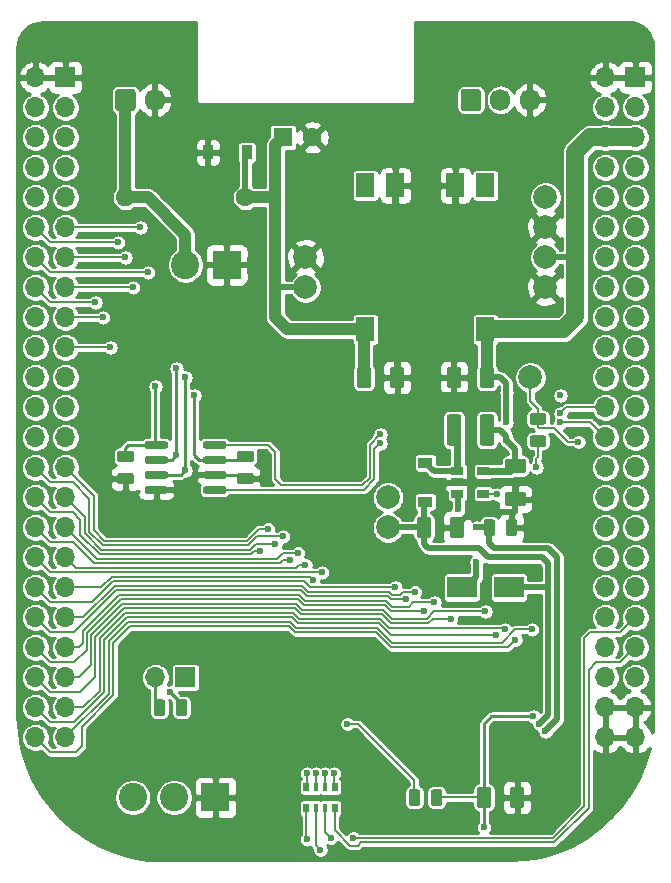
<source format=gbr>
G04 #@! TF.GenerationSoftware,KiCad,Pcbnew,5.1.5*
G04 #@! TF.CreationDate,2020-03-07T23:55:29+00:00*
G04 #@! TF.ProjectId,BB_Dash_Display,42425f44-6173-4685-9f44-6973706c6179,A3*
G04 #@! TF.SameCoordinates,PX43d3480PY41672a0*
G04 #@! TF.FileFunction,Copper,L1,Top*
G04 #@! TF.FilePolarity,Positive*
%FSLAX46Y46*%
G04 Gerber Fmt 4.6, Leading zero omitted, Abs format (unit mm)*
G04 Created by KiCad (PCBNEW 5.1.5) date 2020-03-07 23:55:29*
%MOMM*%
%LPD*%
G04 APERTURE LIST*
%ADD10R,0.500000X0.800000*%
%ADD11R,0.400000X0.800000*%
%ADD12R,2.500000X1.800000*%
%ADD13O,1.700000X1.700000*%
%ADD14R,1.700000X1.700000*%
%ADD15O,1.600000X1.600000*%
%ADD16C,1.600000*%
%ADD17R,1.600000X1.600000*%
%ADD18C,2.400000*%
%ADD19R,2.400000X2.400000*%
%ADD20C,0.100000*%
%ADD21R,1.524000X2.032000*%
%ADD22R,1.060000X0.650000*%
%ADD23C,2.000000*%
%ADD24O,1.700000X1.850000*%
%ADD25R,1.200000X0.900000*%
%ADD26R,0.900000X1.200000*%
%ADD27C,0.600000*%
%ADD28C,0.254000*%
%ADD29C,0.152400*%
%ADD30C,1.524000*%
%ADD31C,1.016000*%
%ADD32C,0.508000*%
%ADD33C,0.609600*%
G04 APERTURE END LIST*
D10*
X28010000Y-69480000D03*
D11*
X28810000Y-69480000D03*
D10*
X30410000Y-69480000D03*
D11*
X29610000Y-69480000D03*
D10*
X28010000Y-67680000D03*
D11*
X29610000Y-67680000D03*
X28810000Y-67680000D03*
D10*
X30410000Y-67680000D03*
D12*
X41180000Y-50800000D03*
X45180000Y-50800000D03*
D13*
X15240000Y-58420000D03*
D14*
X17780000Y-58420000D03*
D15*
X12700000Y-17780000D03*
D16*
X22860000Y-17780000D03*
X28535000Y-12700000D03*
D17*
X26035000Y-12700000D03*
D18*
X13320000Y-68580000D03*
X16820000Y-68580000D03*
D19*
X20320000Y-68580000D03*
G04 #@! TA.AperFunction,SMDPad,CuDef*
D20*
G36*
X23340142Y-41091174D02*
G01*
X23363803Y-41094684D01*
X23387007Y-41100496D01*
X23409529Y-41108554D01*
X23431153Y-41118782D01*
X23451670Y-41131079D01*
X23470883Y-41145329D01*
X23488607Y-41161393D01*
X23504671Y-41179117D01*
X23518921Y-41198330D01*
X23531218Y-41218847D01*
X23541446Y-41240471D01*
X23549504Y-41262993D01*
X23555316Y-41286197D01*
X23558826Y-41309858D01*
X23560000Y-41333750D01*
X23560000Y-41821250D01*
X23558826Y-41845142D01*
X23555316Y-41868803D01*
X23549504Y-41892007D01*
X23541446Y-41914529D01*
X23531218Y-41936153D01*
X23518921Y-41956670D01*
X23504671Y-41975883D01*
X23488607Y-41993607D01*
X23470883Y-42009671D01*
X23451670Y-42023921D01*
X23431153Y-42036218D01*
X23409529Y-42046446D01*
X23387007Y-42054504D01*
X23363803Y-42060316D01*
X23340142Y-42063826D01*
X23316250Y-42065000D01*
X22403750Y-42065000D01*
X22379858Y-42063826D01*
X22356197Y-42060316D01*
X22332993Y-42054504D01*
X22310471Y-42046446D01*
X22288847Y-42036218D01*
X22268330Y-42023921D01*
X22249117Y-42009671D01*
X22231393Y-41993607D01*
X22215329Y-41975883D01*
X22201079Y-41956670D01*
X22188782Y-41936153D01*
X22178554Y-41914529D01*
X22170496Y-41892007D01*
X22164684Y-41868803D01*
X22161174Y-41845142D01*
X22160000Y-41821250D01*
X22160000Y-41333750D01*
X22161174Y-41309858D01*
X22164684Y-41286197D01*
X22170496Y-41262993D01*
X22178554Y-41240471D01*
X22188782Y-41218847D01*
X22201079Y-41198330D01*
X22215329Y-41179117D01*
X22231393Y-41161393D01*
X22249117Y-41145329D01*
X22268330Y-41131079D01*
X22288847Y-41118782D01*
X22310471Y-41108554D01*
X22332993Y-41100496D01*
X22356197Y-41094684D01*
X22379858Y-41091174D01*
X22403750Y-41090000D01*
X23316250Y-41090000D01*
X23340142Y-41091174D01*
G37*
G04 #@! TD.AperFunction*
G04 #@! TA.AperFunction,SMDPad,CuDef*
G36*
X23340142Y-39216174D02*
G01*
X23363803Y-39219684D01*
X23387007Y-39225496D01*
X23409529Y-39233554D01*
X23431153Y-39243782D01*
X23451670Y-39256079D01*
X23470883Y-39270329D01*
X23488607Y-39286393D01*
X23504671Y-39304117D01*
X23518921Y-39323330D01*
X23531218Y-39343847D01*
X23541446Y-39365471D01*
X23549504Y-39387993D01*
X23555316Y-39411197D01*
X23558826Y-39434858D01*
X23560000Y-39458750D01*
X23560000Y-39946250D01*
X23558826Y-39970142D01*
X23555316Y-39993803D01*
X23549504Y-40017007D01*
X23541446Y-40039529D01*
X23531218Y-40061153D01*
X23518921Y-40081670D01*
X23504671Y-40100883D01*
X23488607Y-40118607D01*
X23470883Y-40134671D01*
X23451670Y-40148921D01*
X23431153Y-40161218D01*
X23409529Y-40171446D01*
X23387007Y-40179504D01*
X23363803Y-40185316D01*
X23340142Y-40188826D01*
X23316250Y-40190000D01*
X22403750Y-40190000D01*
X22379858Y-40188826D01*
X22356197Y-40185316D01*
X22332993Y-40179504D01*
X22310471Y-40171446D01*
X22288847Y-40161218D01*
X22268330Y-40148921D01*
X22249117Y-40134671D01*
X22231393Y-40118607D01*
X22215329Y-40100883D01*
X22201079Y-40081670D01*
X22188782Y-40061153D01*
X22178554Y-40039529D01*
X22170496Y-40017007D01*
X22164684Y-39993803D01*
X22161174Y-39970142D01*
X22160000Y-39946250D01*
X22160000Y-39458750D01*
X22161174Y-39434858D01*
X22164684Y-39411197D01*
X22170496Y-39387993D01*
X22178554Y-39365471D01*
X22188782Y-39343847D01*
X22201079Y-39323330D01*
X22215329Y-39304117D01*
X22231393Y-39286393D01*
X22249117Y-39270329D01*
X22268330Y-39256079D01*
X22288847Y-39243782D01*
X22310471Y-39233554D01*
X22332993Y-39225496D01*
X22356197Y-39219684D01*
X22379858Y-39216174D01*
X22403750Y-39215000D01*
X23316250Y-39215000D01*
X23340142Y-39216174D01*
G37*
G04 #@! TD.AperFunction*
G04 #@! TA.AperFunction,SMDPad,CuDef*
G36*
X13180142Y-41091174D02*
G01*
X13203803Y-41094684D01*
X13227007Y-41100496D01*
X13249529Y-41108554D01*
X13271153Y-41118782D01*
X13291670Y-41131079D01*
X13310883Y-41145329D01*
X13328607Y-41161393D01*
X13344671Y-41179117D01*
X13358921Y-41198330D01*
X13371218Y-41218847D01*
X13381446Y-41240471D01*
X13389504Y-41262993D01*
X13395316Y-41286197D01*
X13398826Y-41309858D01*
X13400000Y-41333750D01*
X13400000Y-41821250D01*
X13398826Y-41845142D01*
X13395316Y-41868803D01*
X13389504Y-41892007D01*
X13381446Y-41914529D01*
X13371218Y-41936153D01*
X13358921Y-41956670D01*
X13344671Y-41975883D01*
X13328607Y-41993607D01*
X13310883Y-42009671D01*
X13291670Y-42023921D01*
X13271153Y-42036218D01*
X13249529Y-42046446D01*
X13227007Y-42054504D01*
X13203803Y-42060316D01*
X13180142Y-42063826D01*
X13156250Y-42065000D01*
X12243750Y-42065000D01*
X12219858Y-42063826D01*
X12196197Y-42060316D01*
X12172993Y-42054504D01*
X12150471Y-42046446D01*
X12128847Y-42036218D01*
X12108330Y-42023921D01*
X12089117Y-42009671D01*
X12071393Y-41993607D01*
X12055329Y-41975883D01*
X12041079Y-41956670D01*
X12028782Y-41936153D01*
X12018554Y-41914529D01*
X12010496Y-41892007D01*
X12004684Y-41868803D01*
X12001174Y-41845142D01*
X12000000Y-41821250D01*
X12000000Y-41333750D01*
X12001174Y-41309858D01*
X12004684Y-41286197D01*
X12010496Y-41262993D01*
X12018554Y-41240471D01*
X12028782Y-41218847D01*
X12041079Y-41198330D01*
X12055329Y-41179117D01*
X12071393Y-41161393D01*
X12089117Y-41145329D01*
X12108330Y-41131079D01*
X12128847Y-41118782D01*
X12150471Y-41108554D01*
X12172993Y-41100496D01*
X12196197Y-41094684D01*
X12219858Y-41091174D01*
X12243750Y-41090000D01*
X13156250Y-41090000D01*
X13180142Y-41091174D01*
G37*
G04 #@! TD.AperFunction*
G04 #@! TA.AperFunction,SMDPad,CuDef*
G36*
X13180142Y-39216174D02*
G01*
X13203803Y-39219684D01*
X13227007Y-39225496D01*
X13249529Y-39233554D01*
X13271153Y-39243782D01*
X13291670Y-39256079D01*
X13310883Y-39270329D01*
X13328607Y-39286393D01*
X13344671Y-39304117D01*
X13358921Y-39323330D01*
X13371218Y-39343847D01*
X13381446Y-39365471D01*
X13389504Y-39387993D01*
X13395316Y-39411197D01*
X13398826Y-39434858D01*
X13400000Y-39458750D01*
X13400000Y-39946250D01*
X13398826Y-39970142D01*
X13395316Y-39993803D01*
X13389504Y-40017007D01*
X13381446Y-40039529D01*
X13371218Y-40061153D01*
X13358921Y-40081670D01*
X13344671Y-40100883D01*
X13328607Y-40118607D01*
X13310883Y-40134671D01*
X13291670Y-40148921D01*
X13271153Y-40161218D01*
X13249529Y-40171446D01*
X13227007Y-40179504D01*
X13203803Y-40185316D01*
X13180142Y-40188826D01*
X13156250Y-40190000D01*
X12243750Y-40190000D01*
X12219858Y-40188826D01*
X12196197Y-40185316D01*
X12172993Y-40179504D01*
X12150471Y-40171446D01*
X12128847Y-40161218D01*
X12108330Y-40148921D01*
X12089117Y-40134671D01*
X12071393Y-40118607D01*
X12055329Y-40100883D01*
X12041079Y-40081670D01*
X12028782Y-40061153D01*
X12018554Y-40039529D01*
X12010496Y-40017007D01*
X12004684Y-39993803D01*
X12001174Y-39970142D01*
X12000000Y-39946250D01*
X12000000Y-39458750D01*
X12001174Y-39434858D01*
X12004684Y-39411197D01*
X12010496Y-39387993D01*
X12018554Y-39365471D01*
X12028782Y-39343847D01*
X12041079Y-39323330D01*
X12055329Y-39304117D01*
X12071393Y-39286393D01*
X12089117Y-39270329D01*
X12108330Y-39256079D01*
X12128847Y-39243782D01*
X12150471Y-39233554D01*
X12172993Y-39225496D01*
X12196197Y-39219684D01*
X12219858Y-39216174D01*
X12243750Y-39215000D01*
X13156250Y-39215000D01*
X13180142Y-39216174D01*
G37*
G04 #@! TD.AperFunction*
D13*
X5080000Y-63500000D03*
X7620000Y-63500000D03*
X5080000Y-60960000D03*
X7620000Y-60960000D03*
X5080000Y-58420000D03*
X7620000Y-58420000D03*
X5080000Y-55880000D03*
X7620000Y-55880000D03*
X5080000Y-53340000D03*
X7620000Y-53340000D03*
X5080000Y-50800000D03*
X7620000Y-50800000D03*
X5080000Y-48260000D03*
X7620000Y-48260000D03*
X5080000Y-45720000D03*
X7620000Y-45720000D03*
X5080000Y-43180000D03*
X7620000Y-43180000D03*
X5080000Y-40640000D03*
X7620000Y-40640000D03*
X5080000Y-38100000D03*
X7620000Y-38100000D03*
X5080000Y-35560000D03*
X7620000Y-35560000D03*
X5080000Y-33020000D03*
X7620000Y-33020000D03*
X5080000Y-30480000D03*
X7620000Y-30480000D03*
X5080000Y-27940000D03*
X7620000Y-27940000D03*
X5080000Y-25400000D03*
X7620000Y-25400000D03*
X5080000Y-22860000D03*
X7620000Y-22860000D03*
X5080000Y-20320000D03*
X7620000Y-20320000D03*
X5080000Y-17780000D03*
X7620000Y-17780000D03*
X5080000Y-15240000D03*
X7620000Y-15240000D03*
X5080000Y-12700000D03*
X7620000Y-12700000D03*
X5080000Y-10160000D03*
X7620000Y-10160000D03*
X5080000Y-7620000D03*
D14*
X7620000Y-7620000D03*
D21*
X43180000Y-16764000D03*
X40640000Y-16764000D03*
X35560000Y-16764000D03*
X33020000Y-16764000D03*
X43180000Y-28956000D03*
X33020000Y-28956000D03*
G04 #@! TA.AperFunction,SMDPad,CuDef*
D20*
G36*
X40909504Y-36141204D02*
G01*
X40933773Y-36144804D01*
X40957571Y-36150765D01*
X40980671Y-36159030D01*
X41002849Y-36169520D01*
X41023893Y-36182133D01*
X41043598Y-36196747D01*
X41061777Y-36213223D01*
X41078253Y-36231402D01*
X41092867Y-36251107D01*
X41105480Y-36272151D01*
X41115970Y-36294329D01*
X41124235Y-36317429D01*
X41130196Y-36341227D01*
X41133796Y-36365496D01*
X41135000Y-36390000D01*
X41135000Y-38540000D01*
X41133796Y-38564504D01*
X41130196Y-38588773D01*
X41124235Y-38612571D01*
X41115970Y-38635671D01*
X41105480Y-38657849D01*
X41092867Y-38678893D01*
X41078253Y-38698598D01*
X41061777Y-38716777D01*
X41043598Y-38733253D01*
X41023893Y-38747867D01*
X41002849Y-38760480D01*
X40980671Y-38770970D01*
X40957571Y-38779235D01*
X40933773Y-38785196D01*
X40909504Y-38788796D01*
X40885000Y-38790000D01*
X40135000Y-38790000D01*
X40110496Y-38788796D01*
X40086227Y-38785196D01*
X40062429Y-38779235D01*
X40039329Y-38770970D01*
X40017151Y-38760480D01*
X39996107Y-38747867D01*
X39976402Y-38733253D01*
X39958223Y-38716777D01*
X39941747Y-38698598D01*
X39927133Y-38678893D01*
X39914520Y-38657849D01*
X39904030Y-38635671D01*
X39895765Y-38612571D01*
X39889804Y-38588773D01*
X39886204Y-38564504D01*
X39885000Y-38540000D01*
X39885000Y-36390000D01*
X39886204Y-36365496D01*
X39889804Y-36341227D01*
X39895765Y-36317429D01*
X39904030Y-36294329D01*
X39914520Y-36272151D01*
X39927133Y-36251107D01*
X39941747Y-36231402D01*
X39958223Y-36213223D01*
X39976402Y-36196747D01*
X39996107Y-36182133D01*
X40017151Y-36169520D01*
X40039329Y-36159030D01*
X40062429Y-36150765D01*
X40086227Y-36144804D01*
X40110496Y-36141204D01*
X40135000Y-36140000D01*
X40885000Y-36140000D01*
X40909504Y-36141204D01*
G37*
G04 #@! TD.AperFunction*
G04 #@! TA.AperFunction,SMDPad,CuDef*
G36*
X43709504Y-36141204D02*
G01*
X43733773Y-36144804D01*
X43757571Y-36150765D01*
X43780671Y-36159030D01*
X43802849Y-36169520D01*
X43823893Y-36182133D01*
X43843598Y-36196747D01*
X43861777Y-36213223D01*
X43878253Y-36231402D01*
X43892867Y-36251107D01*
X43905480Y-36272151D01*
X43915970Y-36294329D01*
X43924235Y-36317429D01*
X43930196Y-36341227D01*
X43933796Y-36365496D01*
X43935000Y-36390000D01*
X43935000Y-38540000D01*
X43933796Y-38564504D01*
X43930196Y-38588773D01*
X43924235Y-38612571D01*
X43915970Y-38635671D01*
X43905480Y-38657849D01*
X43892867Y-38678893D01*
X43878253Y-38698598D01*
X43861777Y-38716777D01*
X43843598Y-38733253D01*
X43823893Y-38747867D01*
X43802849Y-38760480D01*
X43780671Y-38770970D01*
X43757571Y-38779235D01*
X43733773Y-38785196D01*
X43709504Y-38788796D01*
X43685000Y-38790000D01*
X42935000Y-38790000D01*
X42910496Y-38788796D01*
X42886227Y-38785196D01*
X42862429Y-38779235D01*
X42839329Y-38770970D01*
X42817151Y-38760480D01*
X42796107Y-38747867D01*
X42776402Y-38733253D01*
X42758223Y-38716777D01*
X42741747Y-38698598D01*
X42727133Y-38678893D01*
X42714520Y-38657849D01*
X42704030Y-38635671D01*
X42695765Y-38612571D01*
X42689804Y-38588773D01*
X42686204Y-38564504D01*
X42685000Y-38540000D01*
X42685000Y-36390000D01*
X42686204Y-36365496D01*
X42689804Y-36341227D01*
X42695765Y-36317429D01*
X42704030Y-36294329D01*
X42714520Y-36272151D01*
X42727133Y-36251107D01*
X42741747Y-36231402D01*
X42758223Y-36213223D01*
X42776402Y-36196747D01*
X42796107Y-36182133D01*
X42817151Y-36169520D01*
X42839329Y-36159030D01*
X42862429Y-36150765D01*
X42886227Y-36144804D01*
X42910496Y-36141204D01*
X42935000Y-36140000D01*
X43685000Y-36140000D01*
X43709504Y-36141204D01*
G37*
G04 #@! TD.AperFunction*
G04 #@! TA.AperFunction,SMDPad,CuDef*
G36*
X17715142Y-60261174D02*
G01*
X17738803Y-60264684D01*
X17762007Y-60270496D01*
X17784529Y-60278554D01*
X17806153Y-60288782D01*
X17826670Y-60301079D01*
X17845883Y-60315329D01*
X17863607Y-60331393D01*
X17879671Y-60349117D01*
X17893921Y-60368330D01*
X17906218Y-60388847D01*
X17916446Y-60410471D01*
X17924504Y-60432993D01*
X17930316Y-60456197D01*
X17933826Y-60479858D01*
X17935000Y-60503750D01*
X17935000Y-61416250D01*
X17933826Y-61440142D01*
X17930316Y-61463803D01*
X17924504Y-61487007D01*
X17916446Y-61509529D01*
X17906218Y-61531153D01*
X17893921Y-61551670D01*
X17879671Y-61570883D01*
X17863607Y-61588607D01*
X17845883Y-61604671D01*
X17826670Y-61618921D01*
X17806153Y-61631218D01*
X17784529Y-61641446D01*
X17762007Y-61649504D01*
X17738803Y-61655316D01*
X17715142Y-61658826D01*
X17691250Y-61660000D01*
X17203750Y-61660000D01*
X17179858Y-61658826D01*
X17156197Y-61655316D01*
X17132993Y-61649504D01*
X17110471Y-61641446D01*
X17088847Y-61631218D01*
X17068330Y-61618921D01*
X17049117Y-61604671D01*
X17031393Y-61588607D01*
X17015329Y-61570883D01*
X17001079Y-61551670D01*
X16988782Y-61531153D01*
X16978554Y-61509529D01*
X16970496Y-61487007D01*
X16964684Y-61463803D01*
X16961174Y-61440142D01*
X16960000Y-61416250D01*
X16960000Y-60503750D01*
X16961174Y-60479858D01*
X16964684Y-60456197D01*
X16970496Y-60432993D01*
X16978554Y-60410471D01*
X16988782Y-60388847D01*
X17001079Y-60368330D01*
X17015329Y-60349117D01*
X17031393Y-60331393D01*
X17049117Y-60315329D01*
X17068330Y-60301079D01*
X17088847Y-60288782D01*
X17110471Y-60278554D01*
X17132993Y-60270496D01*
X17156197Y-60264684D01*
X17179858Y-60261174D01*
X17203750Y-60260000D01*
X17691250Y-60260000D01*
X17715142Y-60261174D01*
G37*
G04 #@! TD.AperFunction*
G04 #@! TA.AperFunction,SMDPad,CuDef*
G36*
X15840142Y-60261174D02*
G01*
X15863803Y-60264684D01*
X15887007Y-60270496D01*
X15909529Y-60278554D01*
X15931153Y-60288782D01*
X15951670Y-60301079D01*
X15970883Y-60315329D01*
X15988607Y-60331393D01*
X16004671Y-60349117D01*
X16018921Y-60368330D01*
X16031218Y-60388847D01*
X16041446Y-60410471D01*
X16049504Y-60432993D01*
X16055316Y-60456197D01*
X16058826Y-60479858D01*
X16060000Y-60503750D01*
X16060000Y-61416250D01*
X16058826Y-61440142D01*
X16055316Y-61463803D01*
X16049504Y-61487007D01*
X16041446Y-61509529D01*
X16031218Y-61531153D01*
X16018921Y-61551670D01*
X16004671Y-61570883D01*
X15988607Y-61588607D01*
X15970883Y-61604671D01*
X15951670Y-61618921D01*
X15931153Y-61631218D01*
X15909529Y-61641446D01*
X15887007Y-61649504D01*
X15863803Y-61655316D01*
X15840142Y-61658826D01*
X15816250Y-61660000D01*
X15328750Y-61660000D01*
X15304858Y-61658826D01*
X15281197Y-61655316D01*
X15257993Y-61649504D01*
X15235471Y-61641446D01*
X15213847Y-61631218D01*
X15193330Y-61618921D01*
X15174117Y-61604671D01*
X15156393Y-61588607D01*
X15140329Y-61570883D01*
X15126079Y-61551670D01*
X15113782Y-61531153D01*
X15103554Y-61509529D01*
X15095496Y-61487007D01*
X15089684Y-61463803D01*
X15086174Y-61440142D01*
X15085000Y-61416250D01*
X15085000Y-60503750D01*
X15086174Y-60479858D01*
X15089684Y-60456197D01*
X15095496Y-60432993D01*
X15103554Y-60410471D01*
X15113782Y-60388847D01*
X15126079Y-60368330D01*
X15140329Y-60349117D01*
X15156393Y-60331393D01*
X15174117Y-60315329D01*
X15193330Y-60301079D01*
X15213847Y-60288782D01*
X15235471Y-60278554D01*
X15257993Y-60270496D01*
X15281197Y-60264684D01*
X15304858Y-60261174D01*
X15328750Y-60260000D01*
X15816250Y-60260000D01*
X15840142Y-60261174D01*
G37*
G04 #@! TD.AperFunction*
G04 #@! TA.AperFunction,SMDPad,CuDef*
G36*
X41169504Y-44846204D02*
G01*
X41193773Y-44849804D01*
X41217571Y-44855765D01*
X41240671Y-44864030D01*
X41262849Y-44874520D01*
X41283893Y-44887133D01*
X41303598Y-44901747D01*
X41321777Y-44918223D01*
X41338253Y-44936402D01*
X41352867Y-44956107D01*
X41365480Y-44977151D01*
X41375970Y-44999329D01*
X41384235Y-45022429D01*
X41390196Y-45046227D01*
X41393796Y-45070496D01*
X41395000Y-45095000D01*
X41395000Y-46345000D01*
X41393796Y-46369504D01*
X41390196Y-46393773D01*
X41384235Y-46417571D01*
X41375970Y-46440671D01*
X41365480Y-46462849D01*
X41352867Y-46483893D01*
X41338253Y-46503598D01*
X41321777Y-46521777D01*
X41303598Y-46538253D01*
X41283893Y-46552867D01*
X41262849Y-46565480D01*
X41240671Y-46575970D01*
X41217571Y-46584235D01*
X41193773Y-46590196D01*
X41169504Y-46593796D01*
X41145000Y-46595000D01*
X40395000Y-46595000D01*
X40370496Y-46593796D01*
X40346227Y-46590196D01*
X40322429Y-46584235D01*
X40299329Y-46575970D01*
X40277151Y-46565480D01*
X40256107Y-46552867D01*
X40236402Y-46538253D01*
X40218223Y-46521777D01*
X40201747Y-46503598D01*
X40187133Y-46483893D01*
X40174520Y-46462849D01*
X40164030Y-46440671D01*
X40155765Y-46417571D01*
X40149804Y-46393773D01*
X40146204Y-46369504D01*
X40145000Y-46345000D01*
X40145000Y-45095000D01*
X40146204Y-45070496D01*
X40149804Y-45046227D01*
X40155765Y-45022429D01*
X40164030Y-44999329D01*
X40174520Y-44977151D01*
X40187133Y-44956107D01*
X40201747Y-44936402D01*
X40218223Y-44918223D01*
X40236402Y-44901747D01*
X40256107Y-44887133D01*
X40277151Y-44874520D01*
X40299329Y-44864030D01*
X40322429Y-44855765D01*
X40346227Y-44849804D01*
X40370496Y-44846204D01*
X40395000Y-44845000D01*
X41145000Y-44845000D01*
X41169504Y-44846204D01*
G37*
G04 #@! TD.AperFunction*
G04 #@! TA.AperFunction,SMDPad,CuDef*
G36*
X38369504Y-44846204D02*
G01*
X38393773Y-44849804D01*
X38417571Y-44855765D01*
X38440671Y-44864030D01*
X38462849Y-44874520D01*
X38483893Y-44887133D01*
X38503598Y-44901747D01*
X38521777Y-44918223D01*
X38538253Y-44936402D01*
X38552867Y-44956107D01*
X38565480Y-44977151D01*
X38575970Y-44999329D01*
X38584235Y-45022429D01*
X38590196Y-45046227D01*
X38593796Y-45070496D01*
X38595000Y-45095000D01*
X38595000Y-46345000D01*
X38593796Y-46369504D01*
X38590196Y-46393773D01*
X38584235Y-46417571D01*
X38575970Y-46440671D01*
X38565480Y-46462849D01*
X38552867Y-46483893D01*
X38538253Y-46503598D01*
X38521777Y-46521777D01*
X38503598Y-46538253D01*
X38483893Y-46552867D01*
X38462849Y-46565480D01*
X38440671Y-46575970D01*
X38417571Y-46584235D01*
X38393773Y-46590196D01*
X38369504Y-46593796D01*
X38345000Y-46595000D01*
X37595000Y-46595000D01*
X37570496Y-46593796D01*
X37546227Y-46590196D01*
X37522429Y-46584235D01*
X37499329Y-46575970D01*
X37477151Y-46565480D01*
X37456107Y-46552867D01*
X37436402Y-46538253D01*
X37418223Y-46521777D01*
X37401747Y-46503598D01*
X37387133Y-46483893D01*
X37374520Y-46462849D01*
X37364030Y-46440671D01*
X37355765Y-46417571D01*
X37349804Y-46393773D01*
X37346204Y-46369504D01*
X37345000Y-46345000D01*
X37345000Y-45095000D01*
X37346204Y-45070496D01*
X37349804Y-45046227D01*
X37355765Y-45022429D01*
X37364030Y-44999329D01*
X37374520Y-44977151D01*
X37387133Y-44956107D01*
X37401747Y-44936402D01*
X37418223Y-44918223D01*
X37436402Y-44901747D01*
X37456107Y-44887133D01*
X37477151Y-44874520D01*
X37499329Y-44864030D01*
X37522429Y-44855765D01*
X37546227Y-44849804D01*
X37570496Y-44846204D01*
X37595000Y-44845000D01*
X38345000Y-44845000D01*
X38369504Y-44846204D01*
G37*
G04 #@! TD.AperFunction*
G04 #@! TA.AperFunction,SMDPad,CuDef*
G36*
X46369504Y-42686204D02*
G01*
X46393773Y-42689804D01*
X46417571Y-42695765D01*
X46440671Y-42704030D01*
X46462849Y-42714520D01*
X46483893Y-42727133D01*
X46503598Y-42741747D01*
X46521777Y-42758223D01*
X46538253Y-42776402D01*
X46552867Y-42796107D01*
X46565480Y-42817151D01*
X46575970Y-42839329D01*
X46584235Y-42862429D01*
X46590196Y-42886227D01*
X46593796Y-42910496D01*
X46595000Y-42935000D01*
X46595000Y-43685000D01*
X46593796Y-43709504D01*
X46590196Y-43733773D01*
X46584235Y-43757571D01*
X46575970Y-43780671D01*
X46565480Y-43802849D01*
X46552867Y-43823893D01*
X46538253Y-43843598D01*
X46521777Y-43861777D01*
X46503598Y-43878253D01*
X46483893Y-43892867D01*
X46462849Y-43905480D01*
X46440671Y-43915970D01*
X46417571Y-43924235D01*
X46393773Y-43930196D01*
X46369504Y-43933796D01*
X46345000Y-43935000D01*
X45095000Y-43935000D01*
X45070496Y-43933796D01*
X45046227Y-43930196D01*
X45022429Y-43924235D01*
X44999329Y-43915970D01*
X44977151Y-43905480D01*
X44956107Y-43892867D01*
X44936402Y-43878253D01*
X44918223Y-43861777D01*
X44901747Y-43843598D01*
X44887133Y-43823893D01*
X44874520Y-43802849D01*
X44864030Y-43780671D01*
X44855765Y-43757571D01*
X44849804Y-43733773D01*
X44846204Y-43709504D01*
X44845000Y-43685000D01*
X44845000Y-42935000D01*
X44846204Y-42910496D01*
X44849804Y-42886227D01*
X44855765Y-42862429D01*
X44864030Y-42839329D01*
X44874520Y-42817151D01*
X44887133Y-42796107D01*
X44901747Y-42776402D01*
X44918223Y-42758223D01*
X44936402Y-42741747D01*
X44956107Y-42727133D01*
X44977151Y-42714520D01*
X44999329Y-42704030D01*
X45022429Y-42695765D01*
X45046227Y-42689804D01*
X45070496Y-42686204D01*
X45095000Y-42685000D01*
X46345000Y-42685000D01*
X46369504Y-42686204D01*
G37*
G04 #@! TD.AperFunction*
G04 #@! TA.AperFunction,SMDPad,CuDef*
G36*
X46369504Y-39886204D02*
G01*
X46393773Y-39889804D01*
X46417571Y-39895765D01*
X46440671Y-39904030D01*
X46462849Y-39914520D01*
X46483893Y-39927133D01*
X46503598Y-39941747D01*
X46521777Y-39958223D01*
X46538253Y-39976402D01*
X46552867Y-39996107D01*
X46565480Y-40017151D01*
X46575970Y-40039329D01*
X46584235Y-40062429D01*
X46590196Y-40086227D01*
X46593796Y-40110496D01*
X46595000Y-40135000D01*
X46595000Y-40885000D01*
X46593796Y-40909504D01*
X46590196Y-40933773D01*
X46584235Y-40957571D01*
X46575970Y-40980671D01*
X46565480Y-41002849D01*
X46552867Y-41023893D01*
X46538253Y-41043598D01*
X46521777Y-41061777D01*
X46503598Y-41078253D01*
X46483893Y-41092867D01*
X46462849Y-41105480D01*
X46440671Y-41115970D01*
X46417571Y-41124235D01*
X46393773Y-41130196D01*
X46369504Y-41133796D01*
X46345000Y-41135000D01*
X45095000Y-41135000D01*
X45070496Y-41133796D01*
X45046227Y-41130196D01*
X45022429Y-41124235D01*
X44999329Y-41115970D01*
X44977151Y-41105480D01*
X44956107Y-41092867D01*
X44936402Y-41078253D01*
X44918223Y-41061777D01*
X44901747Y-41043598D01*
X44887133Y-41023893D01*
X44874520Y-41002849D01*
X44864030Y-40980671D01*
X44855765Y-40957571D01*
X44849804Y-40933773D01*
X44846204Y-40909504D01*
X44845000Y-40885000D01*
X44845000Y-40135000D01*
X44846204Y-40110496D01*
X44849804Y-40086227D01*
X44855765Y-40062429D01*
X44864030Y-40039329D01*
X44874520Y-40017151D01*
X44887133Y-39996107D01*
X44901747Y-39976402D01*
X44918223Y-39958223D01*
X44936402Y-39941747D01*
X44956107Y-39927133D01*
X44977151Y-39914520D01*
X44999329Y-39904030D01*
X45022429Y-39895765D01*
X45046227Y-39889804D01*
X45070496Y-39886204D01*
X45095000Y-39885000D01*
X46345000Y-39885000D01*
X46369504Y-39886204D01*
G37*
G04 #@! TD.AperFunction*
G04 #@! TA.AperFunction,SMDPad,CuDef*
G36*
X46249504Y-67706204D02*
G01*
X46273773Y-67709804D01*
X46297571Y-67715765D01*
X46320671Y-67724030D01*
X46342849Y-67734520D01*
X46363893Y-67747133D01*
X46383598Y-67761747D01*
X46401777Y-67778223D01*
X46418253Y-67796402D01*
X46432867Y-67816107D01*
X46445480Y-67837151D01*
X46455970Y-67859329D01*
X46464235Y-67882429D01*
X46470196Y-67906227D01*
X46473796Y-67930496D01*
X46475000Y-67955000D01*
X46475000Y-69205000D01*
X46473796Y-69229504D01*
X46470196Y-69253773D01*
X46464235Y-69277571D01*
X46455970Y-69300671D01*
X46445480Y-69322849D01*
X46432867Y-69343893D01*
X46418253Y-69363598D01*
X46401777Y-69381777D01*
X46383598Y-69398253D01*
X46363893Y-69412867D01*
X46342849Y-69425480D01*
X46320671Y-69435970D01*
X46297571Y-69444235D01*
X46273773Y-69450196D01*
X46249504Y-69453796D01*
X46225000Y-69455000D01*
X45475000Y-69455000D01*
X45450496Y-69453796D01*
X45426227Y-69450196D01*
X45402429Y-69444235D01*
X45379329Y-69435970D01*
X45357151Y-69425480D01*
X45336107Y-69412867D01*
X45316402Y-69398253D01*
X45298223Y-69381777D01*
X45281747Y-69363598D01*
X45267133Y-69343893D01*
X45254520Y-69322849D01*
X45244030Y-69300671D01*
X45235765Y-69277571D01*
X45229804Y-69253773D01*
X45226204Y-69229504D01*
X45225000Y-69205000D01*
X45225000Y-67955000D01*
X45226204Y-67930496D01*
X45229804Y-67906227D01*
X45235765Y-67882429D01*
X45244030Y-67859329D01*
X45254520Y-67837151D01*
X45267133Y-67816107D01*
X45281747Y-67796402D01*
X45298223Y-67778223D01*
X45316402Y-67761747D01*
X45336107Y-67747133D01*
X45357151Y-67734520D01*
X45379329Y-67724030D01*
X45402429Y-67715765D01*
X45426227Y-67709804D01*
X45450496Y-67706204D01*
X45475000Y-67705000D01*
X46225000Y-67705000D01*
X46249504Y-67706204D01*
G37*
G04 #@! TD.AperFunction*
G04 #@! TA.AperFunction,SMDPad,CuDef*
G36*
X43449504Y-67706204D02*
G01*
X43473773Y-67709804D01*
X43497571Y-67715765D01*
X43520671Y-67724030D01*
X43542849Y-67734520D01*
X43563893Y-67747133D01*
X43583598Y-67761747D01*
X43601777Y-67778223D01*
X43618253Y-67796402D01*
X43632867Y-67816107D01*
X43645480Y-67837151D01*
X43655970Y-67859329D01*
X43664235Y-67882429D01*
X43670196Y-67906227D01*
X43673796Y-67930496D01*
X43675000Y-67955000D01*
X43675000Y-69205000D01*
X43673796Y-69229504D01*
X43670196Y-69253773D01*
X43664235Y-69277571D01*
X43655970Y-69300671D01*
X43645480Y-69322849D01*
X43632867Y-69343893D01*
X43618253Y-69363598D01*
X43601777Y-69381777D01*
X43583598Y-69398253D01*
X43563893Y-69412867D01*
X43542849Y-69425480D01*
X43520671Y-69435970D01*
X43497571Y-69444235D01*
X43473773Y-69450196D01*
X43449504Y-69453796D01*
X43425000Y-69455000D01*
X42675000Y-69455000D01*
X42650496Y-69453796D01*
X42626227Y-69450196D01*
X42602429Y-69444235D01*
X42579329Y-69435970D01*
X42557151Y-69425480D01*
X42536107Y-69412867D01*
X42516402Y-69398253D01*
X42498223Y-69381777D01*
X42481747Y-69363598D01*
X42467133Y-69343893D01*
X42454520Y-69322849D01*
X42444030Y-69300671D01*
X42435765Y-69277571D01*
X42429804Y-69253773D01*
X42426204Y-69229504D01*
X42425000Y-69205000D01*
X42425000Y-67955000D01*
X42426204Y-67930496D01*
X42429804Y-67906227D01*
X42435765Y-67882429D01*
X42444030Y-67859329D01*
X42454520Y-67837151D01*
X42467133Y-67816107D01*
X42481747Y-67796402D01*
X42498223Y-67778223D01*
X42516402Y-67761747D01*
X42536107Y-67747133D01*
X42557151Y-67734520D01*
X42579329Y-67724030D01*
X42602429Y-67715765D01*
X42626227Y-67709804D01*
X42650496Y-67706204D01*
X42675000Y-67705000D01*
X43425000Y-67705000D01*
X43449504Y-67706204D01*
G37*
G04 #@! TD.AperFunction*
G04 #@! TA.AperFunction,SMDPad,CuDef*
G36*
X40909504Y-32146204D02*
G01*
X40933773Y-32149804D01*
X40957571Y-32155765D01*
X40980671Y-32164030D01*
X41002849Y-32174520D01*
X41023893Y-32187133D01*
X41043598Y-32201747D01*
X41061777Y-32218223D01*
X41078253Y-32236402D01*
X41092867Y-32256107D01*
X41105480Y-32277151D01*
X41115970Y-32299329D01*
X41124235Y-32322429D01*
X41130196Y-32346227D01*
X41133796Y-32370496D01*
X41135000Y-32395000D01*
X41135000Y-33645000D01*
X41133796Y-33669504D01*
X41130196Y-33693773D01*
X41124235Y-33717571D01*
X41115970Y-33740671D01*
X41105480Y-33762849D01*
X41092867Y-33783893D01*
X41078253Y-33803598D01*
X41061777Y-33821777D01*
X41043598Y-33838253D01*
X41023893Y-33852867D01*
X41002849Y-33865480D01*
X40980671Y-33875970D01*
X40957571Y-33884235D01*
X40933773Y-33890196D01*
X40909504Y-33893796D01*
X40885000Y-33895000D01*
X40135000Y-33895000D01*
X40110496Y-33893796D01*
X40086227Y-33890196D01*
X40062429Y-33884235D01*
X40039329Y-33875970D01*
X40017151Y-33865480D01*
X39996107Y-33852867D01*
X39976402Y-33838253D01*
X39958223Y-33821777D01*
X39941747Y-33803598D01*
X39927133Y-33783893D01*
X39914520Y-33762849D01*
X39904030Y-33740671D01*
X39895765Y-33717571D01*
X39889804Y-33693773D01*
X39886204Y-33669504D01*
X39885000Y-33645000D01*
X39885000Y-32395000D01*
X39886204Y-32370496D01*
X39889804Y-32346227D01*
X39895765Y-32322429D01*
X39904030Y-32299329D01*
X39914520Y-32277151D01*
X39927133Y-32256107D01*
X39941747Y-32236402D01*
X39958223Y-32218223D01*
X39976402Y-32201747D01*
X39996107Y-32187133D01*
X40017151Y-32174520D01*
X40039329Y-32164030D01*
X40062429Y-32155765D01*
X40086227Y-32149804D01*
X40110496Y-32146204D01*
X40135000Y-32145000D01*
X40885000Y-32145000D01*
X40909504Y-32146204D01*
G37*
G04 #@! TD.AperFunction*
G04 #@! TA.AperFunction,SMDPad,CuDef*
G36*
X43709504Y-32146204D02*
G01*
X43733773Y-32149804D01*
X43757571Y-32155765D01*
X43780671Y-32164030D01*
X43802849Y-32174520D01*
X43823893Y-32187133D01*
X43843598Y-32201747D01*
X43861777Y-32218223D01*
X43878253Y-32236402D01*
X43892867Y-32256107D01*
X43905480Y-32277151D01*
X43915970Y-32299329D01*
X43924235Y-32322429D01*
X43930196Y-32346227D01*
X43933796Y-32370496D01*
X43935000Y-32395000D01*
X43935000Y-33645000D01*
X43933796Y-33669504D01*
X43930196Y-33693773D01*
X43924235Y-33717571D01*
X43915970Y-33740671D01*
X43905480Y-33762849D01*
X43892867Y-33783893D01*
X43878253Y-33803598D01*
X43861777Y-33821777D01*
X43843598Y-33838253D01*
X43823893Y-33852867D01*
X43802849Y-33865480D01*
X43780671Y-33875970D01*
X43757571Y-33884235D01*
X43733773Y-33890196D01*
X43709504Y-33893796D01*
X43685000Y-33895000D01*
X42935000Y-33895000D01*
X42910496Y-33893796D01*
X42886227Y-33890196D01*
X42862429Y-33884235D01*
X42839329Y-33875970D01*
X42817151Y-33865480D01*
X42796107Y-33852867D01*
X42776402Y-33838253D01*
X42758223Y-33821777D01*
X42741747Y-33803598D01*
X42727133Y-33783893D01*
X42714520Y-33762849D01*
X42704030Y-33740671D01*
X42695765Y-33717571D01*
X42689804Y-33693773D01*
X42686204Y-33669504D01*
X42685000Y-33645000D01*
X42685000Y-32395000D01*
X42686204Y-32370496D01*
X42689804Y-32346227D01*
X42695765Y-32322429D01*
X42704030Y-32299329D01*
X42714520Y-32277151D01*
X42727133Y-32256107D01*
X42741747Y-32236402D01*
X42758223Y-32218223D01*
X42776402Y-32201747D01*
X42796107Y-32187133D01*
X42817151Y-32174520D01*
X42839329Y-32164030D01*
X42862429Y-32155765D01*
X42886227Y-32149804D01*
X42910496Y-32146204D01*
X42935000Y-32145000D01*
X43685000Y-32145000D01*
X43709504Y-32146204D01*
G37*
G04 #@! TD.AperFunction*
G04 #@! TA.AperFunction,SMDPad,CuDef*
G36*
X36089504Y-32146204D02*
G01*
X36113773Y-32149804D01*
X36137571Y-32155765D01*
X36160671Y-32164030D01*
X36182849Y-32174520D01*
X36203893Y-32187133D01*
X36223598Y-32201747D01*
X36241777Y-32218223D01*
X36258253Y-32236402D01*
X36272867Y-32256107D01*
X36285480Y-32277151D01*
X36295970Y-32299329D01*
X36304235Y-32322429D01*
X36310196Y-32346227D01*
X36313796Y-32370496D01*
X36315000Y-32395000D01*
X36315000Y-33645000D01*
X36313796Y-33669504D01*
X36310196Y-33693773D01*
X36304235Y-33717571D01*
X36295970Y-33740671D01*
X36285480Y-33762849D01*
X36272867Y-33783893D01*
X36258253Y-33803598D01*
X36241777Y-33821777D01*
X36223598Y-33838253D01*
X36203893Y-33852867D01*
X36182849Y-33865480D01*
X36160671Y-33875970D01*
X36137571Y-33884235D01*
X36113773Y-33890196D01*
X36089504Y-33893796D01*
X36065000Y-33895000D01*
X35315000Y-33895000D01*
X35290496Y-33893796D01*
X35266227Y-33890196D01*
X35242429Y-33884235D01*
X35219329Y-33875970D01*
X35197151Y-33865480D01*
X35176107Y-33852867D01*
X35156402Y-33838253D01*
X35138223Y-33821777D01*
X35121747Y-33803598D01*
X35107133Y-33783893D01*
X35094520Y-33762849D01*
X35084030Y-33740671D01*
X35075765Y-33717571D01*
X35069804Y-33693773D01*
X35066204Y-33669504D01*
X35065000Y-33645000D01*
X35065000Y-32395000D01*
X35066204Y-32370496D01*
X35069804Y-32346227D01*
X35075765Y-32322429D01*
X35084030Y-32299329D01*
X35094520Y-32277151D01*
X35107133Y-32256107D01*
X35121747Y-32236402D01*
X35138223Y-32218223D01*
X35156402Y-32201747D01*
X35176107Y-32187133D01*
X35197151Y-32174520D01*
X35219329Y-32164030D01*
X35242429Y-32155765D01*
X35266227Y-32149804D01*
X35290496Y-32146204D01*
X35315000Y-32145000D01*
X36065000Y-32145000D01*
X36089504Y-32146204D01*
G37*
G04 #@! TD.AperFunction*
G04 #@! TA.AperFunction,SMDPad,CuDef*
G36*
X33289504Y-32146204D02*
G01*
X33313773Y-32149804D01*
X33337571Y-32155765D01*
X33360671Y-32164030D01*
X33382849Y-32174520D01*
X33403893Y-32187133D01*
X33423598Y-32201747D01*
X33441777Y-32218223D01*
X33458253Y-32236402D01*
X33472867Y-32256107D01*
X33485480Y-32277151D01*
X33495970Y-32299329D01*
X33504235Y-32322429D01*
X33510196Y-32346227D01*
X33513796Y-32370496D01*
X33515000Y-32395000D01*
X33515000Y-33645000D01*
X33513796Y-33669504D01*
X33510196Y-33693773D01*
X33504235Y-33717571D01*
X33495970Y-33740671D01*
X33485480Y-33762849D01*
X33472867Y-33783893D01*
X33458253Y-33803598D01*
X33441777Y-33821777D01*
X33423598Y-33838253D01*
X33403893Y-33852867D01*
X33382849Y-33865480D01*
X33360671Y-33875970D01*
X33337571Y-33884235D01*
X33313773Y-33890196D01*
X33289504Y-33893796D01*
X33265000Y-33895000D01*
X32515000Y-33895000D01*
X32490496Y-33893796D01*
X32466227Y-33890196D01*
X32442429Y-33884235D01*
X32419329Y-33875970D01*
X32397151Y-33865480D01*
X32376107Y-33852867D01*
X32356402Y-33838253D01*
X32338223Y-33821777D01*
X32321747Y-33803598D01*
X32307133Y-33783893D01*
X32294520Y-33762849D01*
X32284030Y-33740671D01*
X32275765Y-33717571D01*
X32269804Y-33693773D01*
X32266204Y-33669504D01*
X32265000Y-33645000D01*
X32265000Y-32395000D01*
X32266204Y-32370496D01*
X32269804Y-32346227D01*
X32275765Y-32322429D01*
X32284030Y-32299329D01*
X32294520Y-32277151D01*
X32307133Y-32256107D01*
X32321747Y-32236402D01*
X32338223Y-32218223D01*
X32356402Y-32201747D01*
X32376107Y-32187133D01*
X32397151Y-32174520D01*
X32419329Y-32164030D01*
X32442429Y-32155765D01*
X32466227Y-32149804D01*
X32490496Y-32146204D01*
X32515000Y-32145000D01*
X33265000Y-32145000D01*
X33289504Y-32146204D01*
G37*
G04 #@! TD.AperFunction*
D22*
X43010000Y-40960000D03*
X43010000Y-42860000D03*
X40810000Y-42860000D03*
X40810000Y-41910000D03*
X40810000Y-40960000D03*
G04 #@! TA.AperFunction,SMDPad,CuDef*
D20*
G36*
X16144703Y-42245722D02*
G01*
X16159264Y-42247882D01*
X16173543Y-42251459D01*
X16187403Y-42256418D01*
X16200710Y-42262712D01*
X16213336Y-42270280D01*
X16225159Y-42279048D01*
X16236066Y-42288934D01*
X16245952Y-42299841D01*
X16254720Y-42311664D01*
X16262288Y-42324290D01*
X16268582Y-42337597D01*
X16273541Y-42351457D01*
X16277118Y-42365736D01*
X16279278Y-42380297D01*
X16280000Y-42395000D01*
X16280000Y-42695000D01*
X16279278Y-42709703D01*
X16277118Y-42724264D01*
X16273541Y-42738543D01*
X16268582Y-42752403D01*
X16262288Y-42765710D01*
X16254720Y-42778336D01*
X16245952Y-42790159D01*
X16236066Y-42801066D01*
X16225159Y-42810952D01*
X16213336Y-42819720D01*
X16200710Y-42827288D01*
X16187403Y-42833582D01*
X16173543Y-42838541D01*
X16159264Y-42842118D01*
X16144703Y-42844278D01*
X16130000Y-42845000D01*
X14480000Y-42845000D01*
X14465297Y-42844278D01*
X14450736Y-42842118D01*
X14436457Y-42838541D01*
X14422597Y-42833582D01*
X14409290Y-42827288D01*
X14396664Y-42819720D01*
X14384841Y-42810952D01*
X14373934Y-42801066D01*
X14364048Y-42790159D01*
X14355280Y-42778336D01*
X14347712Y-42765710D01*
X14341418Y-42752403D01*
X14336459Y-42738543D01*
X14332882Y-42724264D01*
X14330722Y-42709703D01*
X14330000Y-42695000D01*
X14330000Y-42395000D01*
X14330722Y-42380297D01*
X14332882Y-42365736D01*
X14336459Y-42351457D01*
X14341418Y-42337597D01*
X14347712Y-42324290D01*
X14355280Y-42311664D01*
X14364048Y-42299841D01*
X14373934Y-42288934D01*
X14384841Y-42279048D01*
X14396664Y-42270280D01*
X14409290Y-42262712D01*
X14422597Y-42256418D01*
X14436457Y-42251459D01*
X14450736Y-42247882D01*
X14465297Y-42245722D01*
X14480000Y-42245000D01*
X16130000Y-42245000D01*
X16144703Y-42245722D01*
G37*
G04 #@! TD.AperFunction*
G04 #@! TA.AperFunction,SMDPad,CuDef*
G36*
X16144703Y-40975722D02*
G01*
X16159264Y-40977882D01*
X16173543Y-40981459D01*
X16187403Y-40986418D01*
X16200710Y-40992712D01*
X16213336Y-41000280D01*
X16225159Y-41009048D01*
X16236066Y-41018934D01*
X16245952Y-41029841D01*
X16254720Y-41041664D01*
X16262288Y-41054290D01*
X16268582Y-41067597D01*
X16273541Y-41081457D01*
X16277118Y-41095736D01*
X16279278Y-41110297D01*
X16280000Y-41125000D01*
X16280000Y-41425000D01*
X16279278Y-41439703D01*
X16277118Y-41454264D01*
X16273541Y-41468543D01*
X16268582Y-41482403D01*
X16262288Y-41495710D01*
X16254720Y-41508336D01*
X16245952Y-41520159D01*
X16236066Y-41531066D01*
X16225159Y-41540952D01*
X16213336Y-41549720D01*
X16200710Y-41557288D01*
X16187403Y-41563582D01*
X16173543Y-41568541D01*
X16159264Y-41572118D01*
X16144703Y-41574278D01*
X16130000Y-41575000D01*
X14480000Y-41575000D01*
X14465297Y-41574278D01*
X14450736Y-41572118D01*
X14436457Y-41568541D01*
X14422597Y-41563582D01*
X14409290Y-41557288D01*
X14396664Y-41549720D01*
X14384841Y-41540952D01*
X14373934Y-41531066D01*
X14364048Y-41520159D01*
X14355280Y-41508336D01*
X14347712Y-41495710D01*
X14341418Y-41482403D01*
X14336459Y-41468543D01*
X14332882Y-41454264D01*
X14330722Y-41439703D01*
X14330000Y-41425000D01*
X14330000Y-41125000D01*
X14330722Y-41110297D01*
X14332882Y-41095736D01*
X14336459Y-41081457D01*
X14341418Y-41067597D01*
X14347712Y-41054290D01*
X14355280Y-41041664D01*
X14364048Y-41029841D01*
X14373934Y-41018934D01*
X14384841Y-41009048D01*
X14396664Y-41000280D01*
X14409290Y-40992712D01*
X14422597Y-40986418D01*
X14436457Y-40981459D01*
X14450736Y-40977882D01*
X14465297Y-40975722D01*
X14480000Y-40975000D01*
X16130000Y-40975000D01*
X16144703Y-40975722D01*
G37*
G04 #@! TD.AperFunction*
G04 #@! TA.AperFunction,SMDPad,CuDef*
G36*
X16144703Y-39705722D02*
G01*
X16159264Y-39707882D01*
X16173543Y-39711459D01*
X16187403Y-39716418D01*
X16200710Y-39722712D01*
X16213336Y-39730280D01*
X16225159Y-39739048D01*
X16236066Y-39748934D01*
X16245952Y-39759841D01*
X16254720Y-39771664D01*
X16262288Y-39784290D01*
X16268582Y-39797597D01*
X16273541Y-39811457D01*
X16277118Y-39825736D01*
X16279278Y-39840297D01*
X16280000Y-39855000D01*
X16280000Y-40155000D01*
X16279278Y-40169703D01*
X16277118Y-40184264D01*
X16273541Y-40198543D01*
X16268582Y-40212403D01*
X16262288Y-40225710D01*
X16254720Y-40238336D01*
X16245952Y-40250159D01*
X16236066Y-40261066D01*
X16225159Y-40270952D01*
X16213336Y-40279720D01*
X16200710Y-40287288D01*
X16187403Y-40293582D01*
X16173543Y-40298541D01*
X16159264Y-40302118D01*
X16144703Y-40304278D01*
X16130000Y-40305000D01*
X14480000Y-40305000D01*
X14465297Y-40304278D01*
X14450736Y-40302118D01*
X14436457Y-40298541D01*
X14422597Y-40293582D01*
X14409290Y-40287288D01*
X14396664Y-40279720D01*
X14384841Y-40270952D01*
X14373934Y-40261066D01*
X14364048Y-40250159D01*
X14355280Y-40238336D01*
X14347712Y-40225710D01*
X14341418Y-40212403D01*
X14336459Y-40198543D01*
X14332882Y-40184264D01*
X14330722Y-40169703D01*
X14330000Y-40155000D01*
X14330000Y-39855000D01*
X14330722Y-39840297D01*
X14332882Y-39825736D01*
X14336459Y-39811457D01*
X14341418Y-39797597D01*
X14347712Y-39784290D01*
X14355280Y-39771664D01*
X14364048Y-39759841D01*
X14373934Y-39748934D01*
X14384841Y-39739048D01*
X14396664Y-39730280D01*
X14409290Y-39722712D01*
X14422597Y-39716418D01*
X14436457Y-39711459D01*
X14450736Y-39707882D01*
X14465297Y-39705722D01*
X14480000Y-39705000D01*
X16130000Y-39705000D01*
X16144703Y-39705722D01*
G37*
G04 #@! TD.AperFunction*
G04 #@! TA.AperFunction,SMDPad,CuDef*
G36*
X16144703Y-38435722D02*
G01*
X16159264Y-38437882D01*
X16173543Y-38441459D01*
X16187403Y-38446418D01*
X16200710Y-38452712D01*
X16213336Y-38460280D01*
X16225159Y-38469048D01*
X16236066Y-38478934D01*
X16245952Y-38489841D01*
X16254720Y-38501664D01*
X16262288Y-38514290D01*
X16268582Y-38527597D01*
X16273541Y-38541457D01*
X16277118Y-38555736D01*
X16279278Y-38570297D01*
X16280000Y-38585000D01*
X16280000Y-38885000D01*
X16279278Y-38899703D01*
X16277118Y-38914264D01*
X16273541Y-38928543D01*
X16268582Y-38942403D01*
X16262288Y-38955710D01*
X16254720Y-38968336D01*
X16245952Y-38980159D01*
X16236066Y-38991066D01*
X16225159Y-39000952D01*
X16213336Y-39009720D01*
X16200710Y-39017288D01*
X16187403Y-39023582D01*
X16173543Y-39028541D01*
X16159264Y-39032118D01*
X16144703Y-39034278D01*
X16130000Y-39035000D01*
X14480000Y-39035000D01*
X14465297Y-39034278D01*
X14450736Y-39032118D01*
X14436457Y-39028541D01*
X14422597Y-39023582D01*
X14409290Y-39017288D01*
X14396664Y-39009720D01*
X14384841Y-39000952D01*
X14373934Y-38991066D01*
X14364048Y-38980159D01*
X14355280Y-38968336D01*
X14347712Y-38955710D01*
X14341418Y-38942403D01*
X14336459Y-38928543D01*
X14332882Y-38914264D01*
X14330722Y-38899703D01*
X14330000Y-38885000D01*
X14330000Y-38585000D01*
X14330722Y-38570297D01*
X14332882Y-38555736D01*
X14336459Y-38541457D01*
X14341418Y-38527597D01*
X14347712Y-38514290D01*
X14355280Y-38501664D01*
X14364048Y-38489841D01*
X14373934Y-38478934D01*
X14384841Y-38469048D01*
X14396664Y-38460280D01*
X14409290Y-38452712D01*
X14422597Y-38446418D01*
X14436457Y-38441459D01*
X14450736Y-38437882D01*
X14465297Y-38435722D01*
X14480000Y-38435000D01*
X16130000Y-38435000D01*
X16144703Y-38435722D01*
G37*
G04 #@! TD.AperFunction*
G04 #@! TA.AperFunction,SMDPad,CuDef*
G36*
X21094703Y-38435722D02*
G01*
X21109264Y-38437882D01*
X21123543Y-38441459D01*
X21137403Y-38446418D01*
X21150710Y-38452712D01*
X21163336Y-38460280D01*
X21175159Y-38469048D01*
X21186066Y-38478934D01*
X21195952Y-38489841D01*
X21204720Y-38501664D01*
X21212288Y-38514290D01*
X21218582Y-38527597D01*
X21223541Y-38541457D01*
X21227118Y-38555736D01*
X21229278Y-38570297D01*
X21230000Y-38585000D01*
X21230000Y-38885000D01*
X21229278Y-38899703D01*
X21227118Y-38914264D01*
X21223541Y-38928543D01*
X21218582Y-38942403D01*
X21212288Y-38955710D01*
X21204720Y-38968336D01*
X21195952Y-38980159D01*
X21186066Y-38991066D01*
X21175159Y-39000952D01*
X21163336Y-39009720D01*
X21150710Y-39017288D01*
X21137403Y-39023582D01*
X21123543Y-39028541D01*
X21109264Y-39032118D01*
X21094703Y-39034278D01*
X21080000Y-39035000D01*
X19430000Y-39035000D01*
X19415297Y-39034278D01*
X19400736Y-39032118D01*
X19386457Y-39028541D01*
X19372597Y-39023582D01*
X19359290Y-39017288D01*
X19346664Y-39009720D01*
X19334841Y-39000952D01*
X19323934Y-38991066D01*
X19314048Y-38980159D01*
X19305280Y-38968336D01*
X19297712Y-38955710D01*
X19291418Y-38942403D01*
X19286459Y-38928543D01*
X19282882Y-38914264D01*
X19280722Y-38899703D01*
X19280000Y-38885000D01*
X19280000Y-38585000D01*
X19280722Y-38570297D01*
X19282882Y-38555736D01*
X19286459Y-38541457D01*
X19291418Y-38527597D01*
X19297712Y-38514290D01*
X19305280Y-38501664D01*
X19314048Y-38489841D01*
X19323934Y-38478934D01*
X19334841Y-38469048D01*
X19346664Y-38460280D01*
X19359290Y-38452712D01*
X19372597Y-38446418D01*
X19386457Y-38441459D01*
X19400736Y-38437882D01*
X19415297Y-38435722D01*
X19430000Y-38435000D01*
X21080000Y-38435000D01*
X21094703Y-38435722D01*
G37*
G04 #@! TD.AperFunction*
G04 #@! TA.AperFunction,SMDPad,CuDef*
G36*
X21094703Y-39705722D02*
G01*
X21109264Y-39707882D01*
X21123543Y-39711459D01*
X21137403Y-39716418D01*
X21150710Y-39722712D01*
X21163336Y-39730280D01*
X21175159Y-39739048D01*
X21186066Y-39748934D01*
X21195952Y-39759841D01*
X21204720Y-39771664D01*
X21212288Y-39784290D01*
X21218582Y-39797597D01*
X21223541Y-39811457D01*
X21227118Y-39825736D01*
X21229278Y-39840297D01*
X21230000Y-39855000D01*
X21230000Y-40155000D01*
X21229278Y-40169703D01*
X21227118Y-40184264D01*
X21223541Y-40198543D01*
X21218582Y-40212403D01*
X21212288Y-40225710D01*
X21204720Y-40238336D01*
X21195952Y-40250159D01*
X21186066Y-40261066D01*
X21175159Y-40270952D01*
X21163336Y-40279720D01*
X21150710Y-40287288D01*
X21137403Y-40293582D01*
X21123543Y-40298541D01*
X21109264Y-40302118D01*
X21094703Y-40304278D01*
X21080000Y-40305000D01*
X19430000Y-40305000D01*
X19415297Y-40304278D01*
X19400736Y-40302118D01*
X19386457Y-40298541D01*
X19372597Y-40293582D01*
X19359290Y-40287288D01*
X19346664Y-40279720D01*
X19334841Y-40270952D01*
X19323934Y-40261066D01*
X19314048Y-40250159D01*
X19305280Y-40238336D01*
X19297712Y-40225710D01*
X19291418Y-40212403D01*
X19286459Y-40198543D01*
X19282882Y-40184264D01*
X19280722Y-40169703D01*
X19280000Y-40155000D01*
X19280000Y-39855000D01*
X19280722Y-39840297D01*
X19282882Y-39825736D01*
X19286459Y-39811457D01*
X19291418Y-39797597D01*
X19297712Y-39784290D01*
X19305280Y-39771664D01*
X19314048Y-39759841D01*
X19323934Y-39748934D01*
X19334841Y-39739048D01*
X19346664Y-39730280D01*
X19359290Y-39722712D01*
X19372597Y-39716418D01*
X19386457Y-39711459D01*
X19400736Y-39707882D01*
X19415297Y-39705722D01*
X19430000Y-39705000D01*
X21080000Y-39705000D01*
X21094703Y-39705722D01*
G37*
G04 #@! TD.AperFunction*
G04 #@! TA.AperFunction,SMDPad,CuDef*
G36*
X21094703Y-40975722D02*
G01*
X21109264Y-40977882D01*
X21123543Y-40981459D01*
X21137403Y-40986418D01*
X21150710Y-40992712D01*
X21163336Y-41000280D01*
X21175159Y-41009048D01*
X21186066Y-41018934D01*
X21195952Y-41029841D01*
X21204720Y-41041664D01*
X21212288Y-41054290D01*
X21218582Y-41067597D01*
X21223541Y-41081457D01*
X21227118Y-41095736D01*
X21229278Y-41110297D01*
X21230000Y-41125000D01*
X21230000Y-41425000D01*
X21229278Y-41439703D01*
X21227118Y-41454264D01*
X21223541Y-41468543D01*
X21218582Y-41482403D01*
X21212288Y-41495710D01*
X21204720Y-41508336D01*
X21195952Y-41520159D01*
X21186066Y-41531066D01*
X21175159Y-41540952D01*
X21163336Y-41549720D01*
X21150710Y-41557288D01*
X21137403Y-41563582D01*
X21123543Y-41568541D01*
X21109264Y-41572118D01*
X21094703Y-41574278D01*
X21080000Y-41575000D01*
X19430000Y-41575000D01*
X19415297Y-41574278D01*
X19400736Y-41572118D01*
X19386457Y-41568541D01*
X19372597Y-41563582D01*
X19359290Y-41557288D01*
X19346664Y-41549720D01*
X19334841Y-41540952D01*
X19323934Y-41531066D01*
X19314048Y-41520159D01*
X19305280Y-41508336D01*
X19297712Y-41495710D01*
X19291418Y-41482403D01*
X19286459Y-41468543D01*
X19282882Y-41454264D01*
X19280722Y-41439703D01*
X19280000Y-41425000D01*
X19280000Y-41125000D01*
X19280722Y-41110297D01*
X19282882Y-41095736D01*
X19286459Y-41081457D01*
X19291418Y-41067597D01*
X19297712Y-41054290D01*
X19305280Y-41041664D01*
X19314048Y-41029841D01*
X19323934Y-41018934D01*
X19334841Y-41009048D01*
X19346664Y-41000280D01*
X19359290Y-40992712D01*
X19372597Y-40986418D01*
X19386457Y-40981459D01*
X19400736Y-40977882D01*
X19415297Y-40975722D01*
X19430000Y-40975000D01*
X21080000Y-40975000D01*
X21094703Y-40975722D01*
G37*
G04 #@! TD.AperFunction*
G04 #@! TA.AperFunction,SMDPad,CuDef*
G36*
X21094703Y-42245722D02*
G01*
X21109264Y-42247882D01*
X21123543Y-42251459D01*
X21137403Y-42256418D01*
X21150710Y-42262712D01*
X21163336Y-42270280D01*
X21175159Y-42279048D01*
X21186066Y-42288934D01*
X21195952Y-42299841D01*
X21204720Y-42311664D01*
X21212288Y-42324290D01*
X21218582Y-42337597D01*
X21223541Y-42351457D01*
X21227118Y-42365736D01*
X21229278Y-42380297D01*
X21230000Y-42395000D01*
X21230000Y-42695000D01*
X21229278Y-42709703D01*
X21227118Y-42724264D01*
X21223541Y-42738543D01*
X21218582Y-42752403D01*
X21212288Y-42765710D01*
X21204720Y-42778336D01*
X21195952Y-42790159D01*
X21186066Y-42801066D01*
X21175159Y-42810952D01*
X21163336Y-42819720D01*
X21150710Y-42827288D01*
X21137403Y-42833582D01*
X21123543Y-42838541D01*
X21109264Y-42842118D01*
X21094703Y-42844278D01*
X21080000Y-42845000D01*
X19430000Y-42845000D01*
X19415297Y-42844278D01*
X19400736Y-42842118D01*
X19386457Y-42838541D01*
X19372597Y-42833582D01*
X19359290Y-42827288D01*
X19346664Y-42819720D01*
X19334841Y-42810952D01*
X19323934Y-42801066D01*
X19314048Y-42790159D01*
X19305280Y-42778336D01*
X19297712Y-42765710D01*
X19291418Y-42752403D01*
X19286459Y-42738543D01*
X19282882Y-42724264D01*
X19280722Y-42709703D01*
X19280000Y-42695000D01*
X19280000Y-42395000D01*
X19280722Y-42380297D01*
X19282882Y-42365736D01*
X19286459Y-42351457D01*
X19291418Y-42337597D01*
X19297712Y-42324290D01*
X19305280Y-42311664D01*
X19314048Y-42299841D01*
X19323934Y-42288934D01*
X19334841Y-42279048D01*
X19346664Y-42270280D01*
X19359290Y-42262712D01*
X19372597Y-42256418D01*
X19386457Y-42251459D01*
X19400736Y-42247882D01*
X19415297Y-42245722D01*
X19430000Y-42245000D01*
X21080000Y-42245000D01*
X21094703Y-42245722D01*
G37*
G04 #@! TD.AperFunction*
D23*
X27940000Y-22860000D03*
X48260000Y-25400000D03*
X48260000Y-20320000D03*
X48260000Y-17780000D03*
X48260000Y-22860000D03*
X27940000Y-25400000D03*
X34925000Y-43180000D03*
X34925000Y-45720000D03*
X46990000Y-33020000D03*
G04 #@! TA.AperFunction,SMDPad,CuDef*
D20*
G36*
X45655142Y-45021174D02*
G01*
X45678803Y-45024684D01*
X45702007Y-45030496D01*
X45724529Y-45038554D01*
X45746153Y-45048782D01*
X45766670Y-45061079D01*
X45785883Y-45075329D01*
X45803607Y-45091393D01*
X45819671Y-45109117D01*
X45833921Y-45128330D01*
X45846218Y-45148847D01*
X45856446Y-45170471D01*
X45864504Y-45192993D01*
X45870316Y-45216197D01*
X45873826Y-45239858D01*
X45875000Y-45263750D01*
X45875000Y-46176250D01*
X45873826Y-46200142D01*
X45870316Y-46223803D01*
X45864504Y-46247007D01*
X45856446Y-46269529D01*
X45846218Y-46291153D01*
X45833921Y-46311670D01*
X45819671Y-46330883D01*
X45803607Y-46348607D01*
X45785883Y-46364671D01*
X45766670Y-46378921D01*
X45746153Y-46391218D01*
X45724529Y-46401446D01*
X45702007Y-46409504D01*
X45678803Y-46415316D01*
X45655142Y-46418826D01*
X45631250Y-46420000D01*
X45143750Y-46420000D01*
X45119858Y-46418826D01*
X45096197Y-46415316D01*
X45072993Y-46409504D01*
X45050471Y-46401446D01*
X45028847Y-46391218D01*
X45008330Y-46378921D01*
X44989117Y-46364671D01*
X44971393Y-46348607D01*
X44955329Y-46330883D01*
X44941079Y-46311670D01*
X44928782Y-46291153D01*
X44918554Y-46269529D01*
X44910496Y-46247007D01*
X44904684Y-46223803D01*
X44901174Y-46200142D01*
X44900000Y-46176250D01*
X44900000Y-45263750D01*
X44901174Y-45239858D01*
X44904684Y-45216197D01*
X44910496Y-45192993D01*
X44918554Y-45170471D01*
X44928782Y-45148847D01*
X44941079Y-45128330D01*
X44955329Y-45109117D01*
X44971393Y-45091393D01*
X44989117Y-45075329D01*
X45008330Y-45061079D01*
X45028847Y-45048782D01*
X45050471Y-45038554D01*
X45072993Y-45030496D01*
X45096197Y-45024684D01*
X45119858Y-45021174D01*
X45143750Y-45020000D01*
X45631250Y-45020000D01*
X45655142Y-45021174D01*
G37*
G04 #@! TD.AperFunction*
G04 #@! TA.AperFunction,SMDPad,CuDef*
G36*
X43780142Y-45021174D02*
G01*
X43803803Y-45024684D01*
X43827007Y-45030496D01*
X43849529Y-45038554D01*
X43871153Y-45048782D01*
X43891670Y-45061079D01*
X43910883Y-45075329D01*
X43928607Y-45091393D01*
X43944671Y-45109117D01*
X43958921Y-45128330D01*
X43971218Y-45148847D01*
X43981446Y-45170471D01*
X43989504Y-45192993D01*
X43995316Y-45216197D01*
X43998826Y-45239858D01*
X44000000Y-45263750D01*
X44000000Y-46176250D01*
X43998826Y-46200142D01*
X43995316Y-46223803D01*
X43989504Y-46247007D01*
X43981446Y-46269529D01*
X43971218Y-46291153D01*
X43958921Y-46311670D01*
X43944671Y-46330883D01*
X43928607Y-46348607D01*
X43910883Y-46364671D01*
X43891670Y-46378921D01*
X43871153Y-46391218D01*
X43849529Y-46401446D01*
X43827007Y-46409504D01*
X43803803Y-46415316D01*
X43780142Y-46418826D01*
X43756250Y-46420000D01*
X43268750Y-46420000D01*
X43244858Y-46418826D01*
X43221197Y-46415316D01*
X43197993Y-46409504D01*
X43175471Y-46401446D01*
X43153847Y-46391218D01*
X43133330Y-46378921D01*
X43114117Y-46364671D01*
X43096393Y-46348607D01*
X43080329Y-46330883D01*
X43066079Y-46311670D01*
X43053782Y-46291153D01*
X43043554Y-46269529D01*
X43035496Y-46247007D01*
X43029684Y-46223803D01*
X43026174Y-46200142D01*
X43025000Y-46176250D01*
X43025000Y-45263750D01*
X43026174Y-45239858D01*
X43029684Y-45216197D01*
X43035496Y-45192993D01*
X43043554Y-45170471D01*
X43053782Y-45148847D01*
X43066079Y-45128330D01*
X43080329Y-45109117D01*
X43096393Y-45091393D01*
X43114117Y-45075329D01*
X43133330Y-45061079D01*
X43153847Y-45048782D01*
X43175471Y-45038554D01*
X43197993Y-45030496D01*
X43221197Y-45024684D01*
X43244858Y-45021174D01*
X43268750Y-45020000D01*
X43756250Y-45020000D01*
X43780142Y-45021174D01*
G37*
G04 #@! TD.AperFunction*
G04 #@! TA.AperFunction,SMDPad,CuDef*
G36*
X48105142Y-36041174D02*
G01*
X48128803Y-36044684D01*
X48152007Y-36050496D01*
X48174529Y-36058554D01*
X48196153Y-36068782D01*
X48216670Y-36081079D01*
X48235883Y-36095329D01*
X48253607Y-36111393D01*
X48269671Y-36129117D01*
X48283921Y-36148330D01*
X48296218Y-36168847D01*
X48306446Y-36190471D01*
X48314504Y-36212993D01*
X48320316Y-36236197D01*
X48323826Y-36259858D01*
X48325000Y-36283750D01*
X48325000Y-36771250D01*
X48323826Y-36795142D01*
X48320316Y-36818803D01*
X48314504Y-36842007D01*
X48306446Y-36864529D01*
X48296218Y-36886153D01*
X48283921Y-36906670D01*
X48269671Y-36925883D01*
X48253607Y-36943607D01*
X48235883Y-36959671D01*
X48216670Y-36973921D01*
X48196153Y-36986218D01*
X48174529Y-36996446D01*
X48152007Y-37004504D01*
X48128803Y-37010316D01*
X48105142Y-37013826D01*
X48081250Y-37015000D01*
X47168750Y-37015000D01*
X47144858Y-37013826D01*
X47121197Y-37010316D01*
X47097993Y-37004504D01*
X47075471Y-36996446D01*
X47053847Y-36986218D01*
X47033330Y-36973921D01*
X47014117Y-36959671D01*
X46996393Y-36943607D01*
X46980329Y-36925883D01*
X46966079Y-36906670D01*
X46953782Y-36886153D01*
X46943554Y-36864529D01*
X46935496Y-36842007D01*
X46929684Y-36818803D01*
X46926174Y-36795142D01*
X46925000Y-36771250D01*
X46925000Y-36283750D01*
X46926174Y-36259858D01*
X46929684Y-36236197D01*
X46935496Y-36212993D01*
X46943554Y-36190471D01*
X46953782Y-36168847D01*
X46966079Y-36148330D01*
X46980329Y-36129117D01*
X46996393Y-36111393D01*
X47014117Y-36095329D01*
X47033330Y-36081079D01*
X47053847Y-36068782D01*
X47075471Y-36058554D01*
X47097993Y-36050496D01*
X47121197Y-36044684D01*
X47144858Y-36041174D01*
X47168750Y-36040000D01*
X48081250Y-36040000D01*
X48105142Y-36041174D01*
G37*
G04 #@! TD.AperFunction*
G04 #@! TA.AperFunction,SMDPad,CuDef*
G36*
X48105142Y-37916174D02*
G01*
X48128803Y-37919684D01*
X48152007Y-37925496D01*
X48174529Y-37933554D01*
X48196153Y-37943782D01*
X48216670Y-37956079D01*
X48235883Y-37970329D01*
X48253607Y-37986393D01*
X48269671Y-38004117D01*
X48283921Y-38023330D01*
X48296218Y-38043847D01*
X48306446Y-38065471D01*
X48314504Y-38087993D01*
X48320316Y-38111197D01*
X48323826Y-38134858D01*
X48325000Y-38158750D01*
X48325000Y-38646250D01*
X48323826Y-38670142D01*
X48320316Y-38693803D01*
X48314504Y-38717007D01*
X48306446Y-38739529D01*
X48296218Y-38761153D01*
X48283921Y-38781670D01*
X48269671Y-38800883D01*
X48253607Y-38818607D01*
X48235883Y-38834671D01*
X48216670Y-38848921D01*
X48196153Y-38861218D01*
X48174529Y-38871446D01*
X48152007Y-38879504D01*
X48128803Y-38885316D01*
X48105142Y-38888826D01*
X48081250Y-38890000D01*
X47168750Y-38890000D01*
X47144858Y-38888826D01*
X47121197Y-38885316D01*
X47097993Y-38879504D01*
X47075471Y-38871446D01*
X47053847Y-38861218D01*
X47033330Y-38848921D01*
X47014117Y-38834671D01*
X46996393Y-38818607D01*
X46980329Y-38800883D01*
X46966079Y-38781670D01*
X46953782Y-38761153D01*
X46943554Y-38739529D01*
X46935496Y-38717007D01*
X46929684Y-38693803D01*
X46926174Y-38670142D01*
X46925000Y-38646250D01*
X46925000Y-38158750D01*
X46926174Y-38134858D01*
X46929684Y-38111197D01*
X46935496Y-38087993D01*
X46943554Y-38065471D01*
X46953782Y-38043847D01*
X46966079Y-38023330D01*
X46980329Y-38004117D01*
X46996393Y-37986393D01*
X47014117Y-37970329D01*
X47033330Y-37956079D01*
X47053847Y-37943782D01*
X47075471Y-37933554D01*
X47097993Y-37925496D01*
X47121197Y-37919684D01*
X47144858Y-37916174D01*
X47168750Y-37915000D01*
X48081250Y-37915000D01*
X48105142Y-37916174D01*
G37*
G04 #@! TD.AperFunction*
G04 #@! TA.AperFunction,SMDPad,CuDef*
G36*
X39305142Y-67881174D02*
G01*
X39328803Y-67884684D01*
X39352007Y-67890496D01*
X39374529Y-67898554D01*
X39396153Y-67908782D01*
X39416670Y-67921079D01*
X39435883Y-67935329D01*
X39453607Y-67951393D01*
X39469671Y-67969117D01*
X39483921Y-67988330D01*
X39496218Y-68008847D01*
X39506446Y-68030471D01*
X39514504Y-68052993D01*
X39520316Y-68076197D01*
X39523826Y-68099858D01*
X39525000Y-68123750D01*
X39525000Y-69036250D01*
X39523826Y-69060142D01*
X39520316Y-69083803D01*
X39514504Y-69107007D01*
X39506446Y-69129529D01*
X39496218Y-69151153D01*
X39483921Y-69171670D01*
X39469671Y-69190883D01*
X39453607Y-69208607D01*
X39435883Y-69224671D01*
X39416670Y-69238921D01*
X39396153Y-69251218D01*
X39374529Y-69261446D01*
X39352007Y-69269504D01*
X39328803Y-69275316D01*
X39305142Y-69278826D01*
X39281250Y-69280000D01*
X38793750Y-69280000D01*
X38769858Y-69278826D01*
X38746197Y-69275316D01*
X38722993Y-69269504D01*
X38700471Y-69261446D01*
X38678847Y-69251218D01*
X38658330Y-69238921D01*
X38639117Y-69224671D01*
X38621393Y-69208607D01*
X38605329Y-69190883D01*
X38591079Y-69171670D01*
X38578782Y-69151153D01*
X38568554Y-69129529D01*
X38560496Y-69107007D01*
X38554684Y-69083803D01*
X38551174Y-69060142D01*
X38550000Y-69036250D01*
X38550000Y-68123750D01*
X38551174Y-68099858D01*
X38554684Y-68076197D01*
X38560496Y-68052993D01*
X38568554Y-68030471D01*
X38578782Y-68008847D01*
X38591079Y-67988330D01*
X38605329Y-67969117D01*
X38621393Y-67951393D01*
X38639117Y-67935329D01*
X38658330Y-67921079D01*
X38678847Y-67908782D01*
X38700471Y-67898554D01*
X38722993Y-67890496D01*
X38746197Y-67884684D01*
X38769858Y-67881174D01*
X38793750Y-67880000D01*
X39281250Y-67880000D01*
X39305142Y-67881174D01*
G37*
G04 #@! TD.AperFunction*
G04 #@! TA.AperFunction,SMDPad,CuDef*
G36*
X37430142Y-67881174D02*
G01*
X37453803Y-67884684D01*
X37477007Y-67890496D01*
X37499529Y-67898554D01*
X37521153Y-67908782D01*
X37541670Y-67921079D01*
X37560883Y-67935329D01*
X37578607Y-67951393D01*
X37594671Y-67969117D01*
X37608921Y-67988330D01*
X37621218Y-68008847D01*
X37631446Y-68030471D01*
X37639504Y-68052993D01*
X37645316Y-68076197D01*
X37648826Y-68099858D01*
X37650000Y-68123750D01*
X37650000Y-69036250D01*
X37648826Y-69060142D01*
X37645316Y-69083803D01*
X37639504Y-69107007D01*
X37631446Y-69129529D01*
X37621218Y-69151153D01*
X37608921Y-69171670D01*
X37594671Y-69190883D01*
X37578607Y-69208607D01*
X37560883Y-69224671D01*
X37541670Y-69238921D01*
X37521153Y-69251218D01*
X37499529Y-69261446D01*
X37477007Y-69269504D01*
X37453803Y-69275316D01*
X37430142Y-69278826D01*
X37406250Y-69280000D01*
X36918750Y-69280000D01*
X36894858Y-69278826D01*
X36871197Y-69275316D01*
X36847993Y-69269504D01*
X36825471Y-69261446D01*
X36803847Y-69251218D01*
X36783330Y-69238921D01*
X36764117Y-69224671D01*
X36746393Y-69208607D01*
X36730329Y-69190883D01*
X36716079Y-69171670D01*
X36703782Y-69151153D01*
X36693554Y-69129529D01*
X36685496Y-69107007D01*
X36679684Y-69083803D01*
X36676174Y-69060142D01*
X36675000Y-69036250D01*
X36675000Y-68123750D01*
X36676174Y-68099858D01*
X36679684Y-68076197D01*
X36685496Y-68052993D01*
X36693554Y-68030471D01*
X36703782Y-68008847D01*
X36716079Y-67988330D01*
X36730329Y-67969117D01*
X36746393Y-67951393D01*
X36764117Y-67935329D01*
X36783330Y-67921079D01*
X36803847Y-67908782D01*
X36825471Y-67898554D01*
X36847993Y-67890496D01*
X36871197Y-67884684D01*
X36894858Y-67881174D01*
X36918750Y-67880000D01*
X37406250Y-67880000D01*
X37430142Y-67881174D01*
G37*
G04 #@! TD.AperFunction*
D13*
X53340000Y-63500000D03*
X55880000Y-63500000D03*
X53340000Y-60960000D03*
X55880000Y-60960000D03*
X53340000Y-58420000D03*
X55880000Y-58420000D03*
X53340000Y-55880000D03*
X55880000Y-55880000D03*
X53340000Y-53340000D03*
X55880000Y-53340000D03*
X53340000Y-50800000D03*
X55880000Y-50800000D03*
X53340000Y-48260000D03*
X55880000Y-48260000D03*
X53340000Y-45720000D03*
X55880000Y-45720000D03*
X53340000Y-43180000D03*
X55880000Y-43180000D03*
X53340000Y-40640000D03*
X55880000Y-40640000D03*
X53340000Y-38100000D03*
X55880000Y-38100000D03*
X53340000Y-35560000D03*
X55880000Y-35560000D03*
X53340000Y-33020000D03*
X55880000Y-33020000D03*
X53340000Y-30480000D03*
X55880000Y-30480000D03*
X53340000Y-27940000D03*
X55880000Y-27940000D03*
X53340000Y-25400000D03*
X55880000Y-25400000D03*
X53340000Y-22860000D03*
X55880000Y-22860000D03*
X53340000Y-20320000D03*
X55880000Y-20320000D03*
X53340000Y-17780000D03*
X55880000Y-17780000D03*
X53340000Y-15240000D03*
X55880000Y-15240000D03*
X53340000Y-12700000D03*
X55880000Y-12700000D03*
X53340000Y-10160000D03*
X55880000Y-10160000D03*
X53340000Y-7620000D03*
D14*
X55880000Y-7620000D03*
D24*
X46950000Y-9525000D03*
X44450000Y-9525000D03*
G04 #@! TA.AperFunction,ComponentPad*
D20*
G36*
X42574504Y-8601204D02*
G01*
X42598773Y-8604804D01*
X42622571Y-8610765D01*
X42645671Y-8619030D01*
X42667849Y-8629520D01*
X42688893Y-8642133D01*
X42708598Y-8656747D01*
X42726777Y-8673223D01*
X42743253Y-8691402D01*
X42757867Y-8711107D01*
X42770480Y-8732151D01*
X42780970Y-8754329D01*
X42789235Y-8777429D01*
X42795196Y-8801227D01*
X42798796Y-8825496D01*
X42800000Y-8850000D01*
X42800000Y-10200000D01*
X42798796Y-10224504D01*
X42795196Y-10248773D01*
X42789235Y-10272571D01*
X42780970Y-10295671D01*
X42770480Y-10317849D01*
X42757867Y-10338893D01*
X42743253Y-10358598D01*
X42726777Y-10376777D01*
X42708598Y-10393253D01*
X42688893Y-10407867D01*
X42667849Y-10420480D01*
X42645671Y-10430970D01*
X42622571Y-10439235D01*
X42598773Y-10445196D01*
X42574504Y-10448796D01*
X42550000Y-10450000D01*
X41350000Y-10450000D01*
X41325496Y-10448796D01*
X41301227Y-10445196D01*
X41277429Y-10439235D01*
X41254329Y-10430970D01*
X41232151Y-10420480D01*
X41211107Y-10407867D01*
X41191402Y-10393253D01*
X41173223Y-10376777D01*
X41156747Y-10358598D01*
X41142133Y-10338893D01*
X41129520Y-10317849D01*
X41119030Y-10295671D01*
X41110765Y-10272571D01*
X41104804Y-10248773D01*
X41101204Y-10224504D01*
X41100000Y-10200000D01*
X41100000Y-8850000D01*
X41101204Y-8825496D01*
X41104804Y-8801227D01*
X41110765Y-8777429D01*
X41119030Y-8754329D01*
X41129520Y-8732151D01*
X41142133Y-8711107D01*
X41156747Y-8691402D01*
X41173223Y-8673223D01*
X41191402Y-8656747D01*
X41211107Y-8642133D01*
X41232151Y-8629520D01*
X41254329Y-8619030D01*
X41277429Y-8610765D01*
X41301227Y-8604804D01*
X41325496Y-8601204D01*
X41350000Y-8600000D01*
X42550000Y-8600000D01*
X42574504Y-8601204D01*
G37*
G04 #@! TD.AperFunction*
D24*
X15200000Y-9525000D03*
G04 #@! TA.AperFunction,ComponentPad*
D20*
G36*
X13324504Y-8601204D02*
G01*
X13348773Y-8604804D01*
X13372571Y-8610765D01*
X13395671Y-8619030D01*
X13417849Y-8629520D01*
X13438893Y-8642133D01*
X13458598Y-8656747D01*
X13476777Y-8673223D01*
X13493253Y-8691402D01*
X13507867Y-8711107D01*
X13520480Y-8732151D01*
X13530970Y-8754329D01*
X13539235Y-8777429D01*
X13545196Y-8801227D01*
X13548796Y-8825496D01*
X13550000Y-8850000D01*
X13550000Y-10200000D01*
X13548796Y-10224504D01*
X13545196Y-10248773D01*
X13539235Y-10272571D01*
X13530970Y-10295671D01*
X13520480Y-10317849D01*
X13507867Y-10338893D01*
X13493253Y-10358598D01*
X13476777Y-10376777D01*
X13458598Y-10393253D01*
X13438893Y-10407867D01*
X13417849Y-10420480D01*
X13395671Y-10430970D01*
X13372571Y-10439235D01*
X13348773Y-10445196D01*
X13324504Y-10448796D01*
X13300000Y-10450000D01*
X12100000Y-10450000D01*
X12075496Y-10448796D01*
X12051227Y-10445196D01*
X12027429Y-10439235D01*
X12004329Y-10430970D01*
X11982151Y-10420480D01*
X11961107Y-10407867D01*
X11941402Y-10393253D01*
X11923223Y-10376777D01*
X11906747Y-10358598D01*
X11892133Y-10338893D01*
X11879520Y-10317849D01*
X11869030Y-10295671D01*
X11860765Y-10272571D01*
X11854804Y-10248773D01*
X11851204Y-10224504D01*
X11850000Y-10200000D01*
X11850000Y-8850000D01*
X11851204Y-8825496D01*
X11854804Y-8801227D01*
X11860765Y-8777429D01*
X11869030Y-8754329D01*
X11879520Y-8732151D01*
X11892133Y-8711107D01*
X11906747Y-8691402D01*
X11923223Y-8673223D01*
X11941402Y-8656747D01*
X11961107Y-8642133D01*
X11982151Y-8629520D01*
X12004329Y-8619030D01*
X12027429Y-8610765D01*
X12051227Y-8604804D01*
X12075496Y-8601204D01*
X12100000Y-8600000D01*
X13300000Y-8600000D01*
X13324504Y-8601204D01*
G37*
G04 #@! TD.AperFunction*
D18*
X17780000Y-23495000D03*
D19*
X21280000Y-23495000D03*
D25*
X38100000Y-40260000D03*
X38100000Y-43560000D03*
D26*
X19686000Y-13970000D03*
X22986000Y-13970000D03*
D27*
X49530000Y-34544000D03*
X47244000Y-61722000D03*
X43053000Y-71120000D03*
X15240000Y-33782000D03*
X18542000Y-34544000D03*
X44958000Y-34290000D03*
X44958000Y-36830000D03*
X41910000Y-41910000D03*
X29083000Y-62865000D03*
X45720000Y-62484000D03*
X40640000Y-15240000D03*
X40510000Y-30480000D03*
X35690000Y-30480000D03*
X38100000Y-17780000D03*
X38100000Y-34544000D03*
X26670000Y-34544000D03*
X10922000Y-41656000D03*
X35560000Y-15240000D03*
X26670000Y-41402000D03*
X24384000Y-41656000D03*
X15621000Y-32004000D03*
X48260000Y-62992000D03*
X40894000Y-44196000D03*
X42418000Y-45720000D03*
X42418000Y-48641000D03*
X47752000Y-62357000D03*
X17780000Y-33020000D03*
X17780000Y-40894000D03*
X17018000Y-32258000D03*
X17018000Y-39624000D03*
X16510000Y-59690000D03*
X28067000Y-66548000D03*
X28829000Y-66548000D03*
X29591000Y-66548000D03*
X30353000Y-66548000D03*
X31496000Y-62357000D03*
X45720000Y-55245000D03*
X47117000Y-54356000D03*
X44069000Y-54864000D03*
X44831000Y-54356000D03*
X40259000Y-53467000D03*
X43180000Y-52832000D03*
X37973000Y-52832000D03*
X38862000Y-52070000D03*
X36449000Y-51816000D03*
X37211000Y-51181000D03*
X35560000Y-50800000D03*
X28575000Y-50165000D03*
X29337000Y-49530000D03*
X27940000Y-48895000D03*
X26670000Y-48514000D03*
X27305000Y-47879000D03*
X24130000Y-47752000D03*
X25400000Y-47117000D03*
X26035000Y-46482000D03*
X24765000Y-45847000D03*
X11430000Y-30480000D03*
X10795000Y-27940000D03*
X10160000Y-26670000D03*
X13335000Y-25400000D03*
X14605000Y-24130000D03*
X12700000Y-22860000D03*
X12065000Y-21590000D03*
X13970000Y-20320000D03*
X29210000Y-73025000D03*
X28067000Y-72136000D03*
X30099000Y-72009000D03*
X32004000Y-72009000D03*
X49530000Y-36830000D03*
X34290000Y-38608000D03*
X49530000Y-36068000D03*
X34290000Y-37846000D03*
X51054000Y-38481000D03*
X44196000Y-42926000D03*
X47498000Y-40640000D03*
X44958000Y-38354000D03*
D28*
X47244000Y-61722000D02*
X43688000Y-61722000D01*
X43050000Y-62360000D02*
X43050000Y-68580000D01*
X43688000Y-61722000D02*
X43050000Y-62360000D01*
X43050000Y-68580000D02*
X43050000Y-71117000D01*
X43050000Y-71117000D02*
X43053000Y-71120000D01*
D29*
X39037500Y-68580000D02*
X43050000Y-68580000D01*
D28*
X15240000Y-38670000D02*
X15305000Y-38735000D01*
X15240000Y-33782000D02*
X15240000Y-38670000D01*
X15305000Y-38735000D02*
X12954000Y-38735000D01*
X12954000Y-38735000D02*
X12700000Y-38989000D01*
X12700000Y-38989000D02*
X12700000Y-39702500D01*
D30*
X53340000Y-12700000D02*
X55880000Y-12700000D01*
D31*
X43310000Y-29086000D02*
X43180000Y-28956000D01*
X43310000Y-33020000D02*
X43307000Y-31496000D01*
X43307000Y-31496000D02*
X43310000Y-29086000D01*
D28*
X22557500Y-40005000D02*
X22860000Y-39702500D01*
X20255000Y-40005000D02*
X22557500Y-40005000D01*
X20255000Y-40005000D02*
X18923000Y-40005000D01*
X18923000Y-40005000D02*
X18542000Y-39624000D01*
X18542000Y-39624000D02*
X18542000Y-34544000D01*
D30*
X52070000Y-12700000D02*
X53340000Y-12700000D01*
X50800000Y-13970000D02*
X52070000Y-12700000D01*
X43180000Y-28956000D02*
X49784000Y-28956000D01*
X49784000Y-28956000D02*
X50800000Y-27940000D01*
D32*
X48260000Y-22860000D02*
X50800000Y-22860000D01*
D30*
X50800000Y-27940000D02*
X50800000Y-22860000D01*
X50800000Y-22860000D02*
X50800000Y-13970000D01*
D32*
X44450000Y-33020000D02*
X43310000Y-33020000D01*
X44958000Y-33528000D02*
X44450000Y-33020000D01*
X44958000Y-34290000D02*
X44958000Y-33528000D01*
X44958000Y-34290000D02*
X44958000Y-36830000D01*
X41910000Y-41910000D02*
X41910000Y-41910000D01*
X40810000Y-41910000D02*
X41910000Y-41910000D01*
X45387500Y-45720000D02*
X45387500Y-44528500D01*
X41910000Y-44450000D02*
X45720000Y-44450000D01*
X45720000Y-44450000D02*
X45720000Y-43310000D01*
X45720000Y-43310000D02*
X45720000Y-41910000D01*
X45720000Y-41910000D02*
X41910000Y-41910000D01*
X41910000Y-41910000D02*
X41910000Y-44450000D01*
X40640000Y-24765000D02*
X40640000Y-16764000D01*
X40510000Y-24895000D02*
X40640000Y-24765000D01*
X40510000Y-30480000D02*
X40510000Y-33020000D01*
X40510000Y-30480000D02*
X40510000Y-24895000D01*
X35690000Y-30480000D02*
X35690000Y-24895000D01*
X35690000Y-24895000D02*
X35560000Y-24765000D01*
X35560000Y-24765000D02*
X35560000Y-16764000D01*
X35690000Y-30480000D02*
X35690000Y-33020000D01*
D28*
X22557500Y-41275000D02*
X22860000Y-41577500D01*
X20255000Y-41275000D02*
X22557500Y-41275000D01*
D32*
X41910000Y-41910000D02*
X41910000Y-34544000D01*
X41910000Y-34544000D02*
X38100000Y-34544000D01*
X40770000Y-45720000D02*
X40770000Y-45590000D01*
D28*
X26670000Y-41402000D02*
X26670000Y-34544000D01*
X24305500Y-41577500D02*
X22860000Y-41577500D01*
X24384000Y-41656000D02*
X24305500Y-41577500D01*
D32*
X40770000Y-45590000D02*
X41910000Y-44450000D01*
D28*
X41910000Y-43561000D02*
X41529000Y-43942000D01*
D32*
X42418000Y-44831000D02*
X42799000Y-44450000D01*
X41529000Y-44831000D02*
X42418000Y-44831000D01*
D28*
X41529000Y-43942000D02*
X41529000Y-44577000D01*
D31*
X32890000Y-29086000D02*
X33020000Y-28956000D01*
X26416000Y-28956000D02*
X33020000Y-28956000D01*
X25400000Y-27940000D02*
X26416000Y-28956000D01*
X32890000Y-33020000D02*
X32890000Y-29086000D01*
X25400000Y-17780000D02*
X25400000Y-25400000D01*
X25400000Y-25400000D02*
X25400000Y-27940000D01*
D32*
X27940000Y-25400000D02*
X25400000Y-25400000D01*
X22860000Y-14096000D02*
X22986000Y-13970000D01*
X22860000Y-17780000D02*
X22860000Y-14096000D01*
D31*
X22860000Y-17780000D02*
X25400000Y-17780000D01*
X25400000Y-13335000D02*
X26035000Y-12700000D01*
X25400000Y-17780000D02*
X25400000Y-13335000D01*
D29*
X40770000Y-42900000D02*
X40810000Y-42860000D01*
D32*
X48260000Y-62992000D02*
X49276000Y-61976000D01*
X49276000Y-61976000D02*
X49276000Y-48260000D01*
X49276000Y-48260000D02*
X48514000Y-47498000D01*
X43512500Y-45720000D02*
X42418000Y-45720000D01*
X40894000Y-42944000D02*
X40810000Y-42860000D01*
X40894000Y-44196000D02*
X40894000Y-42944000D01*
X43512500Y-47068500D02*
X43512500Y-45720000D01*
X48514000Y-47498000D02*
X43942000Y-47498000D01*
X43942000Y-47498000D02*
X43512500Y-47068500D01*
X42418000Y-48641000D02*
X42418000Y-49911000D01*
X41529000Y-50800000D02*
X42418000Y-49911000D01*
X41180000Y-50800000D02*
X41529000Y-50800000D01*
D33*
X37970000Y-43690000D02*
X38100000Y-43560000D01*
D32*
X37970000Y-45720000D02*
X37970000Y-43690000D01*
X37970000Y-47114000D02*
X37970000Y-45720000D01*
X42672000Y-47498000D02*
X38354000Y-47498000D01*
X38354000Y-47498000D02*
X37970000Y-47114000D01*
X48514000Y-48768000D02*
X48006000Y-48260000D01*
X48006000Y-48260000D02*
X43434000Y-48260000D01*
X43434000Y-48260000D02*
X42672000Y-47498000D01*
X34925000Y-45720000D02*
X37970000Y-45720000D01*
X47752000Y-62357000D02*
X48514000Y-61595000D01*
X45180000Y-50800000D02*
X48514000Y-50800000D01*
X48514000Y-61595000D02*
X48514000Y-50800000D01*
X48514000Y-50800000D02*
X48514000Y-48768000D01*
D33*
X40810000Y-37765000D02*
X40510000Y-37465000D01*
X40810000Y-40960000D02*
X40810000Y-37765000D01*
D32*
X38800000Y-40960000D02*
X38100000Y-40260000D01*
X40810000Y-40960000D02*
X38800000Y-40960000D01*
D31*
X12700000Y-9525000D02*
X12700000Y-17780000D01*
X12700000Y-17780000D02*
X14605000Y-17780000D01*
X17780000Y-20955000D02*
X17780000Y-23495000D01*
X14605000Y-17780000D02*
X17780000Y-20955000D01*
D28*
X17780000Y-33020000D02*
X17780000Y-40894000D01*
X17399000Y-41275000D02*
X15305000Y-41275000D01*
X17780000Y-40894000D02*
X17399000Y-41275000D01*
X17780000Y-40894000D02*
X17780000Y-40894000D01*
X17018000Y-32258000D02*
X17018000Y-39624000D01*
X17018000Y-39624000D02*
X16637000Y-40005000D01*
X16637000Y-40005000D02*
X15305000Y-40005000D01*
X17018000Y-39624000D02*
X17018000Y-39624000D01*
X17447500Y-60960000D02*
X17447500Y-60627500D01*
X17447500Y-60627500D02*
X16510000Y-59690000D01*
D29*
X28067000Y-67673000D02*
X28010000Y-67730000D01*
X28067000Y-66548000D02*
X28067000Y-67673000D01*
X28829000Y-67711000D02*
X28810000Y-67730000D01*
X28829000Y-66548000D02*
X28829000Y-67711000D01*
X29591000Y-67711000D02*
X29610000Y-67730000D01*
X29591000Y-66548000D02*
X29591000Y-67711000D01*
X30353000Y-66548000D02*
X30410000Y-66605000D01*
X30353000Y-67673000D02*
X30410000Y-67730000D01*
X30353000Y-66548000D02*
X30353000Y-67673000D01*
X37162500Y-68580000D02*
X37162500Y-67134500D01*
X32385000Y-62357000D02*
X31496000Y-62357000D01*
X37162500Y-67134500D02*
X32385000Y-62357000D01*
X5080000Y-63500000D02*
X6350000Y-64770000D01*
X6350000Y-64770000D02*
X8509000Y-64770000D01*
X8509000Y-64770000D02*
X9017000Y-64262000D01*
X9017000Y-64262000D02*
X9017000Y-62611000D01*
X9017000Y-62611000D02*
X11684000Y-59944000D01*
X11684000Y-59944000D02*
X11684000Y-55499000D01*
X11684000Y-55499000D02*
X13081000Y-54102000D01*
X13081000Y-54102000D02*
X14224000Y-54102000D01*
X14224000Y-54102000D02*
X26543000Y-54102000D01*
X26543000Y-54102000D02*
X27051000Y-54610000D01*
X27051000Y-54610000D02*
X33909000Y-54610000D01*
X33909000Y-54610000D02*
X35179000Y-55880000D01*
X35179000Y-55880000D02*
X45085000Y-55880000D01*
X45085000Y-55880000D02*
X45720000Y-55245000D01*
X11303000Y-55372000D02*
X11303000Y-59817000D01*
X11303000Y-59817000D02*
X7620000Y-63500000D01*
X34036000Y-54229000D02*
X27178000Y-54229000D01*
X27178000Y-54229000D02*
X26670000Y-53721000D01*
X12954000Y-53721000D02*
X11303000Y-55372000D01*
X26670000Y-53721000D02*
X12954000Y-53721000D01*
X35306000Y-55499000D02*
X34036000Y-54229000D01*
X44450000Y-55499000D02*
X44577000Y-55499000D01*
X44450000Y-55499000D02*
X35306000Y-55499000D01*
X44577000Y-55499000D02*
X45720000Y-54356000D01*
X45720000Y-54356000D02*
X47117000Y-54356000D01*
X8382000Y-62230000D02*
X6350000Y-62230000D01*
X10922000Y-59690000D02*
X8382000Y-62230000D01*
X10922000Y-55245000D02*
X10922000Y-59690000D01*
X12827000Y-53340000D02*
X10922000Y-55245000D01*
X44069000Y-54864000D02*
X35179000Y-54864000D01*
X27305000Y-53848000D02*
X26797000Y-53340000D01*
X6350000Y-62230000D02*
X5080000Y-60960000D01*
X26797000Y-53340000D02*
X12827000Y-53340000D01*
X35179000Y-54864000D02*
X34163000Y-53848000D01*
X34163000Y-53848000D02*
X27305000Y-53848000D01*
X34290000Y-53467000D02*
X35052000Y-54229000D01*
X35052000Y-54229000D02*
X44704000Y-54229000D01*
X27432000Y-53467000D02*
X34290000Y-53467000D01*
X26924000Y-52959000D02*
X27432000Y-53467000D01*
X9144000Y-60960000D02*
X10541000Y-59563000D01*
X12700000Y-52959000D02*
X26924000Y-52959000D01*
X44704000Y-54229000D02*
X44831000Y-54356000D01*
X7620000Y-60960000D02*
X9144000Y-60960000D01*
X10541000Y-59563000D02*
X10541000Y-55118000D01*
X10541000Y-55118000D02*
X12700000Y-52959000D01*
X6350000Y-59690000D02*
X5080000Y-58420000D01*
X10160000Y-54991000D02*
X10160000Y-58420000D01*
X38354000Y-53848000D02*
X35179000Y-53848000D01*
X27559000Y-53086000D02*
X27051000Y-52578000D01*
X38735000Y-53467000D02*
X38354000Y-53848000D01*
X35179000Y-53848000D02*
X34417000Y-53086000D01*
X34417000Y-53086000D02*
X27559000Y-53086000D01*
X40259000Y-53467000D02*
X38735000Y-53467000D01*
X12573000Y-52578000D02*
X10160000Y-54991000D01*
X27051000Y-52578000D02*
X12573000Y-52578000D01*
X8890000Y-59690000D02*
X6350000Y-59690000D01*
X10160000Y-58420000D02*
X8890000Y-59690000D01*
X9779000Y-57404000D02*
X9779000Y-54864000D01*
X8763000Y-58420000D02*
X9779000Y-57404000D01*
X7620000Y-58420000D02*
X8763000Y-58420000D01*
X9779000Y-54864000D02*
X12446000Y-52197000D01*
X12446000Y-52197000D02*
X27178000Y-52197000D01*
X27178000Y-52197000D02*
X27686000Y-52705000D01*
X27686000Y-52705000D02*
X34544000Y-52705000D01*
X34544000Y-52705000D02*
X35306000Y-53467000D01*
X35306000Y-53467000D02*
X38227000Y-53467000D01*
X38227000Y-53467000D02*
X38862000Y-52832000D01*
X38862000Y-52832000D02*
X43180000Y-52832000D01*
X12319000Y-51816000D02*
X9461500Y-54673500D01*
X9461500Y-54673500D02*
X9461500Y-56070500D01*
X27813000Y-52324000D02*
X27305000Y-51816000D01*
X6350000Y-57150000D02*
X5080000Y-55880000D01*
X27305000Y-51816000D02*
X12319000Y-51816000D01*
X8382000Y-57150000D02*
X6350000Y-57150000D01*
X9461500Y-56070500D02*
X8382000Y-57150000D01*
X34671000Y-52324000D02*
X27813000Y-52324000D01*
X35179000Y-52832000D02*
X37973000Y-52832000D01*
X35179000Y-52832000D02*
X34671000Y-52324000D01*
X8763000Y-55880000D02*
X7620000Y-55880000D01*
X36703000Y-52451000D02*
X35306000Y-52451000D01*
X27432000Y-51435000D02*
X12192000Y-51435000D01*
X35306000Y-52451000D02*
X34798000Y-51943000D01*
X38862000Y-52070000D02*
X37084000Y-52070000D01*
X37084000Y-52070000D02*
X36703000Y-52451000D01*
X34798000Y-51943000D02*
X27940000Y-51943000D01*
X9144000Y-54483000D02*
X9144000Y-55499000D01*
X9144000Y-55499000D02*
X8763000Y-55880000D01*
X27940000Y-51943000D02*
X27432000Y-51435000D01*
X12192000Y-51435000D02*
X9144000Y-54483000D01*
X6350000Y-54610000D02*
X5080000Y-53340000D01*
X8382000Y-54610000D02*
X6350000Y-54610000D01*
X11938000Y-51054000D02*
X8382000Y-54610000D01*
X28067000Y-51562000D02*
X27559000Y-51054000D01*
X27559000Y-51054000D02*
X11938000Y-51054000D01*
X34925000Y-51562000D02*
X28067000Y-51562000D01*
X36449000Y-51816000D02*
X35179000Y-51816000D01*
X35179000Y-51816000D02*
X34925000Y-51562000D01*
X11811000Y-50673000D02*
X9144000Y-53340000D01*
X27686000Y-50673000D02*
X11811000Y-50673000D01*
X37211000Y-51181000D02*
X36195000Y-51181000D01*
X9144000Y-53340000D02*
X7620000Y-53340000D01*
X28194000Y-51181000D02*
X27686000Y-50673000D01*
X35941000Y-51435000D02*
X35306000Y-51435000D01*
X36195000Y-51181000D02*
X35941000Y-51435000D01*
X35052000Y-51181000D02*
X28194000Y-51181000D01*
X35306000Y-51435000D02*
X35052000Y-51181000D01*
X28321000Y-50800000D02*
X27813000Y-50292000D01*
X35560000Y-50800000D02*
X28321000Y-50800000D01*
X27813000Y-50292000D02*
X11684000Y-50292000D01*
X6350000Y-52070000D02*
X5080000Y-50800000D01*
X11684000Y-50292000D02*
X9906000Y-52070000D01*
X9906000Y-52070000D02*
X6350000Y-52070000D01*
X10668000Y-50800000D02*
X7620000Y-50800000D01*
X11557000Y-49911000D02*
X10668000Y-50800000D01*
X28575000Y-50165000D02*
X28321000Y-49911000D01*
X28321000Y-49911000D02*
X11557000Y-49911000D01*
X6350000Y-49530000D02*
X5080000Y-48260000D01*
X29337000Y-49530000D02*
X6350000Y-49530000D01*
X8509000Y-49149000D02*
X7620000Y-48260000D01*
X27432000Y-48895000D02*
X27178000Y-49149000D01*
X27940000Y-48895000D02*
X27432000Y-48895000D01*
X27178000Y-49149000D02*
X8509000Y-49149000D01*
X6350000Y-46990000D02*
X5080000Y-45720000D01*
X8255000Y-46990000D02*
X6350000Y-46990000D01*
X10033000Y-48768000D02*
X8255000Y-46990000D01*
X26035000Y-48514000D02*
X25781000Y-48768000D01*
X26670000Y-48514000D02*
X26035000Y-48514000D01*
X25781000Y-48768000D02*
X10033000Y-48768000D01*
X10287000Y-48387000D02*
X7620000Y-45720000D01*
X27305000Y-47879000D02*
X26035000Y-47879000D01*
X25527000Y-48387000D02*
X10287000Y-48387000D01*
X26035000Y-47879000D02*
X25527000Y-48387000D01*
X23622000Y-47752000D02*
X24130000Y-47752000D01*
X6350000Y-44450000D02*
X8255000Y-44450000D01*
X10541000Y-48006000D02*
X23368000Y-48006000D01*
X5080000Y-43180000D02*
X6350000Y-44450000D01*
X23368000Y-48006000D02*
X23622000Y-47752000D01*
X8255000Y-44450000D02*
X8890000Y-45085000D01*
X8890000Y-45085000D02*
X8890000Y-46355000D01*
X8890000Y-46355000D02*
X10541000Y-48006000D01*
X25400000Y-47117000D02*
X23749000Y-47117000D01*
X23749000Y-47117000D02*
X23241000Y-47625000D01*
X23241000Y-47625000D02*
X10668000Y-47625000D01*
X10668000Y-47625000D02*
X9271000Y-46228000D01*
X9271000Y-44831000D02*
X7620000Y-43180000D01*
X9271000Y-46228000D02*
X9271000Y-44831000D01*
X6350000Y-41910000D02*
X5080000Y-40640000D01*
X26035000Y-46482000D02*
X23876000Y-46482000D01*
X23876000Y-46482000D02*
X23114000Y-47244000D01*
X23114000Y-47244000D02*
X10795000Y-47244000D01*
X10795000Y-47244000D02*
X9652000Y-46101000D01*
X9652000Y-43307000D02*
X8255000Y-41910000D01*
X9652000Y-46101000D02*
X9652000Y-43307000D01*
X8255000Y-41910000D02*
X6350000Y-41910000D01*
X24765000Y-45847000D02*
X24003000Y-45847000D01*
X24003000Y-45847000D02*
X22987000Y-46863000D01*
X22987000Y-46863000D02*
X10922000Y-46863000D01*
X10922000Y-46863000D02*
X10033000Y-45974000D01*
X10033000Y-43053000D02*
X7620000Y-40640000D01*
X10033000Y-45974000D02*
X10033000Y-43053000D01*
X11430000Y-30480000D02*
X7620000Y-30480000D01*
X10795000Y-27940000D02*
X7620000Y-27940000D01*
X10160000Y-26670000D02*
X6350000Y-26670000D01*
X6350000Y-26670000D02*
X5080000Y-25400000D01*
X7620000Y-25400000D02*
X13335000Y-25400000D01*
X6350000Y-24130000D02*
X5080000Y-22860000D01*
X6350000Y-24130000D02*
X14605000Y-24130000D01*
X12700000Y-22860000D02*
X7620000Y-22860000D01*
X6350000Y-21590000D02*
X5080000Y-20320000D01*
X12065000Y-21590000D02*
X6350000Y-21590000D01*
X7620000Y-20320000D02*
X13970000Y-20320000D01*
X29210000Y-73025000D02*
X28810000Y-72625000D01*
X28810000Y-72625000D02*
X28810000Y-69430000D01*
X54610000Y-57150000D02*
X55880000Y-55880000D01*
X51943000Y-57785000D02*
X52578000Y-57150000D01*
X30410000Y-71361000D02*
X31721500Y-72672500D01*
X49022000Y-72390000D02*
X51943000Y-69469000D01*
X30410000Y-69430000D02*
X30410000Y-71361000D01*
X32356500Y-72672500D02*
X32639000Y-72390000D01*
X52578000Y-57150000D02*
X54610000Y-57150000D01*
X51943000Y-69469000D02*
X51943000Y-57785000D01*
X31721500Y-72672500D02*
X32356500Y-72672500D01*
X32639000Y-72390000D02*
X49022000Y-72390000D01*
X28010000Y-72079000D02*
X28010000Y-69430000D01*
X28067000Y-72136000D02*
X28010000Y-72079000D01*
X29610000Y-69430000D02*
X29610000Y-71520000D01*
X29610000Y-71520000D02*
X30099000Y-72009000D01*
X48895000Y-72009000D02*
X51562000Y-69342000D01*
X32004000Y-72009000D02*
X48895000Y-72009000D01*
X51562000Y-69342000D02*
X51562000Y-55118000D01*
X51562000Y-55118000D02*
X52070000Y-54610000D01*
X54610000Y-54610000D02*
X55880000Y-53340000D01*
X52070000Y-54610000D02*
X54610000Y-54610000D01*
X53340000Y-38100000D02*
X52070000Y-36830000D01*
X52070000Y-36830000D02*
X49530000Y-36830000D01*
X33782000Y-41656000D02*
X33782000Y-39116000D01*
X20255000Y-42545000D02*
X32893000Y-42545000D01*
X33782000Y-39116000D02*
X34290000Y-38608000D01*
X32893000Y-42545000D02*
X33782000Y-41656000D01*
X53340000Y-35560000D02*
X50038000Y-35560000D01*
X50038000Y-35560000D02*
X49530000Y-36068000D01*
X33401000Y-38735000D02*
X33401000Y-41529000D01*
X25400000Y-41656000D02*
X25400000Y-39370000D01*
X34290000Y-37846000D02*
X33401000Y-38735000D01*
X25908000Y-42164000D02*
X25400000Y-41656000D01*
X33401000Y-41529000D02*
X32766000Y-42164000D01*
X25400000Y-39370000D02*
X24765000Y-38735000D01*
X32766000Y-42164000D02*
X25908000Y-42164000D01*
X24765000Y-38735000D02*
X20255000Y-38735000D01*
X47625000Y-36527500D02*
X47625000Y-37211000D01*
X47625000Y-37211000D02*
X47752000Y-37338000D01*
X47752000Y-37338000D02*
X49022000Y-37338000D01*
X50165000Y-38481000D02*
X51054000Y-38481000D01*
X49022000Y-37338000D02*
X50165000Y-38481000D01*
X47625000Y-36527500D02*
X47625000Y-35687000D01*
X46990000Y-35052000D02*
X46990000Y-33020000D01*
X47625000Y-35687000D02*
X46990000Y-35052000D01*
X43010000Y-42860000D02*
X44130000Y-42860000D01*
X44130000Y-42860000D02*
X44196000Y-42926000D01*
X47625000Y-38402500D02*
X47625000Y-39751000D01*
X47498000Y-39878000D02*
X47498000Y-40640000D01*
X47625000Y-39751000D02*
X47498000Y-39878000D01*
D33*
X45270000Y-40960000D02*
X45720000Y-40510000D01*
X43010000Y-40960000D02*
X45270000Y-40960000D01*
D32*
X43310000Y-37465000D02*
X44450000Y-37465000D01*
X44958000Y-37973000D02*
X44958000Y-38354000D01*
X44450000Y-37465000D02*
X44958000Y-37973000D01*
X45720000Y-39116000D02*
X44958000Y-38354000D01*
X45720000Y-40510000D02*
X45720000Y-39116000D01*
D28*
X15240000Y-60627500D02*
X15572500Y-60960000D01*
X15240000Y-58420000D02*
X15240000Y-60627500D01*
G36*
X18667731Y-9506217D02*
G01*
X18665881Y-9525000D01*
X18673262Y-9599938D01*
X18695120Y-9671996D01*
X18730617Y-9738405D01*
X18778387Y-9796613D01*
X18836595Y-9844383D01*
X18903004Y-9879880D01*
X18975062Y-9901738D01*
X19031227Y-9907270D01*
X19031228Y-9907270D01*
X19050000Y-9909119D01*
X19068773Y-9907270D01*
X36811227Y-9907270D01*
X36830000Y-9909119D01*
X36848772Y-9907270D01*
X36848773Y-9907270D01*
X36904938Y-9901738D01*
X36976996Y-9879880D01*
X37043405Y-9844383D01*
X37101613Y-9796613D01*
X37149383Y-9738405D01*
X37184880Y-9671996D01*
X37206738Y-9599938D01*
X37214119Y-9525000D01*
X37212270Y-9506227D01*
X37212270Y-8850000D01*
X40717157Y-8850000D01*
X40717157Y-10200000D01*
X40729317Y-10323462D01*
X40765329Y-10442179D01*
X40823810Y-10551589D01*
X40902512Y-10647488D01*
X40998411Y-10726190D01*
X41107821Y-10784671D01*
X41226538Y-10820683D01*
X41350000Y-10832843D01*
X42550000Y-10832843D01*
X42673462Y-10820683D01*
X42792179Y-10784671D01*
X42901589Y-10726190D01*
X42997488Y-10647488D01*
X43076190Y-10551589D01*
X43134671Y-10442179D01*
X43170683Y-10323462D01*
X43182843Y-10200000D01*
X43182843Y-9389529D01*
X43219000Y-9389529D01*
X43219000Y-9660472D01*
X43236812Y-9841318D01*
X43307202Y-10073363D01*
X43421509Y-10287216D01*
X43575341Y-10474660D01*
X43762785Y-10628491D01*
X43976638Y-10742798D01*
X44208683Y-10813188D01*
X44450000Y-10836956D01*
X44691318Y-10813188D01*
X44923363Y-10742798D01*
X45137216Y-10628491D01*
X45324660Y-10474660D01*
X45478491Y-10287215D01*
X45565594Y-10124258D01*
X45576869Y-10162000D01*
X45712894Y-10419086D01*
X45896460Y-10644695D01*
X46120513Y-10830157D01*
X46376443Y-10968345D01*
X46593110Y-11041476D01*
X46823000Y-10920155D01*
X46823000Y-9652000D01*
X47077000Y-9652000D01*
X47077000Y-10920155D01*
X47306890Y-11041476D01*
X47523557Y-10968345D01*
X47779487Y-10830157D01*
X48003540Y-10644695D01*
X48187106Y-10419086D01*
X48323131Y-10162000D01*
X48406387Y-9883317D01*
X48274027Y-9652000D01*
X47077000Y-9652000D01*
X46823000Y-9652000D01*
X46803000Y-9652000D01*
X46803000Y-9398000D01*
X46823000Y-9398000D01*
X46823000Y-8129845D01*
X47077000Y-8129845D01*
X47077000Y-9398000D01*
X48274027Y-9398000D01*
X48406387Y-9166683D01*
X48323131Y-8888000D01*
X48187106Y-8630914D01*
X48003540Y-8405305D01*
X47779487Y-8219843D01*
X47523557Y-8081655D01*
X47306890Y-8008524D01*
X47077000Y-8129845D01*
X46823000Y-8129845D01*
X46593110Y-8008524D01*
X46376443Y-8081655D01*
X46120513Y-8219843D01*
X45896460Y-8405305D01*
X45712894Y-8630914D01*
X45576869Y-8888000D01*
X45565594Y-8925742D01*
X45478491Y-8762784D01*
X45324660Y-8575340D01*
X45137215Y-8421509D01*
X44923362Y-8307202D01*
X44691317Y-8236812D01*
X44450000Y-8213044D01*
X44208682Y-8236812D01*
X43976637Y-8307202D01*
X43762784Y-8421509D01*
X43575340Y-8575340D01*
X43421509Y-8762785D01*
X43307202Y-8976638D01*
X43236812Y-9208683D01*
X43219000Y-9389529D01*
X43182843Y-9389529D01*
X43182843Y-8850000D01*
X43170683Y-8726538D01*
X43134671Y-8607821D01*
X43076190Y-8498411D01*
X42997488Y-8402512D01*
X42901589Y-8323810D01*
X42792179Y-8265329D01*
X42673462Y-8229317D01*
X42550000Y-8217157D01*
X41350000Y-8217157D01*
X41226538Y-8229317D01*
X41107821Y-8265329D01*
X40998411Y-8323810D01*
X40902512Y-8402512D01*
X40823810Y-8498411D01*
X40765329Y-8607821D01*
X40729317Y-8726538D01*
X40717157Y-8850000D01*
X37212270Y-8850000D01*
X37212270Y-7976890D01*
X51898524Y-7976890D01*
X51943175Y-8124099D01*
X52068359Y-8386920D01*
X52242412Y-8620269D01*
X52458645Y-8815178D01*
X52708748Y-8964157D01*
X52871168Y-9021772D01*
X52756903Y-9069102D01*
X52555283Y-9203820D01*
X52383820Y-9375283D01*
X52249102Y-9576903D01*
X52156307Y-9800931D01*
X52109000Y-10038757D01*
X52109000Y-10281243D01*
X52156307Y-10519069D01*
X52249102Y-10743097D01*
X52383820Y-10944717D01*
X52555283Y-11116180D01*
X52756903Y-11250898D01*
X52980931Y-11343693D01*
X53218757Y-11391000D01*
X53461243Y-11391000D01*
X53699069Y-11343693D01*
X53923097Y-11250898D01*
X54124717Y-11116180D01*
X54296180Y-10944717D01*
X54430898Y-10743097D01*
X54523693Y-10519069D01*
X54571000Y-10281243D01*
X54571000Y-10038757D01*
X54523693Y-9800931D01*
X54430898Y-9576903D01*
X54296180Y-9375283D01*
X54124717Y-9203820D01*
X53923097Y-9069102D01*
X53808832Y-9021772D01*
X53971252Y-8964157D01*
X54221355Y-8815178D01*
X54417502Y-8638374D01*
X54440498Y-8714180D01*
X54499463Y-8824494D01*
X54578815Y-8921185D01*
X54675506Y-9000537D01*
X54785820Y-9059502D01*
X54905518Y-9095812D01*
X55030000Y-9108072D01*
X55240294Y-9106927D01*
X55095283Y-9203820D01*
X54923820Y-9375283D01*
X54789102Y-9576903D01*
X54696307Y-9800931D01*
X54649000Y-10038757D01*
X54649000Y-10281243D01*
X54696307Y-10519069D01*
X54789102Y-10743097D01*
X54923820Y-10944717D01*
X55095283Y-11116180D01*
X55296903Y-11250898D01*
X55520931Y-11343693D01*
X55758757Y-11391000D01*
X56001243Y-11391000D01*
X56239069Y-11343693D01*
X56463097Y-11250898D01*
X56664717Y-11116180D01*
X56836180Y-10944717D01*
X56970898Y-10743097D01*
X57063693Y-10519069D01*
X57111000Y-10281243D01*
X57111000Y-10038757D01*
X57063693Y-9800931D01*
X56970898Y-9576903D01*
X56836180Y-9375283D01*
X56664717Y-9203820D01*
X56519706Y-9106927D01*
X56730000Y-9108072D01*
X56854482Y-9095812D01*
X56974180Y-9059502D01*
X57084494Y-9000537D01*
X57181185Y-8921185D01*
X57260537Y-8824494D01*
X57319502Y-8714180D01*
X57355812Y-8594482D01*
X57368072Y-8470000D01*
X57365000Y-7905750D01*
X57206250Y-7747000D01*
X56007000Y-7747000D01*
X56007000Y-7767000D01*
X55753000Y-7767000D01*
X55753000Y-7747000D01*
X53467000Y-7747000D01*
X53467000Y-7767000D01*
X53213000Y-7767000D01*
X53213000Y-7747000D01*
X52019845Y-7747000D01*
X51898524Y-7976890D01*
X37212270Y-7976890D01*
X37212270Y-7263110D01*
X51898524Y-7263110D01*
X52019845Y-7493000D01*
X53213000Y-7493000D01*
X53213000Y-6299186D01*
X53467000Y-6299186D01*
X53467000Y-7493000D01*
X55753000Y-7493000D01*
X55753000Y-6293750D01*
X56007000Y-6293750D01*
X56007000Y-7493000D01*
X57206250Y-7493000D01*
X57365000Y-7334250D01*
X57368072Y-6770000D01*
X57355812Y-6645518D01*
X57319502Y-6525820D01*
X57260537Y-6415506D01*
X57181185Y-6318815D01*
X57084494Y-6239463D01*
X56974180Y-6180498D01*
X56854482Y-6144188D01*
X56730000Y-6131928D01*
X56165750Y-6135000D01*
X56007000Y-6293750D01*
X55753000Y-6293750D01*
X55594250Y-6135000D01*
X55030000Y-6131928D01*
X54905518Y-6144188D01*
X54785820Y-6180498D01*
X54675506Y-6239463D01*
X54578815Y-6318815D01*
X54499463Y-6415506D01*
X54440498Y-6525820D01*
X54417502Y-6601626D01*
X54221355Y-6424822D01*
X53971252Y-6275843D01*
X53696891Y-6178519D01*
X53467000Y-6299186D01*
X53213000Y-6299186D01*
X52983109Y-6178519D01*
X52708748Y-6275843D01*
X52458645Y-6424822D01*
X52242412Y-6619731D01*
X52068359Y-6853080D01*
X51943175Y-7115901D01*
X51898524Y-7263110D01*
X37212270Y-7263110D01*
X37212270Y-2922270D01*
X55226300Y-2922270D01*
X55663749Y-2965162D01*
X56066552Y-3086776D01*
X56438054Y-3284307D01*
X56764119Y-3550239D01*
X57032319Y-3874438D01*
X57232442Y-4244557D01*
X57356863Y-4646496D01*
X57402730Y-5082893D01*
X57402731Y-61584303D01*
X57325372Y-62967975D01*
X57304960Y-63088659D01*
X57276825Y-62995901D01*
X57151641Y-62733080D01*
X56977588Y-62499731D01*
X56761355Y-62304822D01*
X56635745Y-62230000D01*
X56761355Y-62155178D01*
X56977588Y-61960269D01*
X57151641Y-61726920D01*
X57276825Y-61464099D01*
X57321476Y-61316890D01*
X57200155Y-61087000D01*
X56007000Y-61087000D01*
X56007000Y-63373000D01*
X56027000Y-63373000D01*
X56027000Y-63627000D01*
X56007000Y-63627000D01*
X56007000Y-64820814D01*
X56236891Y-64941481D01*
X56511252Y-64844157D01*
X56761355Y-64695178D01*
X56977588Y-64500269D01*
X57087840Y-64352457D01*
X56717011Y-65645691D01*
X56192992Y-66917055D01*
X55530521Y-68122087D01*
X54737856Y-69245760D01*
X53824878Y-70274071D01*
X52802963Y-71194208D01*
X51684850Y-71994699D01*
X50484480Y-72665563D01*
X49216798Y-73198448D01*
X47897631Y-73586700D01*
X46543403Y-73825488D01*
X45160983Y-73912463D01*
X45084242Y-73912730D01*
X15885679Y-73912730D01*
X14502025Y-73835372D01*
X13146151Y-73606043D01*
X11824309Y-73227011D01*
X10552945Y-72702992D01*
X9347913Y-72040521D01*
X8224240Y-71247856D01*
X7195929Y-70334878D01*
X6275792Y-69312963D01*
X5639561Y-68424285D01*
X11739000Y-68424285D01*
X11739000Y-68735715D01*
X11799757Y-69041161D01*
X11918936Y-69328884D01*
X12091957Y-69587829D01*
X12312171Y-69808043D01*
X12571116Y-69981064D01*
X12858839Y-70100243D01*
X13164285Y-70161000D01*
X13475715Y-70161000D01*
X13781161Y-70100243D01*
X14068884Y-69981064D01*
X14327829Y-69808043D01*
X14548043Y-69587829D01*
X14721064Y-69328884D01*
X14840243Y-69041161D01*
X14901000Y-68735715D01*
X14901000Y-68424285D01*
X15239000Y-68424285D01*
X15239000Y-68735715D01*
X15299757Y-69041161D01*
X15418936Y-69328884D01*
X15591957Y-69587829D01*
X15812171Y-69808043D01*
X16071116Y-69981064D01*
X16358839Y-70100243D01*
X16664285Y-70161000D01*
X16975715Y-70161000D01*
X17281161Y-70100243D01*
X17568884Y-69981064D01*
X17827829Y-69808043D01*
X17855872Y-69780000D01*
X18481928Y-69780000D01*
X18494188Y-69904482D01*
X18530498Y-70024180D01*
X18589463Y-70134494D01*
X18668815Y-70231185D01*
X18765506Y-70310537D01*
X18875820Y-70369502D01*
X18995518Y-70405812D01*
X19120000Y-70418072D01*
X20034250Y-70415000D01*
X20193000Y-70256250D01*
X20193000Y-68707000D01*
X20447000Y-68707000D01*
X20447000Y-70256250D01*
X20605750Y-70415000D01*
X21520000Y-70418072D01*
X21644482Y-70405812D01*
X21764180Y-70369502D01*
X21874494Y-70310537D01*
X21971185Y-70231185D01*
X22050537Y-70134494D01*
X22109502Y-70024180D01*
X22145812Y-69904482D01*
X22158072Y-69780000D01*
X22155720Y-69080000D01*
X27377157Y-69080000D01*
X27377157Y-69880000D01*
X27384513Y-69954689D01*
X27406299Y-70026508D01*
X27441678Y-70092696D01*
X27489289Y-70150711D01*
X27547304Y-70198322D01*
X27552801Y-70201260D01*
X27552800Y-71687121D01*
X27538033Y-71701888D01*
X27463506Y-71813426D01*
X27412171Y-71937360D01*
X27386000Y-72068927D01*
X27386000Y-72203073D01*
X27412171Y-72334640D01*
X27463506Y-72458574D01*
X27538033Y-72570112D01*
X27632888Y-72664967D01*
X27744426Y-72739494D01*
X27868360Y-72790829D01*
X27999927Y-72817000D01*
X28134073Y-72817000D01*
X28265640Y-72790829D01*
X28369483Y-72747816D01*
X28385559Y-72800808D01*
X28428013Y-72880235D01*
X28485147Y-72949853D01*
X28502597Y-72964174D01*
X28529000Y-72990577D01*
X28529000Y-73092073D01*
X28555171Y-73223640D01*
X28606506Y-73347574D01*
X28681033Y-73459112D01*
X28775888Y-73553967D01*
X28887426Y-73628494D01*
X29011360Y-73679829D01*
X29142927Y-73706000D01*
X29277073Y-73706000D01*
X29408640Y-73679829D01*
X29532574Y-73628494D01*
X29644112Y-73553967D01*
X29738967Y-73459112D01*
X29813494Y-73347574D01*
X29864829Y-73223640D01*
X29891000Y-73092073D01*
X29891000Y-72957927D01*
X29864829Y-72826360D01*
X29813494Y-72702426D01*
X29738967Y-72590888D01*
X29728651Y-72580572D01*
X29776426Y-72612494D01*
X29900360Y-72663829D01*
X30031927Y-72690000D01*
X30166073Y-72690000D01*
X30297640Y-72663829D01*
X30421574Y-72612494D01*
X30533112Y-72537967D01*
X30627967Y-72443112D01*
X30702494Y-72331574D01*
X30711721Y-72309298D01*
X31382330Y-72979908D01*
X31396647Y-72997353D01*
X31466264Y-73054487D01*
X31545691Y-73096941D01*
X31631873Y-73123085D01*
X31699040Y-73129700D01*
X31699049Y-73129700D01*
X31721499Y-73131911D01*
X31743949Y-73129700D01*
X32334050Y-73129700D01*
X32356500Y-73131911D01*
X32378950Y-73129700D01*
X32378960Y-73129700D01*
X32446127Y-73123085D01*
X32532309Y-73096941D01*
X32611736Y-73054487D01*
X32681353Y-72997353D01*
X32695674Y-72979903D01*
X32828377Y-72847200D01*
X48999550Y-72847200D01*
X49022000Y-72849411D01*
X49044450Y-72847200D01*
X49044460Y-72847200D01*
X49111627Y-72840585D01*
X49197809Y-72814441D01*
X49277236Y-72771987D01*
X49346853Y-72714853D01*
X49361174Y-72697403D01*
X52250409Y-69808169D01*
X52267853Y-69793853D01*
X52283001Y-69775396D01*
X52324987Y-69724236D01*
X52337405Y-69701003D01*
X52367441Y-69644809D01*
X52393585Y-69558627D01*
X52400200Y-69491460D01*
X52400200Y-69491450D01*
X52402411Y-69469000D01*
X52400200Y-69446550D01*
X52400200Y-64642497D01*
X52458645Y-64695178D01*
X52708748Y-64844157D01*
X52983109Y-64941481D01*
X53213000Y-64820814D01*
X53213000Y-63627000D01*
X53467000Y-63627000D01*
X53467000Y-64820814D01*
X53696891Y-64941481D01*
X53971252Y-64844157D01*
X54221355Y-64695178D01*
X54437588Y-64500269D01*
X54610000Y-64269120D01*
X54782412Y-64500269D01*
X54998645Y-64695178D01*
X55248748Y-64844157D01*
X55523109Y-64941481D01*
X55753000Y-64820814D01*
X55753000Y-63627000D01*
X53467000Y-63627000D01*
X53213000Y-63627000D01*
X53193000Y-63627000D01*
X53193000Y-63373000D01*
X53213000Y-63373000D01*
X53213000Y-61087000D01*
X53467000Y-61087000D01*
X53467000Y-63373000D01*
X55753000Y-63373000D01*
X55753000Y-61087000D01*
X53467000Y-61087000D01*
X53213000Y-61087000D01*
X53193000Y-61087000D01*
X53193000Y-60833000D01*
X53213000Y-60833000D01*
X53213000Y-60813000D01*
X53467000Y-60813000D01*
X53467000Y-60833000D01*
X55753000Y-60833000D01*
X55753000Y-60813000D01*
X56007000Y-60813000D01*
X56007000Y-60833000D01*
X57200155Y-60833000D01*
X57321476Y-60603110D01*
X57276825Y-60455901D01*
X57151641Y-60193080D01*
X56977588Y-59959731D01*
X56761355Y-59764822D01*
X56511252Y-59615843D01*
X56348832Y-59558228D01*
X56463097Y-59510898D01*
X56664717Y-59376180D01*
X56836180Y-59204717D01*
X56970898Y-59003097D01*
X57063693Y-58779069D01*
X57111000Y-58541243D01*
X57111000Y-58298757D01*
X57063693Y-58060931D01*
X56970898Y-57836903D01*
X56836180Y-57635283D01*
X56664717Y-57463820D01*
X56463097Y-57329102D01*
X56239069Y-57236307D01*
X56001243Y-57189000D01*
X55758757Y-57189000D01*
X55520931Y-57236307D01*
X55296903Y-57329102D01*
X55095283Y-57463820D01*
X54923820Y-57635283D01*
X54789102Y-57836903D01*
X54696307Y-58060931D01*
X54649000Y-58298757D01*
X54649000Y-58541243D01*
X54696307Y-58779069D01*
X54789102Y-59003097D01*
X54923820Y-59204717D01*
X55095283Y-59376180D01*
X55296903Y-59510898D01*
X55411168Y-59558228D01*
X55248748Y-59615843D01*
X54998645Y-59764822D01*
X54782412Y-59959731D01*
X54610000Y-60190880D01*
X54437588Y-59959731D01*
X54221355Y-59764822D01*
X53971252Y-59615843D01*
X53808832Y-59558228D01*
X53923097Y-59510898D01*
X54124717Y-59376180D01*
X54296180Y-59204717D01*
X54430898Y-59003097D01*
X54523693Y-58779069D01*
X54571000Y-58541243D01*
X54571000Y-58298757D01*
X54523693Y-58060931D01*
X54430898Y-57836903D01*
X54296180Y-57635283D01*
X54268097Y-57607200D01*
X54587550Y-57607200D01*
X54610000Y-57609411D01*
X54632450Y-57607200D01*
X54632460Y-57607200D01*
X54699627Y-57600585D01*
X54785809Y-57574441D01*
X54865236Y-57531987D01*
X54934853Y-57474853D01*
X54949174Y-57457403D01*
X55395033Y-57011545D01*
X55520931Y-57063693D01*
X55758757Y-57111000D01*
X56001243Y-57111000D01*
X56239069Y-57063693D01*
X56463097Y-56970898D01*
X56664717Y-56836180D01*
X56836180Y-56664717D01*
X56970898Y-56463097D01*
X57063693Y-56239069D01*
X57111000Y-56001243D01*
X57111000Y-55758757D01*
X57063693Y-55520931D01*
X56970898Y-55296903D01*
X56836180Y-55095283D01*
X56664717Y-54923820D01*
X56463097Y-54789102D01*
X56239069Y-54696307D01*
X56001243Y-54649000D01*
X55758757Y-54649000D01*
X55520931Y-54696307D01*
X55296903Y-54789102D01*
X55095283Y-54923820D01*
X54923820Y-55095283D01*
X54789102Y-55296903D01*
X54696307Y-55520931D01*
X54649000Y-55758757D01*
X54649000Y-56001243D01*
X54696307Y-56239069D01*
X54748455Y-56364967D01*
X54420623Y-56692800D01*
X54268097Y-56692800D01*
X54296180Y-56664717D01*
X54430898Y-56463097D01*
X54523693Y-56239069D01*
X54571000Y-56001243D01*
X54571000Y-55758757D01*
X54523693Y-55520931D01*
X54430898Y-55296903D01*
X54296180Y-55095283D01*
X54268097Y-55067200D01*
X54587550Y-55067200D01*
X54610000Y-55069411D01*
X54632450Y-55067200D01*
X54632460Y-55067200D01*
X54699627Y-55060585D01*
X54785809Y-55034441D01*
X54865236Y-54991987D01*
X54934853Y-54934853D01*
X54949174Y-54917403D01*
X55395033Y-54471545D01*
X55520931Y-54523693D01*
X55758757Y-54571000D01*
X56001243Y-54571000D01*
X56239069Y-54523693D01*
X56463097Y-54430898D01*
X56664717Y-54296180D01*
X56836180Y-54124717D01*
X56970898Y-53923097D01*
X57063693Y-53699069D01*
X57111000Y-53461243D01*
X57111000Y-53218757D01*
X57063693Y-52980931D01*
X56970898Y-52756903D01*
X56836180Y-52555283D01*
X56664717Y-52383820D01*
X56463097Y-52249102D01*
X56239069Y-52156307D01*
X56001243Y-52109000D01*
X55758757Y-52109000D01*
X55520931Y-52156307D01*
X55296903Y-52249102D01*
X55095283Y-52383820D01*
X54923820Y-52555283D01*
X54789102Y-52756903D01*
X54696307Y-52980931D01*
X54649000Y-53218757D01*
X54649000Y-53461243D01*
X54696307Y-53699069D01*
X54748455Y-53824967D01*
X54420623Y-54152800D01*
X54268097Y-54152800D01*
X54296180Y-54124717D01*
X54430898Y-53923097D01*
X54523693Y-53699069D01*
X54571000Y-53461243D01*
X54571000Y-53218757D01*
X54523693Y-52980931D01*
X54430898Y-52756903D01*
X54296180Y-52555283D01*
X54124717Y-52383820D01*
X53923097Y-52249102D01*
X53699069Y-52156307D01*
X53461243Y-52109000D01*
X53218757Y-52109000D01*
X52980931Y-52156307D01*
X52756903Y-52249102D01*
X52555283Y-52383820D01*
X52383820Y-52555283D01*
X52249102Y-52756903D01*
X52156307Y-52980931D01*
X52109000Y-53218757D01*
X52109000Y-53461243D01*
X52156307Y-53699069D01*
X52249102Y-53923097D01*
X52383820Y-54124717D01*
X52411903Y-54152800D01*
X52092449Y-54152800D01*
X52069999Y-54150589D01*
X52047549Y-54152800D01*
X52047540Y-54152800D01*
X51980373Y-54159415D01*
X51894191Y-54185559D01*
X51857217Y-54205322D01*
X51814763Y-54228013D01*
X51762592Y-54270830D01*
X51745147Y-54285147D01*
X51730830Y-54302592D01*
X51254592Y-54778831D01*
X51237148Y-54793147D01*
X51222831Y-54810592D01*
X51222830Y-54810593D01*
X51180013Y-54862765D01*
X51148665Y-54921415D01*
X51137560Y-54942191D01*
X51111416Y-55028373D01*
X51110311Y-55039589D01*
X51102589Y-55118000D01*
X51104801Y-55140460D01*
X51104800Y-69152621D01*
X48705623Y-71551800D01*
X43583512Y-71551800D01*
X43656494Y-71442574D01*
X43707829Y-71318640D01*
X43734000Y-71187073D01*
X43734000Y-71052927D01*
X43707829Y-70921360D01*
X43656494Y-70797426D01*
X43581967Y-70685888D01*
X43558000Y-70661921D01*
X43558000Y-69822790D01*
X43667179Y-69789671D01*
X43776589Y-69731190D01*
X43872488Y-69652488D01*
X43951190Y-69556589D01*
X44005490Y-69455000D01*
X44586928Y-69455000D01*
X44599188Y-69579482D01*
X44635498Y-69699180D01*
X44694463Y-69809494D01*
X44773815Y-69906185D01*
X44870506Y-69985537D01*
X44980820Y-70044502D01*
X45100518Y-70080812D01*
X45225000Y-70093072D01*
X45564250Y-70090000D01*
X45723000Y-69931250D01*
X45723000Y-68707000D01*
X45977000Y-68707000D01*
X45977000Y-69931250D01*
X46135750Y-70090000D01*
X46475000Y-70093072D01*
X46599482Y-70080812D01*
X46719180Y-70044502D01*
X46829494Y-69985537D01*
X46926185Y-69906185D01*
X47005537Y-69809494D01*
X47064502Y-69699180D01*
X47100812Y-69579482D01*
X47113072Y-69455000D01*
X47110000Y-68865750D01*
X46951250Y-68707000D01*
X45977000Y-68707000D01*
X45723000Y-68707000D01*
X44748750Y-68707000D01*
X44590000Y-68865750D01*
X44586928Y-69455000D01*
X44005490Y-69455000D01*
X44009671Y-69447179D01*
X44045683Y-69328462D01*
X44057843Y-69205000D01*
X44057843Y-67955000D01*
X44045683Y-67831538D01*
X44009671Y-67712821D01*
X44005491Y-67705000D01*
X44586928Y-67705000D01*
X44590000Y-68294250D01*
X44748750Y-68453000D01*
X45723000Y-68453000D01*
X45723000Y-67228750D01*
X45977000Y-67228750D01*
X45977000Y-68453000D01*
X46951250Y-68453000D01*
X47110000Y-68294250D01*
X47113072Y-67705000D01*
X47100812Y-67580518D01*
X47064502Y-67460820D01*
X47005537Y-67350506D01*
X46926185Y-67253815D01*
X46829494Y-67174463D01*
X46719180Y-67115498D01*
X46599482Y-67079188D01*
X46475000Y-67066928D01*
X46135750Y-67070000D01*
X45977000Y-67228750D01*
X45723000Y-67228750D01*
X45564250Y-67070000D01*
X45225000Y-67066928D01*
X45100518Y-67079188D01*
X44980820Y-67115498D01*
X44870506Y-67174463D01*
X44773815Y-67253815D01*
X44694463Y-67350506D01*
X44635498Y-67460820D01*
X44599188Y-67580518D01*
X44586928Y-67705000D01*
X44005491Y-67705000D01*
X43951190Y-67603411D01*
X43872488Y-67507512D01*
X43776589Y-67428810D01*
X43667179Y-67370329D01*
X43558000Y-67337210D01*
X43558000Y-62570420D01*
X43898421Y-62230000D01*
X46788921Y-62230000D01*
X46809888Y-62250967D01*
X46921426Y-62325494D01*
X47045360Y-62376829D01*
X47071000Y-62381929D01*
X47071000Y-62424073D01*
X47097171Y-62555640D01*
X47148506Y-62679574D01*
X47223033Y-62791112D01*
X47317888Y-62885967D01*
X47429426Y-62960494D01*
X47553360Y-63011829D01*
X47579000Y-63016929D01*
X47579000Y-63059073D01*
X47605171Y-63190640D01*
X47656506Y-63314574D01*
X47731033Y-63426112D01*
X47825888Y-63520967D01*
X47937426Y-63595494D01*
X48061360Y-63646829D01*
X48192927Y-63673000D01*
X48327073Y-63673000D01*
X48458640Y-63646829D01*
X48582574Y-63595494D01*
X48694112Y-63520967D01*
X48788967Y-63426112D01*
X48863494Y-63314574D01*
X48883324Y-63266700D01*
X49702956Y-62447069D01*
X49727185Y-62427185D01*
X49806537Y-62330494D01*
X49865502Y-62220180D01*
X49901812Y-62100482D01*
X49911000Y-62007192D01*
X49911000Y-62007181D01*
X49914071Y-61976000D01*
X49911000Y-61944819D01*
X49911000Y-50678757D01*
X52109000Y-50678757D01*
X52109000Y-50921243D01*
X52156307Y-51159069D01*
X52249102Y-51383097D01*
X52383820Y-51584717D01*
X52555283Y-51756180D01*
X52756903Y-51890898D01*
X52980931Y-51983693D01*
X53218757Y-52031000D01*
X53461243Y-52031000D01*
X53699069Y-51983693D01*
X53923097Y-51890898D01*
X54124717Y-51756180D01*
X54296180Y-51584717D01*
X54430898Y-51383097D01*
X54523693Y-51159069D01*
X54571000Y-50921243D01*
X54571000Y-50678757D01*
X54649000Y-50678757D01*
X54649000Y-50921243D01*
X54696307Y-51159069D01*
X54789102Y-51383097D01*
X54923820Y-51584717D01*
X55095283Y-51756180D01*
X55296903Y-51890898D01*
X55520931Y-51983693D01*
X55758757Y-52031000D01*
X56001243Y-52031000D01*
X56239069Y-51983693D01*
X56463097Y-51890898D01*
X56664717Y-51756180D01*
X56836180Y-51584717D01*
X56970898Y-51383097D01*
X57063693Y-51159069D01*
X57111000Y-50921243D01*
X57111000Y-50678757D01*
X57063693Y-50440931D01*
X56970898Y-50216903D01*
X56836180Y-50015283D01*
X56664717Y-49843820D01*
X56463097Y-49709102D01*
X56239069Y-49616307D01*
X56001243Y-49569000D01*
X55758757Y-49569000D01*
X55520931Y-49616307D01*
X55296903Y-49709102D01*
X55095283Y-49843820D01*
X54923820Y-50015283D01*
X54789102Y-50216903D01*
X54696307Y-50440931D01*
X54649000Y-50678757D01*
X54571000Y-50678757D01*
X54523693Y-50440931D01*
X54430898Y-50216903D01*
X54296180Y-50015283D01*
X54124717Y-49843820D01*
X53923097Y-49709102D01*
X53699069Y-49616307D01*
X53461243Y-49569000D01*
X53218757Y-49569000D01*
X52980931Y-49616307D01*
X52756903Y-49709102D01*
X52555283Y-49843820D01*
X52383820Y-50015283D01*
X52249102Y-50216903D01*
X52156307Y-50440931D01*
X52109000Y-50678757D01*
X49911000Y-50678757D01*
X49911000Y-48291189D01*
X49914072Y-48260000D01*
X49911000Y-48228808D01*
X49902132Y-48138757D01*
X52109000Y-48138757D01*
X52109000Y-48381243D01*
X52156307Y-48619069D01*
X52249102Y-48843097D01*
X52383820Y-49044717D01*
X52555283Y-49216180D01*
X52756903Y-49350898D01*
X52980931Y-49443693D01*
X53218757Y-49491000D01*
X53461243Y-49491000D01*
X53699069Y-49443693D01*
X53923097Y-49350898D01*
X54124717Y-49216180D01*
X54296180Y-49044717D01*
X54430898Y-48843097D01*
X54523693Y-48619069D01*
X54571000Y-48381243D01*
X54571000Y-48138757D01*
X54649000Y-48138757D01*
X54649000Y-48381243D01*
X54696307Y-48619069D01*
X54789102Y-48843097D01*
X54923820Y-49044717D01*
X55095283Y-49216180D01*
X55296903Y-49350898D01*
X55520931Y-49443693D01*
X55758757Y-49491000D01*
X56001243Y-49491000D01*
X56239069Y-49443693D01*
X56463097Y-49350898D01*
X56664717Y-49216180D01*
X56836180Y-49044717D01*
X56970898Y-48843097D01*
X57063693Y-48619069D01*
X57111000Y-48381243D01*
X57111000Y-48138757D01*
X57063693Y-47900931D01*
X56970898Y-47676903D01*
X56836180Y-47475283D01*
X56664717Y-47303820D01*
X56463097Y-47169102D01*
X56239069Y-47076307D01*
X56001243Y-47029000D01*
X55758757Y-47029000D01*
X55520931Y-47076307D01*
X55296903Y-47169102D01*
X55095283Y-47303820D01*
X54923820Y-47475283D01*
X54789102Y-47676903D01*
X54696307Y-47900931D01*
X54649000Y-48138757D01*
X54571000Y-48138757D01*
X54523693Y-47900931D01*
X54430898Y-47676903D01*
X54296180Y-47475283D01*
X54124717Y-47303820D01*
X53923097Y-47169102D01*
X53699069Y-47076307D01*
X53461243Y-47029000D01*
X53218757Y-47029000D01*
X52980931Y-47076307D01*
X52756903Y-47169102D01*
X52555283Y-47303820D01*
X52383820Y-47475283D01*
X52249102Y-47676903D01*
X52156307Y-47900931D01*
X52109000Y-48138757D01*
X49902132Y-48138757D01*
X49901812Y-48135518D01*
X49865502Y-48015820D01*
X49860253Y-48006000D01*
X49806538Y-47905506D01*
X49747069Y-47833043D01*
X49747065Y-47833039D01*
X49727185Y-47808815D01*
X49702960Y-47788934D01*
X48985074Y-47071050D01*
X48965185Y-47046815D01*
X48868494Y-46967463D01*
X48758180Y-46908498D01*
X48638482Y-46872188D01*
X48545192Y-46863000D01*
X48545181Y-46863000D01*
X48514000Y-46859929D01*
X48482819Y-46863000D01*
X46332902Y-46863000D01*
X46405537Y-46774494D01*
X46464502Y-46664180D01*
X46500812Y-46544482D01*
X46513072Y-46420000D01*
X46510000Y-46005750D01*
X46351250Y-45847000D01*
X45514500Y-45847000D01*
X45514500Y-45867000D01*
X45260500Y-45867000D01*
X45260500Y-45847000D01*
X45240500Y-45847000D01*
X45240500Y-45598757D01*
X52109000Y-45598757D01*
X52109000Y-45841243D01*
X52156307Y-46079069D01*
X52249102Y-46303097D01*
X52383820Y-46504717D01*
X52555283Y-46676180D01*
X52756903Y-46810898D01*
X52980931Y-46903693D01*
X53218757Y-46951000D01*
X53461243Y-46951000D01*
X53699069Y-46903693D01*
X53923097Y-46810898D01*
X54124717Y-46676180D01*
X54296180Y-46504717D01*
X54430898Y-46303097D01*
X54523693Y-46079069D01*
X54571000Y-45841243D01*
X54571000Y-45598757D01*
X54649000Y-45598757D01*
X54649000Y-45841243D01*
X54696307Y-46079069D01*
X54789102Y-46303097D01*
X54923820Y-46504717D01*
X55095283Y-46676180D01*
X55296903Y-46810898D01*
X55520931Y-46903693D01*
X55758757Y-46951000D01*
X56001243Y-46951000D01*
X56239069Y-46903693D01*
X56463097Y-46810898D01*
X56664717Y-46676180D01*
X56836180Y-46504717D01*
X56970898Y-46303097D01*
X57063693Y-46079069D01*
X57111000Y-45841243D01*
X57111000Y-45598757D01*
X57063693Y-45360931D01*
X56970898Y-45136903D01*
X56836180Y-44935283D01*
X56664717Y-44763820D01*
X56463097Y-44629102D01*
X56239069Y-44536307D01*
X56001243Y-44489000D01*
X55758757Y-44489000D01*
X55520931Y-44536307D01*
X55296903Y-44629102D01*
X55095283Y-44763820D01*
X54923820Y-44935283D01*
X54789102Y-45136903D01*
X54696307Y-45360931D01*
X54649000Y-45598757D01*
X54571000Y-45598757D01*
X54523693Y-45360931D01*
X54430898Y-45136903D01*
X54296180Y-44935283D01*
X54124717Y-44763820D01*
X53923097Y-44629102D01*
X53699069Y-44536307D01*
X53461243Y-44489000D01*
X53218757Y-44489000D01*
X52980931Y-44536307D01*
X52756903Y-44629102D01*
X52555283Y-44763820D01*
X52383820Y-44935283D01*
X52249102Y-45136903D01*
X52156307Y-45360931D01*
X52109000Y-45598757D01*
X45240500Y-45598757D01*
X45240500Y-45593000D01*
X45260500Y-45593000D01*
X45260500Y-45573000D01*
X45514500Y-45573000D01*
X45514500Y-45593000D01*
X46351250Y-45593000D01*
X46510000Y-45434250D01*
X46513072Y-45020000D01*
X46500812Y-44895518D01*
X46464502Y-44775820D01*
X46405537Y-44665506D01*
X46328539Y-44571683D01*
X46595000Y-44573072D01*
X46719482Y-44560812D01*
X46839180Y-44524502D01*
X46949494Y-44465537D01*
X47046185Y-44386185D01*
X47125537Y-44289494D01*
X47184502Y-44179180D01*
X47220812Y-44059482D01*
X47233072Y-43935000D01*
X47230000Y-43595750D01*
X47071250Y-43437000D01*
X45847000Y-43437000D01*
X45847000Y-43457000D01*
X45593000Y-43457000D01*
X45593000Y-43437000D01*
X45573000Y-43437000D01*
X45573000Y-43183000D01*
X45593000Y-43183000D01*
X45593000Y-42208750D01*
X45847000Y-42208750D01*
X45847000Y-43183000D01*
X47071250Y-43183000D01*
X47195493Y-43058757D01*
X52109000Y-43058757D01*
X52109000Y-43301243D01*
X52156307Y-43539069D01*
X52249102Y-43763097D01*
X52383820Y-43964717D01*
X52555283Y-44136180D01*
X52756903Y-44270898D01*
X52980931Y-44363693D01*
X53218757Y-44411000D01*
X53461243Y-44411000D01*
X53699069Y-44363693D01*
X53923097Y-44270898D01*
X54124717Y-44136180D01*
X54296180Y-43964717D01*
X54430898Y-43763097D01*
X54523693Y-43539069D01*
X54571000Y-43301243D01*
X54571000Y-43058757D01*
X54649000Y-43058757D01*
X54649000Y-43301243D01*
X54696307Y-43539069D01*
X54789102Y-43763097D01*
X54923820Y-43964717D01*
X55095283Y-44136180D01*
X55296903Y-44270898D01*
X55520931Y-44363693D01*
X55758757Y-44411000D01*
X56001243Y-44411000D01*
X56239069Y-44363693D01*
X56463097Y-44270898D01*
X56664717Y-44136180D01*
X56836180Y-43964717D01*
X56970898Y-43763097D01*
X57063693Y-43539069D01*
X57111000Y-43301243D01*
X57111000Y-43058757D01*
X57063693Y-42820931D01*
X56970898Y-42596903D01*
X56836180Y-42395283D01*
X56664717Y-42223820D01*
X56463097Y-42089102D01*
X56239069Y-41996307D01*
X56001243Y-41949000D01*
X55758757Y-41949000D01*
X55520931Y-41996307D01*
X55296903Y-42089102D01*
X55095283Y-42223820D01*
X54923820Y-42395283D01*
X54789102Y-42596903D01*
X54696307Y-42820931D01*
X54649000Y-43058757D01*
X54571000Y-43058757D01*
X54523693Y-42820931D01*
X54430898Y-42596903D01*
X54296180Y-42395283D01*
X54124717Y-42223820D01*
X53923097Y-42089102D01*
X53699069Y-41996307D01*
X53461243Y-41949000D01*
X53218757Y-41949000D01*
X52980931Y-41996307D01*
X52756903Y-42089102D01*
X52555283Y-42223820D01*
X52383820Y-42395283D01*
X52249102Y-42596903D01*
X52156307Y-42820931D01*
X52109000Y-43058757D01*
X47195493Y-43058757D01*
X47230000Y-43024250D01*
X47233072Y-42685000D01*
X47220812Y-42560518D01*
X47184502Y-42440820D01*
X47125537Y-42330506D01*
X47046185Y-42233815D01*
X46949494Y-42154463D01*
X46839180Y-42095498D01*
X46719482Y-42059188D01*
X46595000Y-42046928D01*
X46005750Y-42050000D01*
X45847000Y-42208750D01*
X45593000Y-42208750D01*
X45434250Y-42050000D01*
X44845000Y-42046928D01*
X44720518Y-42059188D01*
X44600820Y-42095498D01*
X44490506Y-42154463D01*
X44393815Y-42233815D01*
X44367576Y-42265787D01*
X44263073Y-42245000D01*
X44128927Y-42245000D01*
X43997360Y-42271171D01*
X43873426Y-42322506D01*
X43862376Y-42329889D01*
X43858322Y-42322304D01*
X43810711Y-42264289D01*
X43752696Y-42216678D01*
X43686508Y-42181299D01*
X43614689Y-42159513D01*
X43540000Y-42152157D01*
X42480000Y-42152157D01*
X42405311Y-42159513D01*
X42333492Y-42181299D01*
X42267304Y-42216678D01*
X42209289Y-42264289D01*
X42161678Y-42322304D01*
X42126299Y-42388492D01*
X42104513Y-42460311D01*
X42097157Y-42535000D01*
X42097157Y-43185000D01*
X42104513Y-43259689D01*
X42126299Y-43331508D01*
X42161678Y-43397696D01*
X42209289Y-43455711D01*
X42267304Y-43503322D01*
X42333492Y-43538701D01*
X42405311Y-43560487D01*
X42480000Y-43567843D01*
X43540000Y-43567843D01*
X43614689Y-43560487D01*
X43686508Y-43538701D01*
X43752696Y-43503322D01*
X43789300Y-43473283D01*
X43873426Y-43529494D01*
X43997360Y-43580829D01*
X44128927Y-43607000D01*
X44209898Y-43607000D01*
X44206928Y-43935000D01*
X44219188Y-44059482D01*
X44255498Y-44179180D01*
X44314463Y-44289494D01*
X44393815Y-44386185D01*
X44490506Y-44465537D01*
X44541468Y-44492777D01*
X44448815Y-44568815D01*
X44369463Y-44665506D01*
X44310498Y-44775820D01*
X44274188Y-44895518D01*
X44272746Y-44910155D01*
X44199318Y-44820682D01*
X44104366Y-44742757D01*
X43996037Y-44684854D01*
X43878492Y-44649197D01*
X43756250Y-44637157D01*
X43268750Y-44637157D01*
X43146508Y-44649197D01*
X43028963Y-44684854D01*
X42920634Y-44742757D01*
X42825682Y-44820682D01*
X42747757Y-44915634D01*
X42689854Y-45023963D01*
X42671339Y-45085000D01*
X42664512Y-45085000D01*
X42616640Y-45065171D01*
X42485073Y-45039000D01*
X42350927Y-45039000D01*
X42219360Y-45065171D01*
X42095426Y-45116506D01*
X42031434Y-45159264D01*
X42033072Y-44845000D01*
X42020812Y-44720518D01*
X41984502Y-44600820D01*
X41925537Y-44490506D01*
X41846185Y-44393815D01*
X41749494Y-44314463D01*
X41639180Y-44255498D01*
X41575000Y-44236029D01*
X41575000Y-44128927D01*
X41548829Y-43997360D01*
X41529000Y-43949488D01*
X41529000Y-43515988D01*
X41552696Y-43503322D01*
X41610711Y-43455711D01*
X41658322Y-43397696D01*
X41693701Y-43331508D01*
X41715487Y-43259689D01*
X41722843Y-43185000D01*
X41722843Y-42742272D01*
X41791185Y-42686185D01*
X41870537Y-42589494D01*
X41929502Y-42479180D01*
X41965812Y-42359482D01*
X41978072Y-42235000D01*
X41975000Y-42195750D01*
X41816250Y-42037000D01*
X40937000Y-42037000D01*
X40937000Y-42057000D01*
X40683000Y-42057000D01*
X40683000Y-42037000D01*
X39803750Y-42037000D01*
X39645000Y-42195750D01*
X39641928Y-42235000D01*
X39654188Y-42359482D01*
X39690498Y-42479180D01*
X39749463Y-42589494D01*
X39828815Y-42686185D01*
X39897157Y-42742272D01*
X39897157Y-43185000D01*
X39904513Y-43259689D01*
X39926299Y-43331508D01*
X39961678Y-43397696D01*
X40009289Y-43455711D01*
X40067304Y-43503322D01*
X40133492Y-43538701D01*
X40205311Y-43560487D01*
X40259001Y-43565775D01*
X40259000Y-43949488D01*
X40239171Y-43997360D01*
X40213000Y-44128927D01*
X40213000Y-44207544D01*
X40145000Y-44206928D01*
X40020518Y-44219188D01*
X39900820Y-44255498D01*
X39790506Y-44314463D01*
X39693815Y-44393815D01*
X39614463Y-44490506D01*
X39555498Y-44600820D01*
X39519188Y-44720518D01*
X39506928Y-44845000D01*
X39510000Y-45434250D01*
X39668750Y-45593000D01*
X40643000Y-45593000D01*
X40643000Y-45573000D01*
X40897000Y-45573000D01*
X40897000Y-45593000D01*
X40917000Y-45593000D01*
X40917000Y-45847000D01*
X40897000Y-45847000D01*
X40897000Y-45867000D01*
X40643000Y-45867000D01*
X40643000Y-45847000D01*
X39668750Y-45847000D01*
X39510000Y-46005750D01*
X39506928Y-46595000D01*
X39519188Y-46719482D01*
X39555498Y-46839180D01*
X39568230Y-46863000D01*
X38706569Y-46863000D01*
X38792488Y-46792488D01*
X38871190Y-46696589D01*
X38929671Y-46587179D01*
X38965683Y-46468462D01*
X38977843Y-46345000D01*
X38977843Y-45095000D01*
X38965683Y-44971538D01*
X38929671Y-44852821D01*
X38871190Y-44743411D01*
X38792488Y-44647512D01*
X38696589Y-44568810D01*
X38605000Y-44519855D01*
X38605000Y-44392843D01*
X38700000Y-44392843D01*
X38774689Y-44385487D01*
X38846508Y-44363701D01*
X38912696Y-44328322D01*
X38970711Y-44280711D01*
X39018322Y-44222696D01*
X39053701Y-44156508D01*
X39075487Y-44084689D01*
X39082843Y-44010000D01*
X39082843Y-43110000D01*
X39075487Y-43035311D01*
X39053701Y-42963492D01*
X39018322Y-42897304D01*
X38970711Y-42839289D01*
X38912696Y-42791678D01*
X38846508Y-42756299D01*
X38774689Y-42734513D01*
X38700000Y-42727157D01*
X37500000Y-42727157D01*
X37425311Y-42734513D01*
X37353492Y-42756299D01*
X37287304Y-42791678D01*
X37229289Y-42839289D01*
X37181678Y-42897304D01*
X37146299Y-42963492D01*
X37124513Y-43035311D01*
X37117157Y-43110000D01*
X37117157Y-44010000D01*
X37124513Y-44084689D01*
X37146299Y-44156508D01*
X37181678Y-44222696D01*
X37229289Y-44280711D01*
X37287304Y-44328322D01*
X37335001Y-44353817D01*
X37335001Y-44519854D01*
X37243411Y-44568810D01*
X37147512Y-44647512D01*
X37068810Y-44743411D01*
X37010329Y-44852821D01*
X36974317Y-44971538D01*
X36963142Y-45085000D01*
X36156758Y-45085000D01*
X36148826Y-45065851D01*
X35997693Y-44839664D01*
X35805336Y-44647307D01*
X35579149Y-44496174D01*
X35467675Y-44450000D01*
X35579149Y-44403826D01*
X35805336Y-44252693D01*
X35997693Y-44060336D01*
X36148826Y-43834149D01*
X36252929Y-43582823D01*
X36306000Y-43316017D01*
X36306000Y-43043983D01*
X36252929Y-42777177D01*
X36148826Y-42525851D01*
X35997693Y-42299664D01*
X35805336Y-42107307D01*
X35579149Y-41956174D01*
X35327823Y-41852071D01*
X35061017Y-41799000D01*
X34788983Y-41799000D01*
X34522177Y-41852071D01*
X34270851Y-41956174D01*
X34044664Y-42107307D01*
X33852307Y-42299664D01*
X33701174Y-42525851D01*
X33597071Y-42777177D01*
X33544000Y-43043983D01*
X33544000Y-43316017D01*
X33597071Y-43582823D01*
X33701174Y-43834149D01*
X33852307Y-44060336D01*
X34044664Y-44252693D01*
X34270851Y-44403826D01*
X34382325Y-44450000D01*
X34270851Y-44496174D01*
X34044664Y-44647307D01*
X33852307Y-44839664D01*
X33701174Y-45065851D01*
X33597071Y-45317177D01*
X33544000Y-45583983D01*
X33544000Y-45856017D01*
X33597071Y-46122823D01*
X33701174Y-46374149D01*
X33852307Y-46600336D01*
X34044664Y-46792693D01*
X34270851Y-46943826D01*
X34522177Y-47047929D01*
X34788983Y-47101000D01*
X35061017Y-47101000D01*
X35327823Y-47047929D01*
X35579149Y-46943826D01*
X35805336Y-46792693D01*
X35997693Y-46600336D01*
X36148826Y-46374149D01*
X36156758Y-46355000D01*
X36963142Y-46355000D01*
X36974317Y-46468462D01*
X37010329Y-46587179D01*
X37068810Y-46696589D01*
X37147512Y-46792488D01*
X37243411Y-46871190D01*
X37335000Y-46920146D01*
X37335000Y-47082818D01*
X37331929Y-47114000D01*
X37335000Y-47145181D01*
X37335000Y-47145191D01*
X37344188Y-47238481D01*
X37380498Y-47358179D01*
X37439463Y-47468493D01*
X37518815Y-47565185D01*
X37543050Y-47585074D01*
X37882926Y-47924950D01*
X37902815Y-47949185D01*
X37999506Y-48028537D01*
X38109820Y-48087502D01*
X38229518Y-48123812D01*
X38322808Y-48133000D01*
X38322818Y-48133000D01*
X38353999Y-48136071D01*
X38385180Y-48133000D01*
X41962921Y-48133000D01*
X41889033Y-48206888D01*
X41814506Y-48318426D01*
X41763171Y-48442360D01*
X41737000Y-48573927D01*
X41737000Y-48708073D01*
X41763171Y-48839640D01*
X41783000Y-48887512D01*
X41783001Y-49517157D01*
X39930000Y-49517157D01*
X39855311Y-49524513D01*
X39783492Y-49546299D01*
X39717304Y-49581678D01*
X39659289Y-49629289D01*
X39611678Y-49687304D01*
X39576299Y-49753492D01*
X39554513Y-49825311D01*
X39547157Y-49900000D01*
X39547157Y-51700000D01*
X39554513Y-51774689D01*
X39576299Y-51846508D01*
X39611678Y-51912696D01*
X39659289Y-51970711D01*
X39717304Y-52018322D01*
X39783492Y-52053701D01*
X39855311Y-52075487D01*
X39930000Y-52082843D01*
X42430000Y-52082843D01*
X42504689Y-52075487D01*
X42576508Y-52053701D01*
X42642696Y-52018322D01*
X42700711Y-51970711D01*
X42748322Y-51912696D01*
X42783701Y-51846508D01*
X42805487Y-51774689D01*
X42812843Y-51700000D01*
X42812843Y-50414182D01*
X42844955Y-50382070D01*
X42869185Y-50362185D01*
X42904235Y-50319476D01*
X42948538Y-50265494D01*
X43007502Y-50155180D01*
X43019329Y-50116191D01*
X43043812Y-50035482D01*
X43053000Y-49942192D01*
X43053000Y-49942189D01*
X43056072Y-49911000D01*
X43053000Y-49879811D01*
X43053000Y-48887512D01*
X43072829Y-48839640D01*
X43082299Y-48792031D01*
X43177837Y-48843097D01*
X43189820Y-48849502D01*
X43309518Y-48885812D01*
X43402808Y-48895000D01*
X43402811Y-48895000D01*
X43434000Y-48898072D01*
X43465189Y-48895000D01*
X47742975Y-48895000D01*
X47879001Y-49031026D01*
X47879000Y-50165000D01*
X46812843Y-50165000D01*
X46812843Y-49900000D01*
X46805487Y-49825311D01*
X46783701Y-49753492D01*
X46748322Y-49687304D01*
X46700711Y-49629289D01*
X46642696Y-49581678D01*
X46576508Y-49546299D01*
X46504689Y-49524513D01*
X46430000Y-49517157D01*
X43930000Y-49517157D01*
X43855311Y-49524513D01*
X43783492Y-49546299D01*
X43717304Y-49581678D01*
X43659289Y-49629289D01*
X43611678Y-49687304D01*
X43576299Y-49753492D01*
X43554513Y-49825311D01*
X43547157Y-49900000D01*
X43547157Y-51700000D01*
X43554513Y-51774689D01*
X43576299Y-51846508D01*
X43611678Y-51912696D01*
X43659289Y-51970711D01*
X43717304Y-52018322D01*
X43783492Y-52053701D01*
X43855311Y-52075487D01*
X43930000Y-52082843D01*
X46430000Y-52082843D01*
X46504689Y-52075487D01*
X46576508Y-52053701D01*
X46642696Y-52018322D01*
X46700711Y-51970711D01*
X46748322Y-51912696D01*
X46783701Y-51846508D01*
X46805487Y-51774689D01*
X46812843Y-51700000D01*
X46812843Y-51435000D01*
X47879001Y-51435000D01*
X47879000Y-61331974D01*
X47833096Y-61377878D01*
X47772967Y-61287888D01*
X47678112Y-61193033D01*
X47566574Y-61118506D01*
X47442640Y-61067171D01*
X47311073Y-61041000D01*
X47176927Y-61041000D01*
X47045360Y-61067171D01*
X46921426Y-61118506D01*
X46809888Y-61193033D01*
X46788921Y-61214000D01*
X43712943Y-61214000D01*
X43687999Y-61211543D01*
X43663055Y-61214000D01*
X43663053Y-61214000D01*
X43588415Y-61221351D01*
X43492657Y-61250399D01*
X43492655Y-61250400D01*
X43404404Y-61297571D01*
X43364603Y-61330235D01*
X43327052Y-61361052D01*
X43311149Y-61380430D01*
X42708435Y-61983145D01*
X42689052Y-61999052D01*
X42625571Y-62076405D01*
X42578399Y-62164658D01*
X42549351Y-62260416D01*
X42542942Y-62325494D01*
X42539543Y-62360000D01*
X42542000Y-62384944D01*
X42542001Y-67337210D01*
X42432821Y-67370329D01*
X42323411Y-67428810D01*
X42227512Y-67507512D01*
X42148810Y-67603411D01*
X42090329Y-67712821D01*
X42054317Y-67831538D01*
X42042157Y-67955000D01*
X42042157Y-68122800D01*
X39907749Y-68122800D01*
X39895803Y-68001508D01*
X39860146Y-67883963D01*
X39802243Y-67775634D01*
X39724318Y-67680682D01*
X39629366Y-67602757D01*
X39521037Y-67544854D01*
X39403492Y-67509197D01*
X39281250Y-67497157D01*
X38793750Y-67497157D01*
X38671508Y-67509197D01*
X38553963Y-67544854D01*
X38445634Y-67602757D01*
X38350682Y-67680682D01*
X38272757Y-67775634D01*
X38214854Y-67883963D01*
X38179197Y-68001508D01*
X38167157Y-68123750D01*
X38167157Y-69036250D01*
X38179197Y-69158492D01*
X38214854Y-69276037D01*
X38272757Y-69384366D01*
X38350682Y-69479318D01*
X38445634Y-69557243D01*
X38553963Y-69615146D01*
X38671508Y-69650803D01*
X38793750Y-69662843D01*
X39281250Y-69662843D01*
X39403492Y-69650803D01*
X39521037Y-69615146D01*
X39629366Y-69557243D01*
X39724318Y-69479318D01*
X39802243Y-69384366D01*
X39860146Y-69276037D01*
X39895803Y-69158492D01*
X39907749Y-69037200D01*
X42042157Y-69037200D01*
X42042157Y-69205000D01*
X42054317Y-69328462D01*
X42090329Y-69447179D01*
X42148810Y-69556589D01*
X42227512Y-69652488D01*
X42323411Y-69731190D01*
X42432821Y-69789671D01*
X42542000Y-69822790D01*
X42542001Y-70667920D01*
X42524033Y-70685888D01*
X42449506Y-70797426D01*
X42398171Y-70921360D01*
X42372000Y-71052927D01*
X42372000Y-71187073D01*
X42398171Y-71318640D01*
X42449506Y-71442574D01*
X42522488Y-71551800D01*
X32509879Y-71551800D01*
X32438112Y-71480033D01*
X32326574Y-71405506D01*
X32202640Y-71354171D01*
X32071073Y-71328000D01*
X31936927Y-71328000D01*
X31805360Y-71354171D01*
X31681426Y-71405506D01*
X31569888Y-71480033D01*
X31475033Y-71574888D01*
X31400506Y-71686426D01*
X31395087Y-71699509D01*
X30867200Y-71171623D01*
X30867200Y-70201260D01*
X30872696Y-70198322D01*
X30930711Y-70150711D01*
X30978322Y-70092696D01*
X31013701Y-70026508D01*
X31035487Y-69954689D01*
X31042843Y-69880000D01*
X31042843Y-69080000D01*
X31035487Y-69005311D01*
X31013701Y-68933492D01*
X30978322Y-68867304D01*
X30930711Y-68809289D01*
X30872696Y-68761678D01*
X30806508Y-68726299D01*
X30734689Y-68704513D01*
X30660000Y-68697157D01*
X30160000Y-68697157D01*
X30085311Y-68704513D01*
X30013492Y-68726299D01*
X29985000Y-68741529D01*
X29956508Y-68726299D01*
X29884689Y-68704513D01*
X29810000Y-68697157D01*
X29410000Y-68697157D01*
X29335311Y-68704513D01*
X29263492Y-68726299D01*
X29210000Y-68754892D01*
X29156508Y-68726299D01*
X29084689Y-68704513D01*
X29010000Y-68697157D01*
X28610000Y-68697157D01*
X28535311Y-68704513D01*
X28463492Y-68726299D01*
X28435000Y-68741529D01*
X28406508Y-68726299D01*
X28334689Y-68704513D01*
X28260000Y-68697157D01*
X27760000Y-68697157D01*
X27685311Y-68704513D01*
X27613492Y-68726299D01*
X27547304Y-68761678D01*
X27489289Y-68809289D01*
X27441678Y-68867304D01*
X27406299Y-68933492D01*
X27384513Y-69005311D01*
X27377157Y-69080000D01*
X22155720Y-69080000D01*
X22155000Y-68865750D01*
X21996250Y-68707000D01*
X20447000Y-68707000D01*
X20193000Y-68707000D01*
X18643750Y-68707000D01*
X18485000Y-68865750D01*
X18481928Y-69780000D01*
X17855872Y-69780000D01*
X18048043Y-69587829D01*
X18221064Y-69328884D01*
X18340243Y-69041161D01*
X18401000Y-68735715D01*
X18401000Y-68424285D01*
X18340243Y-68118839D01*
X18221064Y-67831116D01*
X18048043Y-67572171D01*
X17855872Y-67380000D01*
X18481928Y-67380000D01*
X18485000Y-68294250D01*
X18643750Y-68453000D01*
X20193000Y-68453000D01*
X20193000Y-66903750D01*
X20447000Y-66903750D01*
X20447000Y-68453000D01*
X21996250Y-68453000D01*
X22155000Y-68294250D01*
X22158072Y-67380000D01*
X22148224Y-67280000D01*
X27377157Y-67280000D01*
X27377157Y-68080000D01*
X27384513Y-68154689D01*
X27406299Y-68226508D01*
X27441678Y-68292696D01*
X27489289Y-68350711D01*
X27547304Y-68398322D01*
X27613492Y-68433701D01*
X27685311Y-68455487D01*
X27760000Y-68462843D01*
X28260000Y-68462843D01*
X28334689Y-68455487D01*
X28406508Y-68433701D01*
X28435000Y-68418471D01*
X28463492Y-68433701D01*
X28535311Y-68455487D01*
X28610000Y-68462843D01*
X29010000Y-68462843D01*
X29084689Y-68455487D01*
X29156508Y-68433701D01*
X29210000Y-68405108D01*
X29263492Y-68433701D01*
X29335311Y-68455487D01*
X29410000Y-68462843D01*
X29810000Y-68462843D01*
X29884689Y-68455487D01*
X29956508Y-68433701D01*
X29985000Y-68418471D01*
X30013492Y-68433701D01*
X30085311Y-68455487D01*
X30160000Y-68462843D01*
X30660000Y-68462843D01*
X30734689Y-68455487D01*
X30806508Y-68433701D01*
X30872696Y-68398322D01*
X30930711Y-68350711D01*
X30978322Y-68292696D01*
X31013701Y-68226508D01*
X31035487Y-68154689D01*
X31042843Y-68080000D01*
X31042843Y-67280000D01*
X31035487Y-67205311D01*
X31013701Y-67133492D01*
X30978322Y-67067304D01*
X30930711Y-67009289D01*
X30887502Y-66973829D01*
X30956494Y-66870574D01*
X31007829Y-66746640D01*
X31034000Y-66615073D01*
X31034000Y-66480927D01*
X31007829Y-66349360D01*
X30956494Y-66225426D01*
X30881967Y-66113888D01*
X30787112Y-66019033D01*
X30675574Y-65944506D01*
X30551640Y-65893171D01*
X30420073Y-65867000D01*
X30285927Y-65867000D01*
X30154360Y-65893171D01*
X30030426Y-65944506D01*
X29972000Y-65983545D01*
X29913574Y-65944506D01*
X29789640Y-65893171D01*
X29658073Y-65867000D01*
X29523927Y-65867000D01*
X29392360Y-65893171D01*
X29268426Y-65944506D01*
X29210000Y-65983545D01*
X29151574Y-65944506D01*
X29027640Y-65893171D01*
X28896073Y-65867000D01*
X28761927Y-65867000D01*
X28630360Y-65893171D01*
X28506426Y-65944506D01*
X28448000Y-65983545D01*
X28389574Y-65944506D01*
X28265640Y-65893171D01*
X28134073Y-65867000D01*
X27999927Y-65867000D01*
X27868360Y-65893171D01*
X27744426Y-65944506D01*
X27632888Y-66019033D01*
X27538033Y-66113888D01*
X27463506Y-66225426D01*
X27412171Y-66349360D01*
X27386000Y-66480927D01*
X27386000Y-66615073D01*
X27412171Y-66746640D01*
X27463506Y-66870574D01*
X27532498Y-66973829D01*
X27489289Y-67009289D01*
X27441678Y-67067304D01*
X27406299Y-67133492D01*
X27384513Y-67205311D01*
X27377157Y-67280000D01*
X22148224Y-67280000D01*
X22145812Y-67255518D01*
X22109502Y-67135820D01*
X22050537Y-67025506D01*
X21971185Y-66928815D01*
X21874494Y-66849463D01*
X21764180Y-66790498D01*
X21644482Y-66754188D01*
X21520000Y-66741928D01*
X20605750Y-66745000D01*
X20447000Y-66903750D01*
X20193000Y-66903750D01*
X20034250Y-66745000D01*
X19120000Y-66741928D01*
X18995518Y-66754188D01*
X18875820Y-66790498D01*
X18765506Y-66849463D01*
X18668815Y-66928815D01*
X18589463Y-67025506D01*
X18530498Y-67135820D01*
X18494188Y-67255518D01*
X18481928Y-67380000D01*
X17855872Y-67380000D01*
X17827829Y-67351957D01*
X17568884Y-67178936D01*
X17281161Y-67059757D01*
X16975715Y-66999000D01*
X16664285Y-66999000D01*
X16358839Y-67059757D01*
X16071116Y-67178936D01*
X15812171Y-67351957D01*
X15591957Y-67572171D01*
X15418936Y-67831116D01*
X15299757Y-68118839D01*
X15239000Y-68424285D01*
X14901000Y-68424285D01*
X14840243Y-68118839D01*
X14721064Y-67831116D01*
X14548043Y-67572171D01*
X14327829Y-67351957D01*
X14068884Y-67178936D01*
X13781161Y-67059757D01*
X13475715Y-66999000D01*
X13164285Y-66999000D01*
X12858839Y-67059757D01*
X12571116Y-67178936D01*
X12312171Y-67351957D01*
X12091957Y-67572171D01*
X11918936Y-67831116D01*
X11799757Y-68118839D01*
X11739000Y-68424285D01*
X5639561Y-68424285D01*
X5475301Y-68194850D01*
X4804437Y-66994480D01*
X4271552Y-65726798D01*
X3883300Y-64407631D01*
X3644512Y-63053403D01*
X3557537Y-61670983D01*
X3557270Y-61594242D01*
X3557270Y-40518757D01*
X3849000Y-40518757D01*
X3849000Y-40761243D01*
X3896307Y-40999069D01*
X3989102Y-41223097D01*
X4123820Y-41424717D01*
X4295283Y-41596180D01*
X4496903Y-41730898D01*
X4720931Y-41823693D01*
X4958757Y-41871000D01*
X5201243Y-41871000D01*
X5439069Y-41823693D01*
X5564967Y-41771545D01*
X6010829Y-42217407D01*
X6025147Y-42234853D01*
X6042592Y-42249170D01*
X6094763Y-42291987D01*
X6120846Y-42305928D01*
X6174191Y-42334441D01*
X6260373Y-42360585D01*
X6327540Y-42367200D01*
X6327549Y-42367200D01*
X6349999Y-42369411D01*
X6372449Y-42367200D01*
X6691903Y-42367200D01*
X6663820Y-42395283D01*
X6529102Y-42596903D01*
X6436307Y-42820931D01*
X6389000Y-43058757D01*
X6389000Y-43301243D01*
X6436307Y-43539069D01*
X6529102Y-43763097D01*
X6663820Y-43964717D01*
X6691903Y-43992800D01*
X6539378Y-43992800D01*
X6211545Y-43664967D01*
X6263693Y-43539069D01*
X6311000Y-43301243D01*
X6311000Y-43058757D01*
X6263693Y-42820931D01*
X6170898Y-42596903D01*
X6036180Y-42395283D01*
X5864717Y-42223820D01*
X5663097Y-42089102D01*
X5439069Y-41996307D01*
X5201243Y-41949000D01*
X4958757Y-41949000D01*
X4720931Y-41996307D01*
X4496903Y-42089102D01*
X4295283Y-42223820D01*
X4123820Y-42395283D01*
X3989102Y-42596903D01*
X3896307Y-42820931D01*
X3849000Y-43058757D01*
X3849000Y-43301243D01*
X3896307Y-43539069D01*
X3989102Y-43763097D01*
X4123820Y-43964717D01*
X4295283Y-44136180D01*
X4496903Y-44270898D01*
X4720931Y-44363693D01*
X4958757Y-44411000D01*
X5201243Y-44411000D01*
X5439069Y-44363693D01*
X5564967Y-44311545D01*
X6010829Y-44757407D01*
X6025147Y-44774853D01*
X6042592Y-44789170D01*
X6094763Y-44831987D01*
X6119110Y-44845000D01*
X6174191Y-44874441D01*
X6260373Y-44900585D01*
X6327540Y-44907200D01*
X6327549Y-44907200D01*
X6349999Y-44909411D01*
X6372449Y-44907200D01*
X6691903Y-44907200D01*
X6663820Y-44935283D01*
X6529102Y-45136903D01*
X6436307Y-45360931D01*
X6389000Y-45598757D01*
X6389000Y-45841243D01*
X6436307Y-46079069D01*
X6529102Y-46303097D01*
X6663820Y-46504717D01*
X6691903Y-46532800D01*
X6539378Y-46532800D01*
X6211545Y-46204967D01*
X6263693Y-46079069D01*
X6311000Y-45841243D01*
X6311000Y-45598757D01*
X6263693Y-45360931D01*
X6170898Y-45136903D01*
X6036180Y-44935283D01*
X5864717Y-44763820D01*
X5663097Y-44629102D01*
X5439069Y-44536307D01*
X5201243Y-44489000D01*
X4958757Y-44489000D01*
X4720931Y-44536307D01*
X4496903Y-44629102D01*
X4295283Y-44763820D01*
X4123820Y-44935283D01*
X3989102Y-45136903D01*
X3896307Y-45360931D01*
X3849000Y-45598757D01*
X3849000Y-45841243D01*
X3896307Y-46079069D01*
X3989102Y-46303097D01*
X4123820Y-46504717D01*
X4295283Y-46676180D01*
X4496903Y-46810898D01*
X4720931Y-46903693D01*
X4958757Y-46951000D01*
X5201243Y-46951000D01*
X5439069Y-46903693D01*
X5564967Y-46851545D01*
X6010829Y-47297407D01*
X6025147Y-47314853D01*
X6042592Y-47329170D01*
X6094763Y-47371987D01*
X6137217Y-47394678D01*
X6174191Y-47414441D01*
X6260373Y-47440585D01*
X6327540Y-47447200D01*
X6327549Y-47447200D01*
X6349999Y-47449411D01*
X6372449Y-47447200D01*
X6691903Y-47447200D01*
X6663820Y-47475283D01*
X6529102Y-47676903D01*
X6436307Y-47900931D01*
X6389000Y-48138757D01*
X6389000Y-48381243D01*
X6436307Y-48619069D01*
X6529102Y-48843097D01*
X6663820Y-49044717D01*
X6691903Y-49072800D01*
X6539378Y-49072800D01*
X6211545Y-48744967D01*
X6263693Y-48619069D01*
X6311000Y-48381243D01*
X6311000Y-48138757D01*
X6263693Y-47900931D01*
X6170898Y-47676903D01*
X6036180Y-47475283D01*
X5864717Y-47303820D01*
X5663097Y-47169102D01*
X5439069Y-47076307D01*
X5201243Y-47029000D01*
X4958757Y-47029000D01*
X4720931Y-47076307D01*
X4496903Y-47169102D01*
X4295283Y-47303820D01*
X4123820Y-47475283D01*
X3989102Y-47676903D01*
X3896307Y-47900931D01*
X3849000Y-48138757D01*
X3849000Y-48381243D01*
X3896307Y-48619069D01*
X3989102Y-48843097D01*
X4123820Y-49044717D01*
X4295283Y-49216180D01*
X4496903Y-49350898D01*
X4720931Y-49443693D01*
X4958757Y-49491000D01*
X5201243Y-49491000D01*
X5439069Y-49443693D01*
X5564967Y-49391545D01*
X6010830Y-49837408D01*
X6025147Y-49854853D01*
X6042592Y-49869170D01*
X6094763Y-49911987D01*
X6137217Y-49934678D01*
X6174191Y-49954441D01*
X6260373Y-49980585D01*
X6327540Y-49987200D01*
X6327549Y-49987200D01*
X6349999Y-49989411D01*
X6372449Y-49987200D01*
X6691903Y-49987200D01*
X6663820Y-50015283D01*
X6529102Y-50216903D01*
X6436307Y-50440931D01*
X6389000Y-50678757D01*
X6389000Y-50921243D01*
X6436307Y-51159069D01*
X6529102Y-51383097D01*
X6663820Y-51584717D01*
X6691903Y-51612800D01*
X6539378Y-51612800D01*
X6211545Y-51284967D01*
X6263693Y-51159069D01*
X6311000Y-50921243D01*
X6311000Y-50678757D01*
X6263693Y-50440931D01*
X6170898Y-50216903D01*
X6036180Y-50015283D01*
X5864717Y-49843820D01*
X5663097Y-49709102D01*
X5439069Y-49616307D01*
X5201243Y-49569000D01*
X4958757Y-49569000D01*
X4720931Y-49616307D01*
X4496903Y-49709102D01*
X4295283Y-49843820D01*
X4123820Y-50015283D01*
X3989102Y-50216903D01*
X3896307Y-50440931D01*
X3849000Y-50678757D01*
X3849000Y-50921243D01*
X3896307Y-51159069D01*
X3989102Y-51383097D01*
X4123820Y-51584717D01*
X4295283Y-51756180D01*
X4496903Y-51890898D01*
X4720931Y-51983693D01*
X4958757Y-52031000D01*
X5201243Y-52031000D01*
X5439069Y-51983693D01*
X5564967Y-51931545D01*
X6010830Y-52377408D01*
X6025147Y-52394853D01*
X6042592Y-52409170D01*
X6094763Y-52451987D01*
X6130015Y-52470829D01*
X6174191Y-52494441D01*
X6260373Y-52520585D01*
X6327540Y-52527200D01*
X6327549Y-52527200D01*
X6349999Y-52529411D01*
X6372449Y-52527200D01*
X6691903Y-52527200D01*
X6663820Y-52555283D01*
X6529102Y-52756903D01*
X6436307Y-52980931D01*
X6389000Y-53218757D01*
X6389000Y-53461243D01*
X6436307Y-53699069D01*
X6529102Y-53923097D01*
X6663820Y-54124717D01*
X6691903Y-54152800D01*
X6539378Y-54152800D01*
X6211545Y-53824967D01*
X6263693Y-53699069D01*
X6311000Y-53461243D01*
X6311000Y-53218757D01*
X6263693Y-52980931D01*
X6170898Y-52756903D01*
X6036180Y-52555283D01*
X5864717Y-52383820D01*
X5663097Y-52249102D01*
X5439069Y-52156307D01*
X5201243Y-52109000D01*
X4958757Y-52109000D01*
X4720931Y-52156307D01*
X4496903Y-52249102D01*
X4295283Y-52383820D01*
X4123820Y-52555283D01*
X3989102Y-52756903D01*
X3896307Y-52980931D01*
X3849000Y-53218757D01*
X3849000Y-53461243D01*
X3896307Y-53699069D01*
X3989102Y-53923097D01*
X4123820Y-54124717D01*
X4295283Y-54296180D01*
X4496903Y-54430898D01*
X4720931Y-54523693D01*
X4958757Y-54571000D01*
X5201243Y-54571000D01*
X5439069Y-54523693D01*
X5564967Y-54471545D01*
X6010829Y-54917407D01*
X6025147Y-54934853D01*
X6042592Y-54949170D01*
X6094763Y-54991987D01*
X6130015Y-55010829D01*
X6174191Y-55034441D01*
X6260373Y-55060585D01*
X6327540Y-55067200D01*
X6327549Y-55067200D01*
X6349999Y-55069411D01*
X6372449Y-55067200D01*
X6691903Y-55067200D01*
X6663820Y-55095283D01*
X6529102Y-55296903D01*
X6436307Y-55520931D01*
X6389000Y-55758757D01*
X6389000Y-56001243D01*
X6436307Y-56239069D01*
X6529102Y-56463097D01*
X6663820Y-56664717D01*
X6691903Y-56692800D01*
X6539378Y-56692800D01*
X6211545Y-56364967D01*
X6263693Y-56239069D01*
X6311000Y-56001243D01*
X6311000Y-55758757D01*
X6263693Y-55520931D01*
X6170898Y-55296903D01*
X6036180Y-55095283D01*
X5864717Y-54923820D01*
X5663097Y-54789102D01*
X5439069Y-54696307D01*
X5201243Y-54649000D01*
X4958757Y-54649000D01*
X4720931Y-54696307D01*
X4496903Y-54789102D01*
X4295283Y-54923820D01*
X4123820Y-55095283D01*
X3989102Y-55296903D01*
X3896307Y-55520931D01*
X3849000Y-55758757D01*
X3849000Y-56001243D01*
X3896307Y-56239069D01*
X3989102Y-56463097D01*
X4123820Y-56664717D01*
X4295283Y-56836180D01*
X4496903Y-56970898D01*
X4720931Y-57063693D01*
X4958757Y-57111000D01*
X5201243Y-57111000D01*
X5439069Y-57063693D01*
X5564967Y-57011545D01*
X6010830Y-57457408D01*
X6025147Y-57474853D01*
X6042592Y-57489170D01*
X6094763Y-57531987D01*
X6137217Y-57554678D01*
X6174191Y-57574441D01*
X6260373Y-57600585D01*
X6327540Y-57607200D01*
X6327549Y-57607200D01*
X6349999Y-57609411D01*
X6372449Y-57607200D01*
X6691903Y-57607200D01*
X6663820Y-57635283D01*
X6529102Y-57836903D01*
X6436307Y-58060931D01*
X6389000Y-58298757D01*
X6389000Y-58541243D01*
X6436307Y-58779069D01*
X6529102Y-59003097D01*
X6663820Y-59204717D01*
X6691903Y-59232800D01*
X6539378Y-59232800D01*
X6211545Y-58904967D01*
X6263693Y-58779069D01*
X6311000Y-58541243D01*
X6311000Y-58298757D01*
X6263693Y-58060931D01*
X6170898Y-57836903D01*
X6036180Y-57635283D01*
X5864717Y-57463820D01*
X5663097Y-57329102D01*
X5439069Y-57236307D01*
X5201243Y-57189000D01*
X4958757Y-57189000D01*
X4720931Y-57236307D01*
X4496903Y-57329102D01*
X4295283Y-57463820D01*
X4123820Y-57635283D01*
X3989102Y-57836903D01*
X3896307Y-58060931D01*
X3849000Y-58298757D01*
X3849000Y-58541243D01*
X3896307Y-58779069D01*
X3989102Y-59003097D01*
X4123820Y-59204717D01*
X4295283Y-59376180D01*
X4496903Y-59510898D01*
X4720931Y-59603693D01*
X4958757Y-59651000D01*
X5201243Y-59651000D01*
X5439069Y-59603693D01*
X5564967Y-59551545D01*
X6010830Y-59997408D01*
X6025147Y-60014853D01*
X6042592Y-60029170D01*
X6094763Y-60071987D01*
X6137217Y-60094678D01*
X6174191Y-60114441D01*
X6260373Y-60140585D01*
X6327540Y-60147200D01*
X6327549Y-60147200D01*
X6349999Y-60149411D01*
X6372449Y-60147200D01*
X6691903Y-60147200D01*
X6663820Y-60175283D01*
X6529102Y-60376903D01*
X6436307Y-60600931D01*
X6389000Y-60838757D01*
X6389000Y-61081243D01*
X6436307Y-61319069D01*
X6529102Y-61543097D01*
X6663820Y-61744717D01*
X6691903Y-61772800D01*
X6539378Y-61772800D01*
X6211545Y-61444967D01*
X6263693Y-61319069D01*
X6311000Y-61081243D01*
X6311000Y-60838757D01*
X6263693Y-60600931D01*
X6170898Y-60376903D01*
X6036180Y-60175283D01*
X5864717Y-60003820D01*
X5663097Y-59869102D01*
X5439069Y-59776307D01*
X5201243Y-59729000D01*
X4958757Y-59729000D01*
X4720931Y-59776307D01*
X4496903Y-59869102D01*
X4295283Y-60003820D01*
X4123820Y-60175283D01*
X3989102Y-60376903D01*
X3896307Y-60600931D01*
X3849000Y-60838757D01*
X3849000Y-61081243D01*
X3896307Y-61319069D01*
X3989102Y-61543097D01*
X4123820Y-61744717D01*
X4295283Y-61916180D01*
X4496903Y-62050898D01*
X4720931Y-62143693D01*
X4958757Y-62191000D01*
X5201243Y-62191000D01*
X5439069Y-62143693D01*
X5564967Y-62091545D01*
X6010830Y-62537408D01*
X6025147Y-62554853D01*
X6042592Y-62569170D01*
X6094763Y-62611987D01*
X6134642Y-62633302D01*
X6174191Y-62654441D01*
X6260373Y-62680585D01*
X6327540Y-62687200D01*
X6327549Y-62687200D01*
X6349999Y-62689411D01*
X6372449Y-62687200D01*
X6691903Y-62687200D01*
X6663820Y-62715283D01*
X6529102Y-62916903D01*
X6436307Y-63140931D01*
X6389000Y-63378757D01*
X6389000Y-63621243D01*
X6436307Y-63859069D01*
X6529102Y-64083097D01*
X6663820Y-64284717D01*
X6691903Y-64312800D01*
X6539378Y-64312800D01*
X6211545Y-63984967D01*
X6263693Y-63859069D01*
X6311000Y-63621243D01*
X6311000Y-63378757D01*
X6263693Y-63140931D01*
X6170898Y-62916903D01*
X6036180Y-62715283D01*
X5864717Y-62543820D01*
X5663097Y-62409102D01*
X5439069Y-62316307D01*
X5201243Y-62269000D01*
X4958757Y-62269000D01*
X4720931Y-62316307D01*
X4496903Y-62409102D01*
X4295283Y-62543820D01*
X4123820Y-62715283D01*
X3989102Y-62916903D01*
X3896307Y-63140931D01*
X3849000Y-63378757D01*
X3849000Y-63621243D01*
X3896307Y-63859069D01*
X3989102Y-64083097D01*
X4123820Y-64284717D01*
X4295283Y-64456180D01*
X4496903Y-64590898D01*
X4720931Y-64683693D01*
X4958757Y-64731000D01*
X5201243Y-64731000D01*
X5439069Y-64683693D01*
X5564967Y-64631545D01*
X6010830Y-65077408D01*
X6025147Y-65094853D01*
X6042592Y-65109170D01*
X6094763Y-65151987D01*
X6137217Y-65174678D01*
X6174191Y-65194441D01*
X6260373Y-65220585D01*
X6327540Y-65227200D01*
X6327549Y-65227200D01*
X6349999Y-65229411D01*
X6372449Y-65227200D01*
X8486550Y-65227200D01*
X8509000Y-65229411D01*
X8531450Y-65227200D01*
X8531460Y-65227200D01*
X8598627Y-65220585D01*
X8684809Y-65194441D01*
X8764236Y-65151987D01*
X8833853Y-65094853D01*
X8848174Y-65077403D01*
X9324409Y-64601169D01*
X9341853Y-64586853D01*
X9368538Y-64554338D01*
X9398987Y-64517237D01*
X9428194Y-64462592D01*
X9441441Y-64437809D01*
X9467585Y-64351627D01*
X9474200Y-64284460D01*
X9474200Y-64284451D01*
X9476411Y-64262001D01*
X9474200Y-64239551D01*
X9474200Y-62800377D01*
X9984650Y-62289927D01*
X30815000Y-62289927D01*
X30815000Y-62424073D01*
X30841171Y-62555640D01*
X30892506Y-62679574D01*
X30967033Y-62791112D01*
X31061888Y-62885967D01*
X31173426Y-62960494D01*
X31297360Y-63011829D01*
X31428927Y-63038000D01*
X31563073Y-63038000D01*
X31694640Y-63011829D01*
X31818574Y-62960494D01*
X31930112Y-62885967D01*
X32001879Y-62814200D01*
X32195623Y-62814200D01*
X36705301Y-67323879D01*
X36705301Y-67536865D01*
X36678963Y-67544854D01*
X36570634Y-67602757D01*
X36475682Y-67680682D01*
X36397757Y-67775634D01*
X36339854Y-67883963D01*
X36304197Y-68001508D01*
X36292157Y-68123750D01*
X36292157Y-69036250D01*
X36304197Y-69158492D01*
X36339854Y-69276037D01*
X36397757Y-69384366D01*
X36475682Y-69479318D01*
X36570634Y-69557243D01*
X36678963Y-69615146D01*
X36796508Y-69650803D01*
X36918750Y-69662843D01*
X37406250Y-69662843D01*
X37528492Y-69650803D01*
X37646037Y-69615146D01*
X37754366Y-69557243D01*
X37849318Y-69479318D01*
X37927243Y-69384366D01*
X37985146Y-69276037D01*
X38020803Y-69158492D01*
X38032843Y-69036250D01*
X38032843Y-68123750D01*
X38020803Y-68001508D01*
X37985146Y-67883963D01*
X37927243Y-67775634D01*
X37849318Y-67680682D01*
X37754366Y-67602757D01*
X37646037Y-67544854D01*
X37619700Y-67536865D01*
X37619700Y-67156949D01*
X37621911Y-67134499D01*
X37619700Y-67112049D01*
X37619700Y-67112040D01*
X37613085Y-67044873D01*
X37586941Y-66958691D01*
X37554678Y-66898330D01*
X37544487Y-66879263D01*
X37501670Y-66827092D01*
X37487353Y-66809647D01*
X37469908Y-66795330D01*
X32724174Y-62049597D01*
X32709853Y-62032147D01*
X32640236Y-61975013D01*
X32560809Y-61932559D01*
X32474627Y-61906415D01*
X32407460Y-61899800D01*
X32407450Y-61899800D01*
X32385000Y-61897589D01*
X32362550Y-61899800D01*
X32001879Y-61899800D01*
X31930112Y-61828033D01*
X31818574Y-61753506D01*
X31694640Y-61702171D01*
X31563073Y-61676000D01*
X31428927Y-61676000D01*
X31297360Y-61702171D01*
X31173426Y-61753506D01*
X31061888Y-61828033D01*
X30967033Y-61922888D01*
X30892506Y-62034426D01*
X30841171Y-62158360D01*
X30815000Y-62289927D01*
X9984650Y-62289927D01*
X11991415Y-60283164D01*
X12008853Y-60268853D01*
X12023165Y-60251414D01*
X12023171Y-60251408D01*
X12065987Y-60199236D01*
X12108441Y-60119810D01*
X12134585Y-60033627D01*
X12135024Y-60029170D01*
X12141200Y-59966460D01*
X12141200Y-59966452D01*
X12143411Y-59944000D01*
X12141200Y-59921548D01*
X12141200Y-58298757D01*
X14009000Y-58298757D01*
X14009000Y-58541243D01*
X14056307Y-58779069D01*
X14149102Y-59003097D01*
X14283820Y-59204717D01*
X14455283Y-59376180D01*
X14656903Y-59510898D01*
X14732001Y-59542004D01*
X14732001Y-60322817D01*
X14714197Y-60381508D01*
X14702157Y-60503750D01*
X14702157Y-61416250D01*
X14714197Y-61538492D01*
X14749854Y-61656037D01*
X14807757Y-61764366D01*
X14885682Y-61859318D01*
X14980634Y-61937243D01*
X15088963Y-61995146D01*
X15206508Y-62030803D01*
X15328750Y-62042843D01*
X15816250Y-62042843D01*
X15938492Y-62030803D01*
X16056037Y-61995146D01*
X16164366Y-61937243D01*
X16259318Y-61859318D01*
X16337243Y-61764366D01*
X16395146Y-61656037D01*
X16430803Y-61538492D01*
X16442843Y-61416250D01*
X16442843Y-60503750D01*
X16430803Y-60381508D01*
X16426632Y-60367759D01*
X16442927Y-60371000D01*
X16472580Y-60371000D01*
X16579683Y-60478103D01*
X16577157Y-60503750D01*
X16577157Y-61416250D01*
X16589197Y-61538492D01*
X16624854Y-61656037D01*
X16682757Y-61764366D01*
X16760682Y-61859318D01*
X16855634Y-61937243D01*
X16963963Y-61995146D01*
X17081508Y-62030803D01*
X17203750Y-62042843D01*
X17691250Y-62042843D01*
X17813492Y-62030803D01*
X17931037Y-61995146D01*
X18039366Y-61937243D01*
X18134318Y-61859318D01*
X18212243Y-61764366D01*
X18270146Y-61656037D01*
X18305803Y-61538492D01*
X18317843Y-61416250D01*
X18317843Y-60503750D01*
X18305803Y-60381508D01*
X18270146Y-60263963D01*
X18212243Y-60155634D01*
X18134318Y-60060682D01*
X18039366Y-59982757D01*
X17931037Y-59924854D01*
X17813492Y-59889197D01*
X17691250Y-59877157D01*
X17415578Y-59877157D01*
X17191263Y-59652843D01*
X18630000Y-59652843D01*
X18704689Y-59645487D01*
X18776508Y-59623701D01*
X18842696Y-59588322D01*
X18900711Y-59540711D01*
X18948322Y-59482696D01*
X18983701Y-59416508D01*
X19005487Y-59344689D01*
X19012843Y-59270000D01*
X19012843Y-57570000D01*
X19005487Y-57495311D01*
X18983701Y-57423492D01*
X18948322Y-57357304D01*
X18900711Y-57299289D01*
X18842696Y-57251678D01*
X18776508Y-57216299D01*
X18704689Y-57194513D01*
X18630000Y-57187157D01*
X16930000Y-57187157D01*
X16855311Y-57194513D01*
X16783492Y-57216299D01*
X16717304Y-57251678D01*
X16659289Y-57299289D01*
X16611678Y-57357304D01*
X16576299Y-57423492D01*
X16554513Y-57495311D01*
X16547157Y-57570000D01*
X16547157Y-59009000D01*
X16442927Y-59009000D01*
X16311360Y-59035171D01*
X16308742Y-59036255D01*
X16330898Y-59003097D01*
X16423693Y-58779069D01*
X16471000Y-58541243D01*
X16471000Y-58298757D01*
X16423693Y-58060931D01*
X16330898Y-57836903D01*
X16196180Y-57635283D01*
X16024717Y-57463820D01*
X15823097Y-57329102D01*
X15599069Y-57236307D01*
X15361243Y-57189000D01*
X15118757Y-57189000D01*
X14880931Y-57236307D01*
X14656903Y-57329102D01*
X14455283Y-57463820D01*
X14283820Y-57635283D01*
X14149102Y-57836903D01*
X14056307Y-58060931D01*
X14009000Y-58298757D01*
X12141200Y-58298757D01*
X12141200Y-55688377D01*
X13270378Y-54559200D01*
X26353623Y-54559200D01*
X26711829Y-54917407D01*
X26726147Y-54934853D01*
X26743592Y-54949170D01*
X26795763Y-54991987D01*
X26831015Y-55010829D01*
X26875191Y-55034441D01*
X26961373Y-55060585D01*
X27028540Y-55067200D01*
X27028549Y-55067200D01*
X27050999Y-55069411D01*
X27073449Y-55067200D01*
X33719623Y-55067200D01*
X34839829Y-56187407D01*
X34854147Y-56204853D01*
X34871592Y-56219170D01*
X34923763Y-56261987D01*
X34966217Y-56284678D01*
X35003191Y-56304441D01*
X35089373Y-56330585D01*
X35156540Y-56337200D01*
X35156549Y-56337200D01*
X35178999Y-56339411D01*
X35201449Y-56337200D01*
X45062550Y-56337200D01*
X45085000Y-56339411D01*
X45107450Y-56337200D01*
X45107460Y-56337200D01*
X45174627Y-56330585D01*
X45260809Y-56304441D01*
X45340236Y-56261987D01*
X45409853Y-56204853D01*
X45424174Y-56187403D01*
X45685578Y-55926000D01*
X45787073Y-55926000D01*
X45918640Y-55899829D01*
X46042574Y-55848494D01*
X46154112Y-55773967D01*
X46248967Y-55679112D01*
X46323494Y-55567574D01*
X46374829Y-55443640D01*
X46401000Y-55312073D01*
X46401000Y-55177927D01*
X46374829Y-55046360D01*
X46323494Y-54922426D01*
X46250512Y-54813200D01*
X46611121Y-54813200D01*
X46682888Y-54884967D01*
X46794426Y-54959494D01*
X46918360Y-55010829D01*
X47049927Y-55037000D01*
X47184073Y-55037000D01*
X47315640Y-55010829D01*
X47439574Y-54959494D01*
X47551112Y-54884967D01*
X47645967Y-54790112D01*
X47720494Y-54678574D01*
X47771829Y-54554640D01*
X47798000Y-54423073D01*
X47798000Y-54288927D01*
X47771829Y-54157360D01*
X47720494Y-54033426D01*
X47645967Y-53921888D01*
X47551112Y-53827033D01*
X47439574Y-53752506D01*
X47315640Y-53701171D01*
X47184073Y-53675000D01*
X47049927Y-53675000D01*
X46918360Y-53701171D01*
X46794426Y-53752506D01*
X46682888Y-53827033D01*
X46611121Y-53898800D01*
X45742449Y-53898800D01*
X45719999Y-53896589D01*
X45697549Y-53898800D01*
X45697540Y-53898800D01*
X45630373Y-53905415D01*
X45544191Y-53931559D01*
X45464764Y-53974013D01*
X45419575Y-54011099D01*
X45359967Y-53921888D01*
X45265112Y-53827033D01*
X45153574Y-53752506D01*
X45029640Y-53701171D01*
X44898073Y-53675000D01*
X44763927Y-53675000D01*
X44632360Y-53701171D01*
X44508426Y-53752506D01*
X44479550Y-53771800D01*
X40869856Y-53771800D01*
X40913829Y-53665640D01*
X40940000Y-53534073D01*
X40940000Y-53399927D01*
X40917974Y-53289200D01*
X42674121Y-53289200D01*
X42745888Y-53360967D01*
X42857426Y-53435494D01*
X42981360Y-53486829D01*
X43112927Y-53513000D01*
X43247073Y-53513000D01*
X43378640Y-53486829D01*
X43502574Y-53435494D01*
X43614112Y-53360967D01*
X43708967Y-53266112D01*
X43783494Y-53154574D01*
X43834829Y-53030640D01*
X43861000Y-52899073D01*
X43861000Y-52764927D01*
X43834829Y-52633360D01*
X43783494Y-52509426D01*
X43708967Y-52397888D01*
X43614112Y-52303033D01*
X43502574Y-52228506D01*
X43378640Y-52177171D01*
X43247073Y-52151000D01*
X43112927Y-52151000D01*
X42981360Y-52177171D01*
X42857426Y-52228506D01*
X42745888Y-52303033D01*
X42674121Y-52374800D01*
X39472856Y-52374800D01*
X39516829Y-52268640D01*
X39543000Y-52137073D01*
X39543000Y-52002927D01*
X39516829Y-51871360D01*
X39465494Y-51747426D01*
X39390967Y-51635888D01*
X39296112Y-51541033D01*
X39184574Y-51466506D01*
X39060640Y-51415171D01*
X38929073Y-51389000D01*
X38794927Y-51389000D01*
X38663360Y-51415171D01*
X38539426Y-51466506D01*
X38427888Y-51541033D01*
X38356121Y-51612800D01*
X37741512Y-51612800D01*
X37814494Y-51503574D01*
X37865829Y-51379640D01*
X37892000Y-51248073D01*
X37892000Y-51113927D01*
X37865829Y-50982360D01*
X37814494Y-50858426D01*
X37739967Y-50746888D01*
X37645112Y-50652033D01*
X37533574Y-50577506D01*
X37409640Y-50526171D01*
X37278073Y-50500000D01*
X37143927Y-50500000D01*
X37012360Y-50526171D01*
X36888426Y-50577506D01*
X36776888Y-50652033D01*
X36705121Y-50723800D01*
X36239184Y-50723800D01*
X36214829Y-50601360D01*
X36163494Y-50477426D01*
X36088967Y-50365888D01*
X35994112Y-50271033D01*
X35882574Y-50196506D01*
X35758640Y-50145171D01*
X35627073Y-50119000D01*
X35492927Y-50119000D01*
X35361360Y-50145171D01*
X35237426Y-50196506D01*
X35125888Y-50271033D01*
X35054121Y-50342800D01*
X29233974Y-50342800D01*
X29256000Y-50232073D01*
X29256000Y-50208230D01*
X29269927Y-50211000D01*
X29404073Y-50211000D01*
X29535640Y-50184829D01*
X29659574Y-50133494D01*
X29771112Y-50058967D01*
X29865967Y-49964112D01*
X29940494Y-49852574D01*
X29991829Y-49728640D01*
X30018000Y-49597073D01*
X30018000Y-49462927D01*
X29991829Y-49331360D01*
X29940494Y-49207426D01*
X29865967Y-49095888D01*
X29771112Y-49001033D01*
X29659574Y-48926506D01*
X29535640Y-48875171D01*
X29404073Y-48849000D01*
X29269927Y-48849000D01*
X29138360Y-48875171D01*
X29014426Y-48926506D01*
X28902888Y-49001033D01*
X28831121Y-49072800D01*
X28598974Y-49072800D01*
X28621000Y-48962073D01*
X28621000Y-48827927D01*
X28594829Y-48696360D01*
X28543494Y-48572426D01*
X28468967Y-48460888D01*
X28374112Y-48366033D01*
X28262574Y-48291506D01*
X28138640Y-48240171D01*
X28007073Y-48214000D01*
X27900191Y-48214000D01*
X27908494Y-48201574D01*
X27959829Y-48077640D01*
X27986000Y-47946073D01*
X27986000Y-47811927D01*
X27959829Y-47680360D01*
X27908494Y-47556426D01*
X27833967Y-47444888D01*
X27739112Y-47350033D01*
X27627574Y-47275506D01*
X27503640Y-47224171D01*
X27372073Y-47198000D01*
X27237927Y-47198000D01*
X27106360Y-47224171D01*
X26982426Y-47275506D01*
X26870888Y-47350033D01*
X26799121Y-47421800D01*
X26057449Y-47421800D01*
X26034999Y-47419589D01*
X26012549Y-47421800D01*
X26012540Y-47421800D01*
X26010785Y-47421973D01*
X26054829Y-47315640D01*
X26081000Y-47184073D01*
X26081000Y-47163000D01*
X26102073Y-47163000D01*
X26233640Y-47136829D01*
X26357574Y-47085494D01*
X26469112Y-47010967D01*
X26563967Y-46916112D01*
X26638494Y-46804574D01*
X26689829Y-46680640D01*
X26716000Y-46549073D01*
X26716000Y-46414927D01*
X26689829Y-46283360D01*
X26638494Y-46159426D01*
X26563967Y-46047888D01*
X26469112Y-45953033D01*
X26357574Y-45878506D01*
X26233640Y-45827171D01*
X26102073Y-45801000D01*
X25967927Y-45801000D01*
X25836360Y-45827171D01*
X25712426Y-45878506D01*
X25600888Y-45953033D01*
X25529121Y-46024800D01*
X25423974Y-46024800D01*
X25446000Y-45914073D01*
X25446000Y-45779927D01*
X25419829Y-45648360D01*
X25368494Y-45524426D01*
X25293967Y-45412888D01*
X25199112Y-45318033D01*
X25087574Y-45243506D01*
X24963640Y-45192171D01*
X24832073Y-45166000D01*
X24697927Y-45166000D01*
X24566360Y-45192171D01*
X24442426Y-45243506D01*
X24330888Y-45318033D01*
X24259121Y-45389800D01*
X24025450Y-45389800D01*
X24003000Y-45387589D01*
X23980550Y-45389800D01*
X23980540Y-45389800D01*
X23913373Y-45396415D01*
X23827191Y-45422559D01*
X23747764Y-45465013D01*
X23678147Y-45522147D01*
X23663830Y-45539592D01*
X22797623Y-46405800D01*
X11111378Y-46405800D01*
X10490200Y-45784623D01*
X10490200Y-43075449D01*
X10492411Y-43052999D01*
X10490200Y-43030549D01*
X10490200Y-43030540D01*
X10483585Y-42963373D01*
X10457441Y-42877191D01*
X10421727Y-42810374D01*
X10414987Y-42797763D01*
X10372170Y-42745592D01*
X10357853Y-42728147D01*
X10340408Y-42713830D01*
X9691578Y-42065000D01*
X11361928Y-42065000D01*
X11374188Y-42189482D01*
X11410498Y-42309180D01*
X11469463Y-42419494D01*
X11548815Y-42516185D01*
X11645506Y-42595537D01*
X11755820Y-42654502D01*
X11875518Y-42690812D01*
X12000000Y-42703072D01*
X12414250Y-42700000D01*
X12573000Y-42541250D01*
X12573000Y-41704500D01*
X11523750Y-41704500D01*
X11365000Y-41863250D01*
X11361928Y-42065000D01*
X9691578Y-42065000D01*
X8751545Y-41124967D01*
X8766028Y-41090000D01*
X11361928Y-41090000D01*
X11365000Y-41291750D01*
X11523750Y-41450500D01*
X12573000Y-41450500D01*
X12573000Y-41430500D01*
X12827000Y-41430500D01*
X12827000Y-41450500D01*
X12847000Y-41450500D01*
X12847000Y-41704500D01*
X12827000Y-41704500D01*
X12827000Y-42541250D01*
X12985750Y-42700000D01*
X13400000Y-42703072D01*
X13524482Y-42690812D01*
X13644180Y-42654502D01*
X13695000Y-42627338D01*
X13695000Y-42672002D01*
X13853748Y-42672002D01*
X13695000Y-42830750D01*
X13691928Y-42845000D01*
X13704188Y-42969482D01*
X13740498Y-43089180D01*
X13799463Y-43199494D01*
X13878815Y-43296185D01*
X13975506Y-43375537D01*
X14085820Y-43434502D01*
X14205518Y-43470812D01*
X14330000Y-43483072D01*
X15019250Y-43480000D01*
X15178000Y-43321250D01*
X15178000Y-42672000D01*
X15432000Y-42672000D01*
X15432000Y-43321250D01*
X15590750Y-43480000D01*
X16280000Y-43483072D01*
X16404482Y-43470812D01*
X16524180Y-43434502D01*
X16634494Y-43375537D01*
X16731185Y-43296185D01*
X16810537Y-43199494D01*
X16869502Y-43089180D01*
X16905812Y-42969482D01*
X16918072Y-42845000D01*
X16915000Y-42830750D01*
X16756250Y-42672000D01*
X15432000Y-42672000D01*
X15178000Y-42672000D01*
X15158000Y-42672000D01*
X15158000Y-42418000D01*
X15178000Y-42418000D01*
X15178000Y-42398000D01*
X15432000Y-42398000D01*
X15432000Y-42418000D01*
X16756250Y-42418000D01*
X16915000Y-42259250D01*
X16918072Y-42245000D01*
X16905812Y-42120518D01*
X16869502Y-42000820D01*
X16810537Y-41890506D01*
X16731185Y-41793815D01*
X16718007Y-41783000D01*
X17374056Y-41783000D01*
X17399000Y-41785457D01*
X17423944Y-41783000D01*
X17423947Y-41783000D01*
X17498585Y-41775649D01*
X17594343Y-41746601D01*
X17682595Y-41699429D01*
X17759948Y-41635948D01*
X17775854Y-41616566D01*
X17817420Y-41575000D01*
X17847073Y-41575000D01*
X17978640Y-41548829D01*
X18102574Y-41497494D01*
X18214112Y-41422967D01*
X18308967Y-41328112D01*
X18383494Y-41216574D01*
X18434829Y-41092640D01*
X18461000Y-40961073D01*
X18461000Y-40826927D01*
X18434829Y-40695360D01*
X18383494Y-40571426D01*
X18308967Y-40459888D01*
X18288000Y-40438921D01*
X18288000Y-40088420D01*
X18546149Y-40346570D01*
X18562052Y-40365948D01*
X18581429Y-40381850D01*
X18639404Y-40429429D01*
X18714505Y-40469571D01*
X18727657Y-40476601D01*
X18823415Y-40505649D01*
X18848000Y-40508070D01*
X18828815Y-40523815D01*
X18749463Y-40620506D01*
X18690498Y-40730820D01*
X18654188Y-40850518D01*
X18641928Y-40975000D01*
X18645000Y-40989250D01*
X18803750Y-41148000D01*
X20128000Y-41148000D01*
X20128000Y-41128000D01*
X20382000Y-41128000D01*
X20382000Y-41148000D01*
X20402000Y-41148000D01*
X20402000Y-41402000D01*
X20382000Y-41402000D01*
X20382000Y-41422000D01*
X20128000Y-41422000D01*
X20128000Y-41402000D01*
X18803750Y-41402000D01*
X18645000Y-41560750D01*
X18641928Y-41575000D01*
X18654188Y-41699482D01*
X18690498Y-41819180D01*
X18749463Y-41929494D01*
X18828815Y-42026185D01*
X18925506Y-42105537D01*
X18970571Y-42129625D01*
X18937717Y-42191090D01*
X18907395Y-42291047D01*
X18897157Y-42395000D01*
X18897157Y-42695000D01*
X18907395Y-42798953D01*
X18937717Y-42898910D01*
X18986957Y-42991032D01*
X19053223Y-43071777D01*
X19133968Y-43138043D01*
X19226090Y-43187283D01*
X19326047Y-43217605D01*
X19430000Y-43227843D01*
X21080000Y-43227843D01*
X21183953Y-43217605D01*
X21283910Y-43187283D01*
X21376032Y-43138043D01*
X21456777Y-43071777D01*
X21513878Y-43002200D01*
X32870550Y-43002200D01*
X32893000Y-43004411D01*
X32915450Y-43002200D01*
X32915460Y-43002200D01*
X32982627Y-42995585D01*
X33068809Y-42969441D01*
X33148236Y-42926987D01*
X33217853Y-42869853D01*
X33232174Y-42852403D01*
X34089409Y-41995169D01*
X34106853Y-41980853D01*
X34163987Y-41911236D01*
X34206441Y-41831809D01*
X34232585Y-41745627D01*
X34239200Y-41678460D01*
X34239200Y-41678450D01*
X34241411Y-41656000D01*
X34239200Y-41633550D01*
X34239200Y-39810000D01*
X37117157Y-39810000D01*
X37117157Y-40710000D01*
X37124513Y-40784689D01*
X37146299Y-40856508D01*
X37181678Y-40922696D01*
X37229289Y-40980711D01*
X37287304Y-41028322D01*
X37353492Y-41063701D01*
X37425311Y-41085487D01*
X37500000Y-41092843D01*
X38034818Y-41092843D01*
X38328934Y-41386960D01*
X38348815Y-41411185D01*
X38373039Y-41431065D01*
X38373042Y-41431068D01*
X38445505Y-41490537D01*
X38483931Y-41511076D01*
X38555820Y-41549502D01*
X38675518Y-41585812D01*
X38768808Y-41595000D01*
X38768818Y-41595000D01*
X38799999Y-41598071D01*
X38831180Y-41595000D01*
X39642711Y-41595000D01*
X39645000Y-41624250D01*
X39803750Y-41783000D01*
X40683000Y-41783000D01*
X40683000Y-41763000D01*
X40937000Y-41763000D01*
X40937000Y-41783000D01*
X41816250Y-41783000D01*
X41975000Y-41624250D01*
X41978072Y-41585000D01*
X41965812Y-41460518D01*
X41929502Y-41340820D01*
X41870537Y-41230506D01*
X41791185Y-41133815D01*
X41722843Y-41077728D01*
X41722843Y-40635000D01*
X41715487Y-40560311D01*
X41693701Y-40488492D01*
X41658322Y-40422304D01*
X41610711Y-40364289D01*
X41552696Y-40316678D01*
X41495800Y-40286266D01*
X41495800Y-38696042D01*
X41505683Y-38663462D01*
X41517843Y-38540000D01*
X41517843Y-36390000D01*
X41505683Y-36266538D01*
X41469671Y-36147821D01*
X41411190Y-36038411D01*
X41332488Y-35942512D01*
X41236589Y-35863810D01*
X41127179Y-35805329D01*
X41008462Y-35769317D01*
X40885000Y-35757157D01*
X40135000Y-35757157D01*
X40011538Y-35769317D01*
X39892821Y-35805329D01*
X39783411Y-35863810D01*
X39687512Y-35942512D01*
X39608810Y-36038411D01*
X39550329Y-36147821D01*
X39514317Y-36266538D01*
X39502157Y-36390000D01*
X39502157Y-38540000D01*
X39514317Y-38663462D01*
X39550329Y-38782179D01*
X39608810Y-38891589D01*
X39687512Y-38987488D01*
X39783411Y-39066190D01*
X39892821Y-39124671D01*
X40011538Y-39160683D01*
X40124201Y-39171779D01*
X40124200Y-40286266D01*
X40067304Y-40316678D01*
X40057163Y-40325000D01*
X39082843Y-40325000D01*
X39082843Y-39810000D01*
X39075487Y-39735311D01*
X39053701Y-39663492D01*
X39018322Y-39597304D01*
X38970711Y-39539289D01*
X38912696Y-39491678D01*
X38846508Y-39456299D01*
X38774689Y-39434513D01*
X38700000Y-39427157D01*
X37500000Y-39427157D01*
X37425311Y-39434513D01*
X37353492Y-39456299D01*
X37287304Y-39491678D01*
X37229289Y-39539289D01*
X37181678Y-39597304D01*
X37146299Y-39663492D01*
X37124513Y-39735311D01*
X37117157Y-39810000D01*
X34239200Y-39810000D01*
X34239200Y-39305377D01*
X34255577Y-39289000D01*
X34357073Y-39289000D01*
X34488640Y-39262829D01*
X34612574Y-39211494D01*
X34724112Y-39136967D01*
X34818967Y-39042112D01*
X34893494Y-38930574D01*
X34944829Y-38806640D01*
X34971000Y-38675073D01*
X34971000Y-38540927D01*
X34944829Y-38409360D01*
X34893494Y-38285426D01*
X34854455Y-38227000D01*
X34893494Y-38168574D01*
X34944829Y-38044640D01*
X34971000Y-37913073D01*
X34971000Y-37778927D01*
X34944829Y-37647360D01*
X34893494Y-37523426D01*
X34818967Y-37411888D01*
X34724112Y-37317033D01*
X34612574Y-37242506D01*
X34488640Y-37191171D01*
X34357073Y-37165000D01*
X34222927Y-37165000D01*
X34091360Y-37191171D01*
X33967426Y-37242506D01*
X33855888Y-37317033D01*
X33761033Y-37411888D01*
X33686506Y-37523426D01*
X33635171Y-37647360D01*
X33609000Y-37778927D01*
X33609000Y-37880422D01*
X33093597Y-38395826D01*
X33076147Y-38410147D01*
X33019013Y-38479765D01*
X32976559Y-38559192D01*
X32950415Y-38645374D01*
X32943800Y-38712541D01*
X32943800Y-38712550D01*
X32941589Y-38735000D01*
X32943800Y-38757450D01*
X32943801Y-41339621D01*
X32576623Y-41706800D01*
X26097378Y-41706800D01*
X25857200Y-41466623D01*
X25857200Y-39392450D01*
X25859411Y-39370000D01*
X25857200Y-39347550D01*
X25857200Y-39347540D01*
X25850585Y-39280373D01*
X25824441Y-39194191D01*
X25824441Y-39194190D01*
X25781987Y-39114764D01*
X25739171Y-39062592D01*
X25739165Y-39062586D01*
X25724853Y-39045147D01*
X25707413Y-39030834D01*
X25104174Y-38427597D01*
X25089853Y-38410147D01*
X25020236Y-38353013D01*
X24940809Y-38310559D01*
X24854627Y-38284415D01*
X24787460Y-38277800D01*
X24787450Y-38277800D01*
X24765000Y-38275589D01*
X24742550Y-38277800D01*
X21513878Y-38277800D01*
X21456777Y-38208223D01*
X21376032Y-38141957D01*
X21283910Y-38092717D01*
X21183953Y-38062395D01*
X21080000Y-38052157D01*
X19430000Y-38052157D01*
X19326047Y-38062395D01*
X19226090Y-38092717D01*
X19133968Y-38141957D01*
X19053223Y-38208223D01*
X19050000Y-38212150D01*
X19050000Y-34999079D01*
X19070967Y-34978112D01*
X19145494Y-34866574D01*
X19196829Y-34742640D01*
X19223000Y-34611073D01*
X19223000Y-34476927D01*
X19196829Y-34345360D01*
X19145494Y-34221426D01*
X19070967Y-34109888D01*
X18976112Y-34015033D01*
X18864574Y-33940506D01*
X18740640Y-33889171D01*
X18609073Y-33863000D01*
X18474927Y-33863000D01*
X18343360Y-33889171D01*
X18288000Y-33912102D01*
X18288000Y-33475079D01*
X18308967Y-33454112D01*
X18383494Y-33342574D01*
X18434829Y-33218640D01*
X18461000Y-33087073D01*
X18461000Y-32952927D01*
X18434829Y-32821360D01*
X18383494Y-32697426D01*
X18308967Y-32585888D01*
X18214112Y-32491033D01*
X18102574Y-32416506D01*
X17978640Y-32365171D01*
X17847073Y-32339000D01*
X17712927Y-32339000D01*
X17695542Y-32342458D01*
X17699000Y-32325073D01*
X17699000Y-32190927D01*
X17672829Y-32059360D01*
X17621494Y-31935426D01*
X17546967Y-31823888D01*
X17452112Y-31729033D01*
X17340574Y-31654506D01*
X17216640Y-31603171D01*
X17085073Y-31577000D01*
X16950927Y-31577000D01*
X16819360Y-31603171D01*
X16695426Y-31654506D01*
X16583888Y-31729033D01*
X16489033Y-31823888D01*
X16414506Y-31935426D01*
X16363171Y-32059360D01*
X16337000Y-32190927D01*
X16337000Y-32325073D01*
X16363171Y-32456640D01*
X16414506Y-32580574D01*
X16489033Y-32692112D01*
X16510000Y-32713079D01*
X16510001Y-38212151D01*
X16506777Y-38208223D01*
X16426032Y-38141957D01*
X16333910Y-38092717D01*
X16233953Y-38062395D01*
X16130000Y-38052157D01*
X15748000Y-38052157D01*
X15748000Y-34237079D01*
X15768967Y-34216112D01*
X15843494Y-34104574D01*
X15894829Y-33980640D01*
X15921000Y-33849073D01*
X15921000Y-33714927D01*
X15894829Y-33583360D01*
X15843494Y-33459426D01*
X15768967Y-33347888D01*
X15674112Y-33253033D01*
X15562574Y-33178506D01*
X15438640Y-33127171D01*
X15307073Y-33101000D01*
X15172927Y-33101000D01*
X15041360Y-33127171D01*
X14917426Y-33178506D01*
X14805888Y-33253033D01*
X14711033Y-33347888D01*
X14636506Y-33459426D01*
X14585171Y-33583360D01*
X14559000Y-33714927D01*
X14559000Y-33849073D01*
X14585171Y-33980640D01*
X14636506Y-34104574D01*
X14711033Y-34216112D01*
X14732000Y-34237079D01*
X14732001Y-38052157D01*
X14480000Y-38052157D01*
X14376047Y-38062395D01*
X14276090Y-38092717D01*
X14183968Y-38141957D01*
X14103223Y-38208223D01*
X14087813Y-38227000D01*
X12978943Y-38227000D01*
X12953999Y-38224543D01*
X12929055Y-38227000D01*
X12929053Y-38227000D01*
X12854415Y-38234351D01*
X12758657Y-38263399D01*
X12758655Y-38263400D01*
X12710821Y-38288968D01*
X12670405Y-38310571D01*
X12593052Y-38374052D01*
X12577145Y-38393435D01*
X12358435Y-38612145D01*
X12339052Y-38628052D01*
X12275571Y-38705405D01*
X12228399Y-38793658D01*
X12215888Y-38834901D01*
X12121508Y-38844197D01*
X12003963Y-38879854D01*
X11895634Y-38937757D01*
X11800682Y-39015682D01*
X11722757Y-39110634D01*
X11664854Y-39218963D01*
X11629197Y-39336508D01*
X11617157Y-39458750D01*
X11617157Y-39946250D01*
X11629197Y-40068492D01*
X11664854Y-40186037D01*
X11722757Y-40294366D01*
X11800682Y-40389318D01*
X11890155Y-40462746D01*
X11875518Y-40464188D01*
X11755820Y-40500498D01*
X11645506Y-40559463D01*
X11548815Y-40638815D01*
X11469463Y-40735506D01*
X11410498Y-40845820D01*
X11374188Y-40965518D01*
X11361928Y-41090000D01*
X8766028Y-41090000D01*
X8803693Y-40999069D01*
X8851000Y-40761243D01*
X8851000Y-40518757D01*
X8803693Y-40280931D01*
X8710898Y-40056903D01*
X8576180Y-39855283D01*
X8404717Y-39683820D01*
X8203097Y-39549102D01*
X7979069Y-39456307D01*
X7741243Y-39409000D01*
X7498757Y-39409000D01*
X7260931Y-39456307D01*
X7036903Y-39549102D01*
X6835283Y-39683820D01*
X6663820Y-39855283D01*
X6529102Y-40056903D01*
X6436307Y-40280931D01*
X6389000Y-40518757D01*
X6389000Y-40761243D01*
X6436307Y-40999069D01*
X6529102Y-41223097D01*
X6663820Y-41424717D01*
X6691903Y-41452800D01*
X6539378Y-41452800D01*
X6211545Y-41124967D01*
X6263693Y-40999069D01*
X6311000Y-40761243D01*
X6311000Y-40518757D01*
X6263693Y-40280931D01*
X6170898Y-40056903D01*
X6036180Y-39855283D01*
X5864717Y-39683820D01*
X5663097Y-39549102D01*
X5439069Y-39456307D01*
X5201243Y-39409000D01*
X4958757Y-39409000D01*
X4720931Y-39456307D01*
X4496903Y-39549102D01*
X4295283Y-39683820D01*
X4123820Y-39855283D01*
X3989102Y-40056903D01*
X3896307Y-40280931D01*
X3849000Y-40518757D01*
X3557270Y-40518757D01*
X3557270Y-37978757D01*
X3849000Y-37978757D01*
X3849000Y-38221243D01*
X3896307Y-38459069D01*
X3989102Y-38683097D01*
X4123820Y-38884717D01*
X4295283Y-39056180D01*
X4496903Y-39190898D01*
X4720931Y-39283693D01*
X4958757Y-39331000D01*
X5201243Y-39331000D01*
X5439069Y-39283693D01*
X5663097Y-39190898D01*
X5864717Y-39056180D01*
X6036180Y-38884717D01*
X6170898Y-38683097D01*
X6263693Y-38459069D01*
X6311000Y-38221243D01*
X6311000Y-37978757D01*
X6389000Y-37978757D01*
X6389000Y-38221243D01*
X6436307Y-38459069D01*
X6529102Y-38683097D01*
X6663820Y-38884717D01*
X6835283Y-39056180D01*
X7036903Y-39190898D01*
X7260931Y-39283693D01*
X7498757Y-39331000D01*
X7741243Y-39331000D01*
X7979069Y-39283693D01*
X8203097Y-39190898D01*
X8404717Y-39056180D01*
X8576180Y-38884717D01*
X8710898Y-38683097D01*
X8803693Y-38459069D01*
X8851000Y-38221243D01*
X8851000Y-37978757D01*
X8803693Y-37740931D01*
X8710898Y-37516903D01*
X8576180Y-37315283D01*
X8404717Y-37143820D01*
X8203097Y-37009102D01*
X7979069Y-36916307D01*
X7741243Y-36869000D01*
X7498757Y-36869000D01*
X7260931Y-36916307D01*
X7036903Y-37009102D01*
X6835283Y-37143820D01*
X6663820Y-37315283D01*
X6529102Y-37516903D01*
X6436307Y-37740931D01*
X6389000Y-37978757D01*
X6311000Y-37978757D01*
X6263693Y-37740931D01*
X6170898Y-37516903D01*
X6036180Y-37315283D01*
X5864717Y-37143820D01*
X5663097Y-37009102D01*
X5439069Y-36916307D01*
X5201243Y-36869000D01*
X4958757Y-36869000D01*
X4720931Y-36916307D01*
X4496903Y-37009102D01*
X4295283Y-37143820D01*
X4123820Y-37315283D01*
X3989102Y-37516903D01*
X3896307Y-37740931D01*
X3849000Y-37978757D01*
X3557270Y-37978757D01*
X3557270Y-35438757D01*
X3849000Y-35438757D01*
X3849000Y-35681243D01*
X3896307Y-35919069D01*
X3989102Y-36143097D01*
X4123820Y-36344717D01*
X4295283Y-36516180D01*
X4496903Y-36650898D01*
X4720931Y-36743693D01*
X4958757Y-36791000D01*
X5201243Y-36791000D01*
X5439069Y-36743693D01*
X5663097Y-36650898D01*
X5864717Y-36516180D01*
X6036180Y-36344717D01*
X6170898Y-36143097D01*
X6263693Y-35919069D01*
X6311000Y-35681243D01*
X6311000Y-35438757D01*
X6389000Y-35438757D01*
X6389000Y-35681243D01*
X6436307Y-35919069D01*
X6529102Y-36143097D01*
X6663820Y-36344717D01*
X6835283Y-36516180D01*
X7036903Y-36650898D01*
X7260931Y-36743693D01*
X7498757Y-36791000D01*
X7741243Y-36791000D01*
X7979069Y-36743693D01*
X8203097Y-36650898D01*
X8404717Y-36516180D01*
X8576180Y-36344717D01*
X8710898Y-36143097D01*
X8803693Y-35919069D01*
X8851000Y-35681243D01*
X8851000Y-35438757D01*
X8803693Y-35200931D01*
X8710898Y-34976903D01*
X8576180Y-34775283D01*
X8404717Y-34603820D01*
X8203097Y-34469102D01*
X7979069Y-34376307D01*
X7741243Y-34329000D01*
X7498757Y-34329000D01*
X7260931Y-34376307D01*
X7036903Y-34469102D01*
X6835283Y-34603820D01*
X6663820Y-34775283D01*
X6529102Y-34976903D01*
X6436307Y-35200931D01*
X6389000Y-35438757D01*
X6311000Y-35438757D01*
X6263693Y-35200931D01*
X6170898Y-34976903D01*
X6036180Y-34775283D01*
X5864717Y-34603820D01*
X5663097Y-34469102D01*
X5439069Y-34376307D01*
X5201243Y-34329000D01*
X4958757Y-34329000D01*
X4720931Y-34376307D01*
X4496903Y-34469102D01*
X4295283Y-34603820D01*
X4123820Y-34775283D01*
X3989102Y-34976903D01*
X3896307Y-35200931D01*
X3849000Y-35438757D01*
X3557270Y-35438757D01*
X3557270Y-32898757D01*
X3849000Y-32898757D01*
X3849000Y-33141243D01*
X3896307Y-33379069D01*
X3989102Y-33603097D01*
X4123820Y-33804717D01*
X4295283Y-33976180D01*
X4496903Y-34110898D01*
X4720931Y-34203693D01*
X4958757Y-34251000D01*
X5201243Y-34251000D01*
X5439069Y-34203693D01*
X5663097Y-34110898D01*
X5864717Y-33976180D01*
X6036180Y-33804717D01*
X6170898Y-33603097D01*
X6263693Y-33379069D01*
X6311000Y-33141243D01*
X6311000Y-32898757D01*
X6389000Y-32898757D01*
X6389000Y-33141243D01*
X6436307Y-33379069D01*
X6529102Y-33603097D01*
X6663820Y-33804717D01*
X6835283Y-33976180D01*
X7036903Y-34110898D01*
X7260931Y-34203693D01*
X7498757Y-34251000D01*
X7741243Y-34251000D01*
X7979069Y-34203693D01*
X8203097Y-34110898D01*
X8404717Y-33976180D01*
X8576180Y-33804717D01*
X8710898Y-33603097D01*
X8803693Y-33379069D01*
X8851000Y-33141243D01*
X8851000Y-32898757D01*
X8803693Y-32660931D01*
X8710898Y-32436903D01*
X8576180Y-32235283D01*
X8404717Y-32063820D01*
X8203097Y-31929102D01*
X7979069Y-31836307D01*
X7741243Y-31789000D01*
X7498757Y-31789000D01*
X7260931Y-31836307D01*
X7036903Y-31929102D01*
X6835283Y-32063820D01*
X6663820Y-32235283D01*
X6529102Y-32436903D01*
X6436307Y-32660931D01*
X6389000Y-32898757D01*
X6311000Y-32898757D01*
X6263693Y-32660931D01*
X6170898Y-32436903D01*
X6036180Y-32235283D01*
X5864717Y-32063820D01*
X5663097Y-31929102D01*
X5439069Y-31836307D01*
X5201243Y-31789000D01*
X4958757Y-31789000D01*
X4720931Y-31836307D01*
X4496903Y-31929102D01*
X4295283Y-32063820D01*
X4123820Y-32235283D01*
X3989102Y-32436903D01*
X3896307Y-32660931D01*
X3849000Y-32898757D01*
X3557270Y-32898757D01*
X3557270Y-30358757D01*
X3849000Y-30358757D01*
X3849000Y-30601243D01*
X3896307Y-30839069D01*
X3989102Y-31063097D01*
X4123820Y-31264717D01*
X4295283Y-31436180D01*
X4496903Y-31570898D01*
X4720931Y-31663693D01*
X4958757Y-31711000D01*
X5201243Y-31711000D01*
X5439069Y-31663693D01*
X5663097Y-31570898D01*
X5864717Y-31436180D01*
X6036180Y-31264717D01*
X6170898Y-31063097D01*
X6263693Y-30839069D01*
X6311000Y-30601243D01*
X6311000Y-30358757D01*
X6389000Y-30358757D01*
X6389000Y-30601243D01*
X6436307Y-30839069D01*
X6529102Y-31063097D01*
X6663820Y-31264717D01*
X6835283Y-31436180D01*
X7036903Y-31570898D01*
X7260931Y-31663693D01*
X7498757Y-31711000D01*
X7741243Y-31711000D01*
X7979069Y-31663693D01*
X8203097Y-31570898D01*
X8404717Y-31436180D01*
X8576180Y-31264717D01*
X8710898Y-31063097D01*
X8763046Y-30937200D01*
X10924121Y-30937200D01*
X10995888Y-31008967D01*
X11107426Y-31083494D01*
X11231360Y-31134829D01*
X11362927Y-31161000D01*
X11497073Y-31161000D01*
X11628640Y-31134829D01*
X11752574Y-31083494D01*
X11864112Y-31008967D01*
X11958967Y-30914112D01*
X12033494Y-30802574D01*
X12084829Y-30678640D01*
X12111000Y-30547073D01*
X12111000Y-30412927D01*
X12084829Y-30281360D01*
X12033494Y-30157426D01*
X11958967Y-30045888D01*
X11864112Y-29951033D01*
X11752574Y-29876506D01*
X11628640Y-29825171D01*
X11497073Y-29799000D01*
X11362927Y-29799000D01*
X11231360Y-29825171D01*
X11107426Y-29876506D01*
X10995888Y-29951033D01*
X10924121Y-30022800D01*
X8763046Y-30022800D01*
X8710898Y-29896903D01*
X8576180Y-29695283D01*
X8404717Y-29523820D01*
X8203097Y-29389102D01*
X7979069Y-29296307D01*
X7741243Y-29249000D01*
X7498757Y-29249000D01*
X7260931Y-29296307D01*
X7036903Y-29389102D01*
X6835283Y-29523820D01*
X6663820Y-29695283D01*
X6529102Y-29896903D01*
X6436307Y-30120931D01*
X6389000Y-30358757D01*
X6311000Y-30358757D01*
X6263693Y-30120931D01*
X6170898Y-29896903D01*
X6036180Y-29695283D01*
X5864717Y-29523820D01*
X5663097Y-29389102D01*
X5439069Y-29296307D01*
X5201243Y-29249000D01*
X4958757Y-29249000D01*
X4720931Y-29296307D01*
X4496903Y-29389102D01*
X4295283Y-29523820D01*
X4123820Y-29695283D01*
X3989102Y-29896903D01*
X3896307Y-30120931D01*
X3849000Y-30358757D01*
X3557270Y-30358757D01*
X3557270Y-27818757D01*
X3849000Y-27818757D01*
X3849000Y-28061243D01*
X3896307Y-28299069D01*
X3989102Y-28523097D01*
X4123820Y-28724717D01*
X4295283Y-28896180D01*
X4496903Y-29030898D01*
X4720931Y-29123693D01*
X4958757Y-29171000D01*
X5201243Y-29171000D01*
X5439069Y-29123693D01*
X5663097Y-29030898D01*
X5864717Y-28896180D01*
X6036180Y-28724717D01*
X6170898Y-28523097D01*
X6263693Y-28299069D01*
X6311000Y-28061243D01*
X6311000Y-27818757D01*
X6263693Y-27580931D01*
X6170898Y-27356903D01*
X6036180Y-27155283D01*
X5864717Y-26983820D01*
X5663097Y-26849102D01*
X5439069Y-26756307D01*
X5201243Y-26709000D01*
X4958757Y-26709000D01*
X4720931Y-26756307D01*
X4496903Y-26849102D01*
X4295283Y-26983820D01*
X4123820Y-27155283D01*
X3989102Y-27356903D01*
X3896307Y-27580931D01*
X3849000Y-27818757D01*
X3557270Y-27818757D01*
X3557270Y-20198757D01*
X3849000Y-20198757D01*
X3849000Y-20441243D01*
X3896307Y-20679069D01*
X3989102Y-20903097D01*
X4123820Y-21104717D01*
X4295283Y-21276180D01*
X4496903Y-21410898D01*
X4720931Y-21503693D01*
X4958757Y-21551000D01*
X5201243Y-21551000D01*
X5439069Y-21503693D01*
X5564967Y-21451545D01*
X6010830Y-21897408D01*
X6025147Y-21914853D01*
X6042592Y-21929170D01*
X6094763Y-21971987D01*
X6137217Y-21994678D01*
X6174191Y-22014441D01*
X6260373Y-22040585D01*
X6327540Y-22047200D01*
X6327549Y-22047200D01*
X6349999Y-22049411D01*
X6372449Y-22047200D01*
X6691903Y-22047200D01*
X6663820Y-22075283D01*
X6529102Y-22276903D01*
X6436307Y-22500931D01*
X6389000Y-22738757D01*
X6389000Y-22981243D01*
X6436307Y-23219069D01*
X6529102Y-23443097D01*
X6663820Y-23644717D01*
X6691903Y-23672800D01*
X6539378Y-23672800D01*
X6211545Y-23344967D01*
X6263693Y-23219069D01*
X6311000Y-22981243D01*
X6311000Y-22738757D01*
X6263693Y-22500931D01*
X6170898Y-22276903D01*
X6036180Y-22075283D01*
X5864717Y-21903820D01*
X5663097Y-21769102D01*
X5439069Y-21676307D01*
X5201243Y-21629000D01*
X4958757Y-21629000D01*
X4720931Y-21676307D01*
X4496903Y-21769102D01*
X4295283Y-21903820D01*
X4123820Y-22075283D01*
X3989102Y-22276903D01*
X3896307Y-22500931D01*
X3849000Y-22738757D01*
X3849000Y-22981243D01*
X3896307Y-23219069D01*
X3989102Y-23443097D01*
X4123820Y-23644717D01*
X4295283Y-23816180D01*
X4496903Y-23950898D01*
X4720931Y-24043693D01*
X4958757Y-24091000D01*
X5201243Y-24091000D01*
X5439069Y-24043693D01*
X5564967Y-23991545D01*
X6010830Y-24437408D01*
X6025147Y-24454853D01*
X6042592Y-24469170D01*
X6094763Y-24511987D01*
X6137217Y-24534678D01*
X6174191Y-24554441D01*
X6260373Y-24580585D01*
X6327540Y-24587200D01*
X6327549Y-24587200D01*
X6349999Y-24589411D01*
X6372449Y-24587200D01*
X6691903Y-24587200D01*
X6663820Y-24615283D01*
X6529102Y-24816903D01*
X6436307Y-25040931D01*
X6389000Y-25278757D01*
X6389000Y-25521243D01*
X6436307Y-25759069D01*
X6529102Y-25983097D01*
X6663820Y-26184717D01*
X6691903Y-26212800D01*
X6539378Y-26212800D01*
X6211545Y-25884967D01*
X6263693Y-25759069D01*
X6311000Y-25521243D01*
X6311000Y-25278757D01*
X6263693Y-25040931D01*
X6170898Y-24816903D01*
X6036180Y-24615283D01*
X5864717Y-24443820D01*
X5663097Y-24309102D01*
X5439069Y-24216307D01*
X5201243Y-24169000D01*
X4958757Y-24169000D01*
X4720931Y-24216307D01*
X4496903Y-24309102D01*
X4295283Y-24443820D01*
X4123820Y-24615283D01*
X3989102Y-24816903D01*
X3896307Y-25040931D01*
X3849000Y-25278757D01*
X3849000Y-25521243D01*
X3896307Y-25759069D01*
X3989102Y-25983097D01*
X4123820Y-26184717D01*
X4295283Y-26356180D01*
X4496903Y-26490898D01*
X4720931Y-26583693D01*
X4958757Y-26631000D01*
X5201243Y-26631000D01*
X5439069Y-26583693D01*
X5564967Y-26531545D01*
X6010830Y-26977408D01*
X6025147Y-26994853D01*
X6042592Y-27009170D01*
X6094763Y-27051987D01*
X6137217Y-27074678D01*
X6174191Y-27094441D01*
X6260373Y-27120585D01*
X6327540Y-27127200D01*
X6327549Y-27127200D01*
X6349999Y-27129411D01*
X6372449Y-27127200D01*
X6691903Y-27127200D01*
X6663820Y-27155283D01*
X6529102Y-27356903D01*
X6436307Y-27580931D01*
X6389000Y-27818757D01*
X6389000Y-28061243D01*
X6436307Y-28299069D01*
X6529102Y-28523097D01*
X6663820Y-28724717D01*
X6835283Y-28896180D01*
X7036903Y-29030898D01*
X7260931Y-29123693D01*
X7498757Y-29171000D01*
X7741243Y-29171000D01*
X7979069Y-29123693D01*
X8203097Y-29030898D01*
X8404717Y-28896180D01*
X8576180Y-28724717D01*
X8710898Y-28523097D01*
X8763046Y-28397200D01*
X10289121Y-28397200D01*
X10360888Y-28468967D01*
X10472426Y-28543494D01*
X10596360Y-28594829D01*
X10727927Y-28621000D01*
X10862073Y-28621000D01*
X10993640Y-28594829D01*
X11117574Y-28543494D01*
X11229112Y-28468967D01*
X11323967Y-28374112D01*
X11398494Y-28262574D01*
X11449829Y-28138640D01*
X11476000Y-28007073D01*
X11476000Y-27872927D01*
X11449829Y-27741360D01*
X11398494Y-27617426D01*
X11323967Y-27505888D01*
X11229112Y-27411033D01*
X11117574Y-27336506D01*
X10993640Y-27285171D01*
X10862073Y-27259000D01*
X10727927Y-27259000D01*
X10596360Y-27285171D01*
X10472426Y-27336506D01*
X10360888Y-27411033D01*
X10289121Y-27482800D01*
X8763046Y-27482800D01*
X8710898Y-27356903D01*
X8576180Y-27155283D01*
X8548097Y-27127200D01*
X9654121Y-27127200D01*
X9725888Y-27198967D01*
X9837426Y-27273494D01*
X9961360Y-27324829D01*
X10092927Y-27351000D01*
X10227073Y-27351000D01*
X10358640Y-27324829D01*
X10482574Y-27273494D01*
X10594112Y-27198967D01*
X10688967Y-27104112D01*
X10763494Y-26992574D01*
X10814829Y-26868640D01*
X10841000Y-26737073D01*
X10841000Y-26602927D01*
X10814829Y-26471360D01*
X10763494Y-26347426D01*
X10688967Y-26235888D01*
X10594112Y-26141033D01*
X10482574Y-26066506D01*
X10358640Y-26015171D01*
X10227073Y-25989000D01*
X10092927Y-25989000D01*
X9961360Y-26015171D01*
X9837426Y-26066506D01*
X9725888Y-26141033D01*
X9654121Y-26212800D01*
X8548097Y-26212800D01*
X8576180Y-26184717D01*
X8710898Y-25983097D01*
X8763046Y-25857200D01*
X12829121Y-25857200D01*
X12900888Y-25928967D01*
X13012426Y-26003494D01*
X13136360Y-26054829D01*
X13267927Y-26081000D01*
X13402073Y-26081000D01*
X13533640Y-26054829D01*
X13657574Y-26003494D01*
X13769112Y-25928967D01*
X13863967Y-25834112D01*
X13938494Y-25722574D01*
X13989829Y-25598640D01*
X14016000Y-25467073D01*
X14016000Y-25332927D01*
X13989829Y-25201360D01*
X13938494Y-25077426D01*
X13863967Y-24965888D01*
X13769112Y-24871033D01*
X13657574Y-24796506D01*
X13533640Y-24745171D01*
X13402073Y-24719000D01*
X13267927Y-24719000D01*
X13136360Y-24745171D01*
X13012426Y-24796506D01*
X12900888Y-24871033D01*
X12829121Y-24942800D01*
X8763046Y-24942800D01*
X8710898Y-24816903D01*
X8576180Y-24615283D01*
X8548097Y-24587200D01*
X14099121Y-24587200D01*
X14170888Y-24658967D01*
X14282426Y-24733494D01*
X14406360Y-24784829D01*
X14537927Y-24811000D01*
X14672073Y-24811000D01*
X14803640Y-24784829D01*
X14927574Y-24733494D01*
X15039112Y-24658967D01*
X15133967Y-24564112D01*
X15208494Y-24452574D01*
X15259829Y-24328640D01*
X15286000Y-24197073D01*
X15286000Y-24062927D01*
X15259829Y-23931360D01*
X15208494Y-23807426D01*
X15133967Y-23695888D01*
X15039112Y-23601033D01*
X14927574Y-23526506D01*
X14803640Y-23475171D01*
X14672073Y-23449000D01*
X14537927Y-23449000D01*
X14406360Y-23475171D01*
X14282426Y-23526506D01*
X14170888Y-23601033D01*
X14099121Y-23672800D01*
X8548097Y-23672800D01*
X8576180Y-23644717D01*
X8710898Y-23443097D01*
X8763046Y-23317200D01*
X12194121Y-23317200D01*
X12265888Y-23388967D01*
X12377426Y-23463494D01*
X12501360Y-23514829D01*
X12632927Y-23541000D01*
X12767073Y-23541000D01*
X12898640Y-23514829D01*
X13022574Y-23463494D01*
X13134112Y-23388967D01*
X13228967Y-23294112D01*
X13303494Y-23182574D01*
X13354829Y-23058640D01*
X13381000Y-22927073D01*
X13381000Y-22792927D01*
X13354829Y-22661360D01*
X13303494Y-22537426D01*
X13228967Y-22425888D01*
X13134112Y-22331033D01*
X13022574Y-22256506D01*
X12898640Y-22205171D01*
X12767073Y-22179000D01*
X12632927Y-22179000D01*
X12501360Y-22205171D01*
X12377426Y-22256506D01*
X12265888Y-22331033D01*
X12194121Y-22402800D01*
X8763046Y-22402800D01*
X8710898Y-22276903D01*
X8576180Y-22075283D01*
X8548097Y-22047200D01*
X11559121Y-22047200D01*
X11630888Y-22118967D01*
X11742426Y-22193494D01*
X11866360Y-22244829D01*
X11997927Y-22271000D01*
X12132073Y-22271000D01*
X12263640Y-22244829D01*
X12387574Y-22193494D01*
X12499112Y-22118967D01*
X12593967Y-22024112D01*
X12668494Y-21912574D01*
X12719829Y-21788640D01*
X12746000Y-21657073D01*
X12746000Y-21522927D01*
X12719829Y-21391360D01*
X12668494Y-21267426D01*
X12593967Y-21155888D01*
X12499112Y-21061033D01*
X12387574Y-20986506D01*
X12263640Y-20935171D01*
X12132073Y-20909000D01*
X11997927Y-20909000D01*
X11866360Y-20935171D01*
X11742426Y-20986506D01*
X11630888Y-21061033D01*
X11559121Y-21132800D01*
X8548097Y-21132800D01*
X8576180Y-21104717D01*
X8710898Y-20903097D01*
X8763046Y-20777200D01*
X13464121Y-20777200D01*
X13535888Y-20848967D01*
X13647426Y-20923494D01*
X13771360Y-20974829D01*
X13902927Y-21001000D01*
X14037073Y-21001000D01*
X14168640Y-20974829D01*
X14292574Y-20923494D01*
X14404112Y-20848967D01*
X14498967Y-20754112D01*
X14573494Y-20642574D01*
X14624829Y-20518640D01*
X14651000Y-20387073D01*
X14651000Y-20252927D01*
X14624829Y-20121360D01*
X14573494Y-19997426D01*
X14498967Y-19885888D01*
X14404112Y-19791033D01*
X14292574Y-19716506D01*
X14168640Y-19665171D01*
X14037073Y-19639000D01*
X13902927Y-19639000D01*
X13771360Y-19665171D01*
X13647426Y-19716506D01*
X13535888Y-19791033D01*
X13464121Y-19862800D01*
X8763046Y-19862800D01*
X8710898Y-19736903D01*
X8576180Y-19535283D01*
X8404717Y-19363820D01*
X8203097Y-19229102D01*
X7979069Y-19136307D01*
X7741243Y-19089000D01*
X7498757Y-19089000D01*
X7260931Y-19136307D01*
X7036903Y-19229102D01*
X6835283Y-19363820D01*
X6663820Y-19535283D01*
X6529102Y-19736903D01*
X6436307Y-19960931D01*
X6389000Y-20198757D01*
X6389000Y-20441243D01*
X6436307Y-20679069D01*
X6529102Y-20903097D01*
X6663820Y-21104717D01*
X6691903Y-21132800D01*
X6539378Y-21132800D01*
X6211545Y-20804967D01*
X6263693Y-20679069D01*
X6311000Y-20441243D01*
X6311000Y-20198757D01*
X6263693Y-19960931D01*
X6170898Y-19736903D01*
X6036180Y-19535283D01*
X5864717Y-19363820D01*
X5663097Y-19229102D01*
X5439069Y-19136307D01*
X5201243Y-19089000D01*
X4958757Y-19089000D01*
X4720931Y-19136307D01*
X4496903Y-19229102D01*
X4295283Y-19363820D01*
X4123820Y-19535283D01*
X3989102Y-19736903D01*
X3896307Y-19960931D01*
X3849000Y-20198757D01*
X3557270Y-20198757D01*
X3557270Y-17658757D01*
X3849000Y-17658757D01*
X3849000Y-17901243D01*
X3896307Y-18139069D01*
X3989102Y-18363097D01*
X4123820Y-18564717D01*
X4295283Y-18736180D01*
X4496903Y-18870898D01*
X4720931Y-18963693D01*
X4958757Y-19011000D01*
X5201243Y-19011000D01*
X5439069Y-18963693D01*
X5663097Y-18870898D01*
X5864717Y-18736180D01*
X6036180Y-18564717D01*
X6170898Y-18363097D01*
X6263693Y-18139069D01*
X6311000Y-17901243D01*
X6311000Y-17658757D01*
X6389000Y-17658757D01*
X6389000Y-17901243D01*
X6436307Y-18139069D01*
X6529102Y-18363097D01*
X6663820Y-18564717D01*
X6835283Y-18736180D01*
X7036903Y-18870898D01*
X7260931Y-18963693D01*
X7498757Y-19011000D01*
X7741243Y-19011000D01*
X7979069Y-18963693D01*
X8203097Y-18870898D01*
X8404717Y-18736180D01*
X8576180Y-18564717D01*
X8710898Y-18363097D01*
X8803693Y-18139069D01*
X8851000Y-17901243D01*
X8851000Y-17658757D01*
X8803693Y-17420931D01*
X8710898Y-17196903D01*
X8576180Y-16995283D01*
X8404717Y-16823820D01*
X8203097Y-16689102D01*
X7979069Y-16596307D01*
X7741243Y-16549000D01*
X7498757Y-16549000D01*
X7260931Y-16596307D01*
X7036903Y-16689102D01*
X6835283Y-16823820D01*
X6663820Y-16995283D01*
X6529102Y-17196903D01*
X6436307Y-17420931D01*
X6389000Y-17658757D01*
X6311000Y-17658757D01*
X6263693Y-17420931D01*
X6170898Y-17196903D01*
X6036180Y-16995283D01*
X5864717Y-16823820D01*
X5663097Y-16689102D01*
X5439069Y-16596307D01*
X5201243Y-16549000D01*
X4958757Y-16549000D01*
X4720931Y-16596307D01*
X4496903Y-16689102D01*
X4295283Y-16823820D01*
X4123820Y-16995283D01*
X3989102Y-17196903D01*
X3896307Y-17420931D01*
X3849000Y-17658757D01*
X3557270Y-17658757D01*
X3557270Y-15118757D01*
X3849000Y-15118757D01*
X3849000Y-15361243D01*
X3896307Y-15599069D01*
X3989102Y-15823097D01*
X4123820Y-16024717D01*
X4295283Y-16196180D01*
X4496903Y-16330898D01*
X4720931Y-16423693D01*
X4958757Y-16471000D01*
X5201243Y-16471000D01*
X5439069Y-16423693D01*
X5663097Y-16330898D01*
X5864717Y-16196180D01*
X6036180Y-16024717D01*
X6170898Y-15823097D01*
X6263693Y-15599069D01*
X6311000Y-15361243D01*
X6311000Y-15118757D01*
X6389000Y-15118757D01*
X6389000Y-15361243D01*
X6436307Y-15599069D01*
X6529102Y-15823097D01*
X6663820Y-16024717D01*
X6835283Y-16196180D01*
X7036903Y-16330898D01*
X7260931Y-16423693D01*
X7498757Y-16471000D01*
X7741243Y-16471000D01*
X7979069Y-16423693D01*
X8203097Y-16330898D01*
X8404717Y-16196180D01*
X8576180Y-16024717D01*
X8710898Y-15823097D01*
X8803693Y-15599069D01*
X8851000Y-15361243D01*
X8851000Y-15118757D01*
X8803693Y-14880931D01*
X8710898Y-14656903D01*
X8576180Y-14455283D01*
X8404717Y-14283820D01*
X8203097Y-14149102D01*
X7979069Y-14056307D01*
X7741243Y-14009000D01*
X7498757Y-14009000D01*
X7260931Y-14056307D01*
X7036903Y-14149102D01*
X6835283Y-14283820D01*
X6663820Y-14455283D01*
X6529102Y-14656903D01*
X6436307Y-14880931D01*
X6389000Y-15118757D01*
X6311000Y-15118757D01*
X6263693Y-14880931D01*
X6170898Y-14656903D01*
X6036180Y-14455283D01*
X5864717Y-14283820D01*
X5663097Y-14149102D01*
X5439069Y-14056307D01*
X5201243Y-14009000D01*
X4958757Y-14009000D01*
X4720931Y-14056307D01*
X4496903Y-14149102D01*
X4295283Y-14283820D01*
X4123820Y-14455283D01*
X3989102Y-14656903D01*
X3896307Y-14880931D01*
X3849000Y-15118757D01*
X3557270Y-15118757D01*
X3557270Y-12578757D01*
X3849000Y-12578757D01*
X3849000Y-12821243D01*
X3896307Y-13059069D01*
X3989102Y-13283097D01*
X4123820Y-13484717D01*
X4295283Y-13656180D01*
X4496903Y-13790898D01*
X4720931Y-13883693D01*
X4958757Y-13931000D01*
X5201243Y-13931000D01*
X5439069Y-13883693D01*
X5663097Y-13790898D01*
X5864717Y-13656180D01*
X6036180Y-13484717D01*
X6170898Y-13283097D01*
X6263693Y-13059069D01*
X6311000Y-12821243D01*
X6311000Y-12578757D01*
X6389000Y-12578757D01*
X6389000Y-12821243D01*
X6436307Y-13059069D01*
X6529102Y-13283097D01*
X6663820Y-13484717D01*
X6835283Y-13656180D01*
X7036903Y-13790898D01*
X7260931Y-13883693D01*
X7498757Y-13931000D01*
X7741243Y-13931000D01*
X7979069Y-13883693D01*
X8203097Y-13790898D01*
X8404717Y-13656180D01*
X8576180Y-13484717D01*
X8710898Y-13283097D01*
X8803693Y-13059069D01*
X8851000Y-12821243D01*
X8851000Y-12578757D01*
X8803693Y-12340931D01*
X8710898Y-12116903D01*
X8576180Y-11915283D01*
X8404717Y-11743820D01*
X8203097Y-11609102D01*
X7979069Y-11516307D01*
X7741243Y-11469000D01*
X7498757Y-11469000D01*
X7260931Y-11516307D01*
X7036903Y-11609102D01*
X6835283Y-11743820D01*
X6663820Y-11915283D01*
X6529102Y-12116903D01*
X6436307Y-12340931D01*
X6389000Y-12578757D01*
X6311000Y-12578757D01*
X6263693Y-12340931D01*
X6170898Y-12116903D01*
X6036180Y-11915283D01*
X5864717Y-11743820D01*
X5663097Y-11609102D01*
X5439069Y-11516307D01*
X5201243Y-11469000D01*
X4958757Y-11469000D01*
X4720931Y-11516307D01*
X4496903Y-11609102D01*
X4295283Y-11743820D01*
X4123820Y-11915283D01*
X3989102Y-12116903D01*
X3896307Y-12340931D01*
X3849000Y-12578757D01*
X3557270Y-12578757D01*
X3557270Y-7976890D01*
X3638524Y-7976890D01*
X3683175Y-8124099D01*
X3808359Y-8386920D01*
X3982412Y-8620269D01*
X4198645Y-8815178D01*
X4448748Y-8964157D01*
X4611168Y-9021772D01*
X4496903Y-9069102D01*
X4295283Y-9203820D01*
X4123820Y-9375283D01*
X3989102Y-9576903D01*
X3896307Y-9800931D01*
X3849000Y-10038757D01*
X3849000Y-10281243D01*
X3896307Y-10519069D01*
X3989102Y-10743097D01*
X4123820Y-10944717D01*
X4295283Y-11116180D01*
X4496903Y-11250898D01*
X4720931Y-11343693D01*
X4958757Y-11391000D01*
X5201243Y-11391000D01*
X5439069Y-11343693D01*
X5663097Y-11250898D01*
X5864717Y-11116180D01*
X6036180Y-10944717D01*
X6170898Y-10743097D01*
X6263693Y-10519069D01*
X6311000Y-10281243D01*
X6311000Y-10038757D01*
X6263693Y-9800931D01*
X6170898Y-9576903D01*
X6036180Y-9375283D01*
X5864717Y-9203820D01*
X5663097Y-9069102D01*
X5548832Y-9021772D01*
X5711252Y-8964157D01*
X5961355Y-8815178D01*
X6157502Y-8638374D01*
X6180498Y-8714180D01*
X6239463Y-8824494D01*
X6318815Y-8921185D01*
X6415506Y-9000537D01*
X6525820Y-9059502D01*
X6645518Y-9095812D01*
X6770000Y-9108072D01*
X6980294Y-9106927D01*
X6835283Y-9203820D01*
X6663820Y-9375283D01*
X6529102Y-9576903D01*
X6436307Y-9800931D01*
X6389000Y-10038757D01*
X6389000Y-10281243D01*
X6436307Y-10519069D01*
X6529102Y-10743097D01*
X6663820Y-10944717D01*
X6835283Y-11116180D01*
X7036903Y-11250898D01*
X7260931Y-11343693D01*
X7498757Y-11391000D01*
X7741243Y-11391000D01*
X7979069Y-11343693D01*
X8203097Y-11250898D01*
X8404717Y-11116180D01*
X8576180Y-10944717D01*
X8710898Y-10743097D01*
X8803693Y-10519069D01*
X8851000Y-10281243D01*
X8851000Y-10038757D01*
X8803693Y-9800931D01*
X8710898Y-9576903D01*
X8576180Y-9375283D01*
X8404717Y-9203820D01*
X8259706Y-9106927D01*
X8470000Y-9108072D01*
X8594482Y-9095812D01*
X8714180Y-9059502D01*
X8824494Y-9000537D01*
X8921185Y-8921185D01*
X8979604Y-8850000D01*
X11467157Y-8850000D01*
X11467157Y-10200000D01*
X11479317Y-10323462D01*
X11515329Y-10442179D01*
X11573810Y-10551589D01*
X11652512Y-10647488D01*
X11748411Y-10726190D01*
X11811000Y-10759645D01*
X11811001Y-16998814D01*
X11782658Y-17027157D01*
X11653412Y-17220587D01*
X11564386Y-17435515D01*
X11519000Y-17663682D01*
X11519000Y-17896318D01*
X11564386Y-18124485D01*
X11653412Y-18339413D01*
X11782658Y-18532843D01*
X11947157Y-18697342D01*
X12140587Y-18826588D01*
X12355515Y-18915614D01*
X12583682Y-18961000D01*
X12816318Y-18961000D01*
X13044485Y-18915614D01*
X13259413Y-18826588D01*
X13452843Y-18697342D01*
X13481185Y-18669000D01*
X14236765Y-18669000D01*
X16891000Y-21323236D01*
X16891000Y-22187558D01*
X16772171Y-22266957D01*
X16551957Y-22487171D01*
X16378936Y-22746116D01*
X16259757Y-23033839D01*
X16199000Y-23339285D01*
X16199000Y-23650715D01*
X16259757Y-23956161D01*
X16378936Y-24243884D01*
X16551957Y-24502829D01*
X16772171Y-24723043D01*
X17031116Y-24896064D01*
X17318839Y-25015243D01*
X17624285Y-25076000D01*
X17935715Y-25076000D01*
X18241161Y-25015243D01*
X18528884Y-24896064D01*
X18787829Y-24723043D01*
X18815872Y-24695000D01*
X19441928Y-24695000D01*
X19454188Y-24819482D01*
X19490498Y-24939180D01*
X19549463Y-25049494D01*
X19628815Y-25146185D01*
X19725506Y-25225537D01*
X19835820Y-25284502D01*
X19955518Y-25320812D01*
X20080000Y-25333072D01*
X20994250Y-25330000D01*
X21153000Y-25171250D01*
X21153000Y-23622000D01*
X21407000Y-23622000D01*
X21407000Y-25171250D01*
X21565750Y-25330000D01*
X22480000Y-25333072D01*
X22604482Y-25320812D01*
X22724180Y-25284502D01*
X22834494Y-25225537D01*
X22931185Y-25146185D01*
X23010537Y-25049494D01*
X23069502Y-24939180D01*
X23105812Y-24819482D01*
X23118072Y-24695000D01*
X23115000Y-23780750D01*
X22956250Y-23622000D01*
X21407000Y-23622000D01*
X21153000Y-23622000D01*
X19603750Y-23622000D01*
X19445000Y-23780750D01*
X19441928Y-24695000D01*
X18815872Y-24695000D01*
X19008043Y-24502829D01*
X19181064Y-24243884D01*
X19300243Y-23956161D01*
X19361000Y-23650715D01*
X19361000Y-23339285D01*
X19300243Y-23033839D01*
X19181064Y-22746116D01*
X19008043Y-22487171D01*
X18815872Y-22295000D01*
X19441928Y-22295000D01*
X19445000Y-23209250D01*
X19603750Y-23368000D01*
X21153000Y-23368000D01*
X21153000Y-21818750D01*
X21407000Y-21818750D01*
X21407000Y-23368000D01*
X22956250Y-23368000D01*
X23115000Y-23209250D01*
X23118072Y-22295000D01*
X23105812Y-22170518D01*
X23069502Y-22050820D01*
X23010537Y-21940506D01*
X22931185Y-21843815D01*
X22834494Y-21764463D01*
X22724180Y-21705498D01*
X22604482Y-21669188D01*
X22480000Y-21656928D01*
X21565750Y-21660000D01*
X21407000Y-21818750D01*
X21153000Y-21818750D01*
X20994250Y-21660000D01*
X20080000Y-21656928D01*
X19955518Y-21669188D01*
X19835820Y-21705498D01*
X19725506Y-21764463D01*
X19628815Y-21843815D01*
X19549463Y-21940506D01*
X19490498Y-22050820D01*
X19454188Y-22170518D01*
X19441928Y-22295000D01*
X18815872Y-22295000D01*
X18787829Y-22266957D01*
X18669000Y-22187558D01*
X18669000Y-20998659D01*
X18673300Y-20954999D01*
X18669000Y-20911339D01*
X18669000Y-20911333D01*
X18656136Y-20780726D01*
X18655067Y-20777200D01*
X18605302Y-20613147D01*
X18585038Y-20575236D01*
X18522753Y-20458709D01*
X18411659Y-20323341D01*
X18377743Y-20295507D01*
X15745918Y-17663682D01*
X21679000Y-17663682D01*
X21679000Y-17896318D01*
X21724386Y-18124485D01*
X21813412Y-18339413D01*
X21942658Y-18532843D01*
X22107157Y-18697342D01*
X22300587Y-18826588D01*
X22515515Y-18915614D01*
X22743682Y-18961000D01*
X22976318Y-18961000D01*
X23204485Y-18915614D01*
X23419413Y-18826588D01*
X23612843Y-18697342D01*
X23641185Y-18669000D01*
X24511000Y-18669000D01*
X24511001Y-25356324D01*
X24511000Y-25356334D01*
X24511001Y-27896330D01*
X24506700Y-27940000D01*
X24523864Y-28114274D01*
X24574698Y-28281852D01*
X24657248Y-28436291D01*
X24684065Y-28468967D01*
X24768342Y-28571659D01*
X24802259Y-28599494D01*
X25756504Y-29553740D01*
X25784341Y-29587659D01*
X25919709Y-29698753D01*
X26074149Y-29781303D01*
X26148722Y-29803924D01*
X26241725Y-29832136D01*
X26258325Y-29833771D01*
X26372333Y-29845000D01*
X26372340Y-29845000D01*
X26416000Y-29849300D01*
X26459660Y-29845000D01*
X31875157Y-29845000D01*
X31875157Y-29972000D01*
X31882513Y-30046689D01*
X31904299Y-30118508D01*
X31939678Y-30184696D01*
X31987289Y-30242711D01*
X32001001Y-30253964D01*
X32001000Y-32028557D01*
X31988810Y-32043411D01*
X31930329Y-32152821D01*
X31894317Y-32271538D01*
X31882157Y-32395000D01*
X31882157Y-33645000D01*
X31894317Y-33768462D01*
X31930329Y-33887179D01*
X31988810Y-33996589D01*
X32067512Y-34092488D01*
X32163411Y-34171190D01*
X32272821Y-34229671D01*
X32391538Y-34265683D01*
X32515000Y-34277843D01*
X33265000Y-34277843D01*
X33388462Y-34265683D01*
X33507179Y-34229671D01*
X33616589Y-34171190D01*
X33712488Y-34092488D01*
X33791190Y-33996589D01*
X33845490Y-33895000D01*
X34426928Y-33895000D01*
X34439188Y-34019482D01*
X34475498Y-34139180D01*
X34534463Y-34249494D01*
X34613815Y-34346185D01*
X34710506Y-34425537D01*
X34820820Y-34484502D01*
X34940518Y-34520812D01*
X35065000Y-34533072D01*
X35404250Y-34530000D01*
X35563000Y-34371250D01*
X35563000Y-33147000D01*
X35817000Y-33147000D01*
X35817000Y-34371250D01*
X35975750Y-34530000D01*
X36315000Y-34533072D01*
X36439482Y-34520812D01*
X36559180Y-34484502D01*
X36669494Y-34425537D01*
X36766185Y-34346185D01*
X36845537Y-34249494D01*
X36904502Y-34139180D01*
X36940812Y-34019482D01*
X36953072Y-33895000D01*
X39246928Y-33895000D01*
X39259188Y-34019482D01*
X39295498Y-34139180D01*
X39354463Y-34249494D01*
X39433815Y-34346185D01*
X39530506Y-34425537D01*
X39640820Y-34484502D01*
X39760518Y-34520812D01*
X39885000Y-34533072D01*
X40224250Y-34530000D01*
X40383000Y-34371250D01*
X40383000Y-33147000D01*
X40637000Y-33147000D01*
X40637000Y-34371250D01*
X40795750Y-34530000D01*
X41135000Y-34533072D01*
X41259482Y-34520812D01*
X41379180Y-34484502D01*
X41489494Y-34425537D01*
X41586185Y-34346185D01*
X41665537Y-34249494D01*
X41724502Y-34139180D01*
X41760812Y-34019482D01*
X41773072Y-33895000D01*
X41770000Y-33305750D01*
X41611250Y-33147000D01*
X40637000Y-33147000D01*
X40383000Y-33147000D01*
X39408750Y-33147000D01*
X39250000Y-33305750D01*
X39246928Y-33895000D01*
X36953072Y-33895000D01*
X36950000Y-33305750D01*
X36791250Y-33147000D01*
X35817000Y-33147000D01*
X35563000Y-33147000D01*
X34588750Y-33147000D01*
X34430000Y-33305750D01*
X34426928Y-33895000D01*
X33845490Y-33895000D01*
X33849671Y-33887179D01*
X33885683Y-33768462D01*
X33897843Y-33645000D01*
X33897843Y-32395000D01*
X33885683Y-32271538D01*
X33849671Y-32152821D01*
X33845491Y-32145000D01*
X34426928Y-32145000D01*
X34430000Y-32734250D01*
X34588750Y-32893000D01*
X35563000Y-32893000D01*
X35563000Y-31668750D01*
X35817000Y-31668750D01*
X35817000Y-32893000D01*
X36791250Y-32893000D01*
X36950000Y-32734250D01*
X36953072Y-32145000D01*
X39246928Y-32145000D01*
X39250000Y-32734250D01*
X39408750Y-32893000D01*
X40383000Y-32893000D01*
X40383000Y-31668750D01*
X40637000Y-31668750D01*
X40637000Y-32893000D01*
X41611250Y-32893000D01*
X41770000Y-32734250D01*
X41773072Y-32145000D01*
X41760812Y-32020518D01*
X41724502Y-31900820D01*
X41665537Y-31790506D01*
X41586185Y-31693815D01*
X41489494Y-31614463D01*
X41379180Y-31555498D01*
X41259482Y-31519188D01*
X41135000Y-31506928D01*
X40795750Y-31510000D01*
X40637000Y-31668750D01*
X40383000Y-31668750D01*
X40224250Y-31510000D01*
X39885000Y-31506928D01*
X39760518Y-31519188D01*
X39640820Y-31555498D01*
X39530506Y-31614463D01*
X39433815Y-31693815D01*
X39354463Y-31790506D01*
X39295498Y-31900820D01*
X39259188Y-32020518D01*
X39246928Y-32145000D01*
X36953072Y-32145000D01*
X36940812Y-32020518D01*
X36904502Y-31900820D01*
X36845537Y-31790506D01*
X36766185Y-31693815D01*
X36669494Y-31614463D01*
X36559180Y-31555498D01*
X36439482Y-31519188D01*
X36315000Y-31506928D01*
X35975750Y-31510000D01*
X35817000Y-31668750D01*
X35563000Y-31668750D01*
X35404250Y-31510000D01*
X35065000Y-31506928D01*
X34940518Y-31519188D01*
X34820820Y-31555498D01*
X34710506Y-31614463D01*
X34613815Y-31693815D01*
X34534463Y-31790506D01*
X34475498Y-31900820D01*
X34439188Y-32020518D01*
X34426928Y-32145000D01*
X33845491Y-32145000D01*
X33791190Y-32043411D01*
X33779000Y-32028557D01*
X33779000Y-30354843D01*
X33782000Y-30354843D01*
X33856689Y-30347487D01*
X33928508Y-30325701D01*
X33994696Y-30290322D01*
X34052711Y-30242711D01*
X34100322Y-30184696D01*
X34135701Y-30118508D01*
X34157487Y-30046689D01*
X34164843Y-29972000D01*
X34164843Y-28956000D01*
X42031470Y-28956000D01*
X42035157Y-28993434D01*
X42035157Y-29972000D01*
X42042513Y-30046689D01*
X42064299Y-30118508D01*
X42099678Y-30184696D01*
X42147289Y-30242711D01*
X42205304Y-30290322D01*
X42271492Y-30325701D01*
X42343311Y-30347487D01*
X42418000Y-30354843D01*
X42419421Y-30354843D01*
X42418054Y-31452655D01*
X42417916Y-31454084D01*
X42417999Y-31496457D01*
X42417947Y-31538560D01*
X42418085Y-31539980D01*
X42419052Y-32030932D01*
X42408810Y-32043411D01*
X42350329Y-32152821D01*
X42314317Y-32271538D01*
X42302157Y-32395000D01*
X42302157Y-33645000D01*
X42314317Y-33768462D01*
X42350329Y-33887179D01*
X42408810Y-33996589D01*
X42487512Y-34092488D01*
X42583411Y-34171190D01*
X42692821Y-34229671D01*
X42811538Y-34265683D01*
X42935000Y-34277843D01*
X43685000Y-34277843D01*
X43808462Y-34265683D01*
X43927179Y-34229671D01*
X44036589Y-34171190D01*
X44132488Y-34092488D01*
X44211190Y-33996589D01*
X44269671Y-33887179D01*
X44304462Y-33772487D01*
X44323000Y-33791025D01*
X44323000Y-34043488D01*
X44303171Y-34091360D01*
X44277000Y-34222927D01*
X44277000Y-34357073D01*
X44303171Y-34488640D01*
X44323000Y-34536512D01*
X44323001Y-36583486D01*
X44317843Y-36595939D01*
X44317843Y-36390000D01*
X44305683Y-36266538D01*
X44269671Y-36147821D01*
X44211190Y-36038411D01*
X44132488Y-35942512D01*
X44036589Y-35863810D01*
X43927179Y-35805329D01*
X43808462Y-35769317D01*
X43685000Y-35757157D01*
X42935000Y-35757157D01*
X42811538Y-35769317D01*
X42692821Y-35805329D01*
X42583411Y-35863810D01*
X42487512Y-35942512D01*
X42408810Y-36038411D01*
X42350329Y-36147821D01*
X42314317Y-36266538D01*
X42302157Y-36390000D01*
X42302157Y-38540000D01*
X42314317Y-38663462D01*
X42350329Y-38782179D01*
X42408810Y-38891589D01*
X42487512Y-38987488D01*
X42583411Y-39066190D01*
X42692821Y-39124671D01*
X42811538Y-39160683D01*
X42935000Y-39172843D01*
X43685000Y-39172843D01*
X43808462Y-39160683D01*
X43927179Y-39124671D01*
X44036589Y-39066190D01*
X44132488Y-38987488D01*
X44211190Y-38891589D01*
X44269671Y-38782179D01*
X44305683Y-38663462D01*
X44314019Y-38578829D01*
X44354506Y-38676574D01*
X44429033Y-38788112D01*
X44523888Y-38882967D01*
X44635426Y-38957494D01*
X44683299Y-38977324D01*
X45085001Y-39379026D01*
X45085001Y-39503142D01*
X44971538Y-39514317D01*
X44852821Y-39550329D01*
X44743411Y-39608810D01*
X44647512Y-39687512D01*
X44568810Y-39783411D01*
X44510329Y-39892821D01*
X44474317Y-40011538D01*
X44462157Y-40135000D01*
X44462157Y-40274200D01*
X43663106Y-40274200D01*
X43614689Y-40259513D01*
X43540000Y-40252157D01*
X42480000Y-40252157D01*
X42405311Y-40259513D01*
X42333492Y-40281299D01*
X42267304Y-40316678D01*
X42209289Y-40364289D01*
X42161678Y-404
... [213825 chars truncated]
</source>
